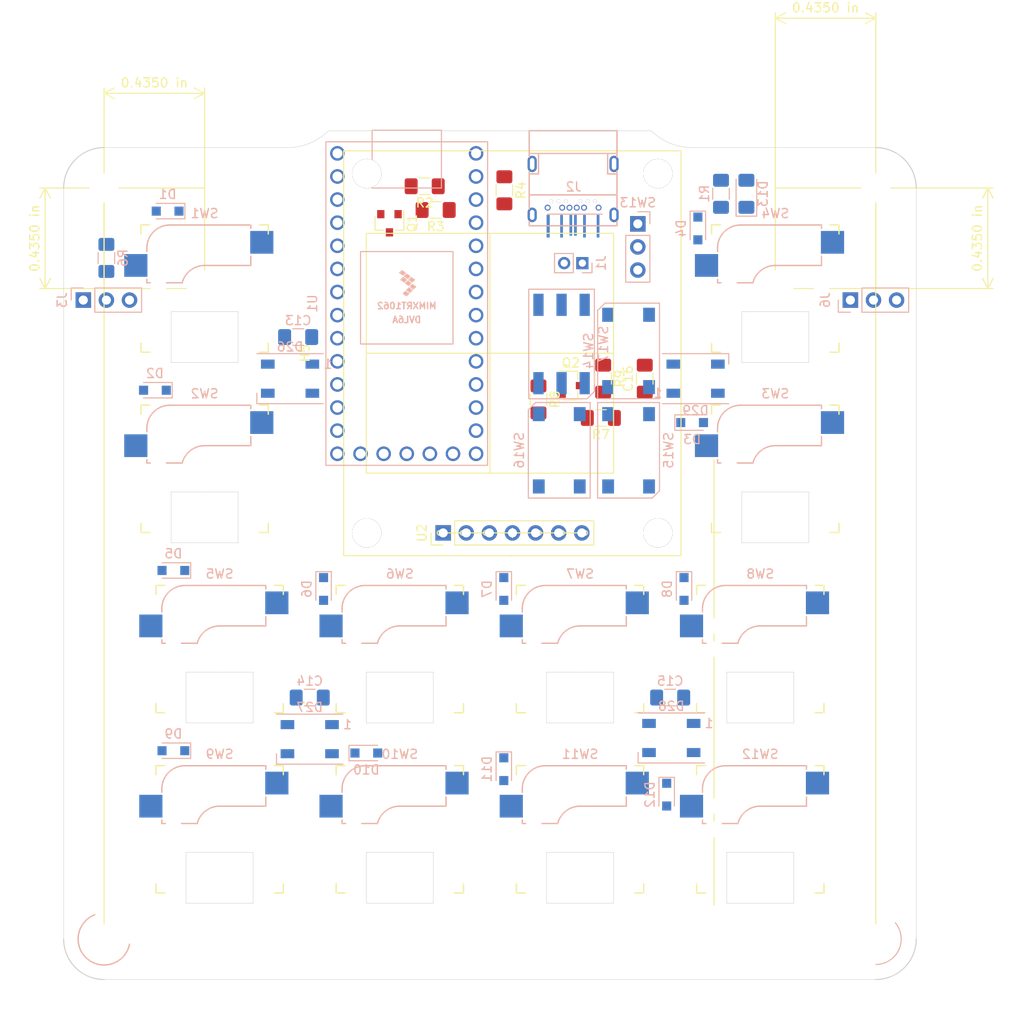
<source format=kicad_pcb>
(kicad_pcb (version 20171130) (host pcbnew "(5.1.5)-3")

  (general
    (thickness 1.6)
    (drawings 188)
    (tracks 0)
    (zones 0)
    (modules 59)
    (nets 67)
  )

  (page A4)
  (layers
    (0 F.Cu signal)
    (31 B.Cu signal)
    (32 B.Adhes user)
    (33 F.Adhes user)
    (34 B.Paste user)
    (35 F.Paste user)
    (36 B.SilkS user)
    (37 F.SilkS user)
    (38 B.Mask user)
    (39 F.Mask user)
    (40 Dwgs.User user)
    (41 Cmts.User user)
    (42 Eco1.User user)
    (43 Eco2.User user)
    (44 Edge.Cuts user)
    (45 Margin user)
    (46 B.CrtYd user)
    (47 F.CrtYd user)
    (48 B.Fab user)
    (49 F.Fab user)
  )

  (setup
    (last_trace_width 0.25)
    (user_trace_width 0.135)
    (user_trace_width 0.2)
    (user_trace_width 0.5)
    (user_trace_width 0.75)
    (trace_clearance 0.2)
    (zone_clearance 0.508)
    (zone_45_only no)
    (trace_min 0.135)
    (via_size 0.8)
    (via_drill 0.4)
    (via_min_size 0.4)
    (via_min_drill 0.3)
    (user_via 0.6 0.3)
    (uvia_size 0.3)
    (uvia_drill 0.1)
    (uvias_allowed no)
    (uvia_min_size 0.2)
    (uvia_min_drill 0.1)
    (edge_width 0.05)
    (segment_width 0.2)
    (pcb_text_width 0.3)
    (pcb_text_size 1.5 1.5)
    (mod_edge_width 0.12)
    (mod_text_size 1 1)
    (mod_text_width 0.15)
    (pad_size 1.524 1.524)
    (pad_drill 0.762)
    (pad_to_mask_clearance 0.051)
    (solder_mask_min_width 0.25)
    (aux_axis_origin 0 0)
    (grid_origin 121.158 162.052)
    (visible_elements 7FFFFFFF)
    (pcbplotparams
      (layerselection 0x010fc_ffffffff)
      (usegerberextensions false)
      (usegerberattributes false)
      (usegerberadvancedattributes false)
      (creategerberjobfile false)
      (excludeedgelayer true)
      (linewidth 0.100000)
      (plotframeref false)
      (viasonmask false)
      (mode 1)
      (useauxorigin false)
      (hpglpennumber 1)
      (hpglpenspeed 20)
      (hpglpendiameter 15.000000)
      (psnegative false)
      (psa4output false)
      (plotreference true)
      (plotvalue true)
      (plotinvisibletext false)
      (padsonsilk false)
      (subtractmaskfromsilk false)
      (outputformat 1)
      (mirror false)
      (drillshape 1)
      (scaleselection 1)
      (outputdirectory ""))
  )

  (net 0 "")
  (net 1 GND)
  (net 2 +5V)
  (net 3 "Net-(D1-Pad2)")
  (net 4 COL1)
  (net 5 "Net-(D2-Pad2)")
  (net 6 COL2)
  (net 7 COL3)
  (net 8 "Net-(D3-Pad2)")
  (net 9 "Net-(D4-Pad2)")
  (net 10 COL4)
  (net 11 "Net-(D5-Pad2)")
  (net 12 "Net-(D6-Pad2)")
  (net 13 "Net-(D7-Pad2)")
  (net 14 "Net-(D8-Pad2)")
  (net 15 "Net-(D9-Pad2)")
  (net 16 "Net-(D10-Pad2)")
  (net 17 "Net-(D11-Pad2)")
  (net 18 "Net-(D12-Pad2)")
  (net 19 "Net-(D13-Pad2)")
  (net 20 "Net-(D26-Pad4)")
  (net 21 "Net-(D26-Pad2)")
  (net 22 "Net-(D27-Pad4)")
  (net 23 "Net-(D28-Pad4)")
  (net 24 USB_DATA+)
  (net 25 USB_DATA-)
  (net 26 "Net-(J2-PadS1)")
  (net 27 "Net-(J2-PadB8)")
  (net 28 USB_VBUS)
  (net 29 "Net-(J2-PadB3)")
  (net 30 "Net-(J2-PadB10)")
  (net 31 "Net-(J2-PadB2)")
  (net 32 "Net-(J2-PadB11)")
  (net 33 "Net-(J2-PadB5)")
  (net 34 RGB_DIN)
  (net 35 +3V3)
  (net 36 ROW1)
  (net 37 ROW2)
  (net 38 ROW3)
  (net 39 "Net-(SW13-Pad3)")
  (net 40 ON_OFF)
  (net 41 PRGM)
  (net 42 BTN)
  (net 43 DIP1)
  (net 44 DIP2)
  (net 45 DIP3)
  (net 46 "Net-(U1-Pad17)")
  (net 47 SCK)
  (net 48 "Net-(U1-Pad16)")
  (net 49 "Net-(U1-Pad15)")
  (net 50 "Net-(U1-Pad14)")
  (net 51 "Net-(U1-Pad26)")
  (net 52 "Net-(U1-Pad31)")
  (net 53 "Net-(U1-Pad32)")
  (net 54 MOSI)
  (net 55 CS)
  (net 56 DISP_DC)
  (net 57 DISP_RST)
  (net 58 "Net-(U1-Pad9)")
  (net 59 "Net-(U1-Pad7)")
  (net 60 "Net-(U1-Pad2)")
  (net 61 RGB_UNDER)
  (net 62 "Net-(J6-Pad1)")
  (net 63 "Net-(J6-Pad3)")
  (net 64 "Net-(J6-Pad2)")
  (net 65 RGB_DATA1)
  (net 66 RGB_DATA2)

  (net_class Default "This is the default net class."
    (clearance 0.2)
    (trace_width 0.25)
    (via_dia 0.8)
    (via_drill 0.4)
    (uvia_dia 0.3)
    (uvia_drill 0.1)
    (add_net +3V3)
    (add_net +5V)
    (add_net BTN)
    (add_net COL1)
    (add_net COL2)
    (add_net COL3)
    (add_net COL4)
    (add_net CS)
    (add_net DIP1)
    (add_net DIP2)
    (add_net DIP3)
    (add_net DISP_DC)
    (add_net DISP_RST)
    (add_net GND)
    (add_net MOSI)
    (add_net "Net-(D1-Pad2)")
    (add_net "Net-(D10-Pad2)")
    (add_net "Net-(D11-Pad2)")
    (add_net "Net-(D12-Pad2)")
    (add_net "Net-(D13-Pad2)")
    (add_net "Net-(D2-Pad2)")
    (add_net "Net-(D26-Pad2)")
    (add_net "Net-(D26-Pad4)")
    (add_net "Net-(D27-Pad4)")
    (add_net "Net-(D28-Pad4)")
    (add_net "Net-(D3-Pad2)")
    (add_net "Net-(D4-Pad2)")
    (add_net "Net-(D5-Pad2)")
    (add_net "Net-(D6-Pad2)")
    (add_net "Net-(D7-Pad2)")
    (add_net "Net-(D8-Pad2)")
    (add_net "Net-(D9-Pad2)")
    (add_net "Net-(J2-PadB10)")
    (add_net "Net-(J2-PadB11)")
    (add_net "Net-(J2-PadB2)")
    (add_net "Net-(J2-PadB3)")
    (add_net "Net-(J2-PadB5)")
    (add_net "Net-(J2-PadB8)")
    (add_net "Net-(J2-PadS1)")
    (add_net "Net-(J6-Pad1)")
    (add_net "Net-(J6-Pad2)")
    (add_net "Net-(J6-Pad3)")
    (add_net "Net-(SW13-Pad3)")
    (add_net "Net-(U1-Pad14)")
    (add_net "Net-(U1-Pad15)")
    (add_net "Net-(U1-Pad16)")
    (add_net "Net-(U1-Pad17)")
    (add_net "Net-(U1-Pad2)")
    (add_net "Net-(U1-Pad26)")
    (add_net "Net-(U1-Pad31)")
    (add_net "Net-(U1-Pad32)")
    (add_net "Net-(U1-Pad7)")
    (add_net "Net-(U1-Pad9)")
    (add_net ON_OFF)
    (add_net PRGM)
    (add_net RGB_DATA1)
    (add_net RGB_DATA2)
    (add_net RGB_DIN)
    (add_net RGB_UNDER)
    (add_net ROW1)
    (add_net ROW2)
    (add_net ROW3)
    (add_net SCK)
    (add_net USB_DATA+)
    (add_net USB_DATA-)
    (add_net USB_VBUS)
  )

  (net_class Safe_Min ""
    (clearance 0.135)
    (trace_width 0.135)
    (via_dia 0.55)
    (via_drill 0.3)
    (uvia_dia 0.3)
    (uvia_drill 0.1)
  )

  (module Connector_PinSocket_2.54mm:PinSocket_1x03_P2.54mm_Vertical (layer B.Cu) (tedit 5A19A429) (tstamp 5EF96B37)
    (at 160.782 119.126 270)
    (descr "Through hole straight socket strip, 1x03, 2.54mm pitch, single row (from Kicad 4.0.7), script generated")
    (tags "Through hole socket strip THT 1x03 2.54mm single row")
    (path /5F0850C2)
    (fp_text reference J6 (at 0 2.77 270) (layer B.SilkS)
      (effects (font (size 1 1) (thickness 0.15)) (justify mirror))
    )
    (fp_text value Conn_01x03_Male (at 0 -7.85 270) (layer B.Fab)
      (effects (font (size 1 1) (thickness 0.15)) (justify mirror))
    )
    (fp_line (start -1.27 1.27) (end 0.635 1.27) (layer B.Fab) (width 0.1))
    (fp_line (start 0.635 1.27) (end 1.27 0.635) (layer B.Fab) (width 0.1))
    (fp_line (start 1.27 0.635) (end 1.27 -6.35) (layer B.Fab) (width 0.1))
    (fp_line (start 1.27 -6.35) (end -1.27 -6.35) (layer B.Fab) (width 0.1))
    (fp_line (start -1.27 -6.35) (end -1.27 1.27) (layer B.Fab) (width 0.1))
    (fp_line (start -1.33 -1.27) (end 1.33 -1.27) (layer B.SilkS) (width 0.12))
    (fp_line (start -1.33 -1.27) (end -1.33 -6.41) (layer B.SilkS) (width 0.12))
    (fp_line (start -1.33 -6.41) (end 1.33 -6.41) (layer B.SilkS) (width 0.12))
    (fp_line (start 1.33 -1.27) (end 1.33 -6.41) (layer B.SilkS) (width 0.12))
    (fp_line (start 1.33 1.33) (end 1.33 0) (layer B.SilkS) (width 0.12))
    (fp_line (start 0 1.33) (end 1.33 1.33) (layer B.SilkS) (width 0.12))
    (fp_line (start -1.8 1.8) (end 1.75 1.8) (layer B.CrtYd) (width 0.05))
    (fp_line (start 1.75 1.8) (end 1.75 -6.85) (layer B.CrtYd) (width 0.05))
    (fp_line (start 1.75 -6.85) (end -1.8 -6.85) (layer B.CrtYd) (width 0.05))
    (fp_line (start -1.8 -6.85) (end -1.8 1.8) (layer B.CrtYd) (width 0.05))
    (fp_text user %R (at 0 -2.54) (layer B.Fab)
      (effects (font (size 1 1) (thickness 0.15)) (justify mirror))
    )
    (pad 1 thru_hole rect (at 0 0 270) (size 1.7 1.7) (drill 1) (layers *.Cu *.Mask)
      (net 62 "Net-(J6-Pad1)"))
    (pad 2 thru_hole oval (at 0 -2.54 270) (size 1.7 1.7) (drill 1) (layers *.Cu *.Mask)
      (net 64 "Net-(J6-Pad2)"))
    (pad 3 thru_hole oval (at 0 -5.08 270) (size 1.7 1.7) (drill 1) (layers *.Cu *.Mask)
      (net 63 "Net-(J6-Pad3)"))
    (model ${KISYS3DMOD}/Connector_PinSocket_2.54mm.3dshapes/PinSocket_1x03_P2.54mm_Vertical.wrl
      (at (xyz 0 0 0))
      (scale (xyz 1 1 1))
      (rotate (xyz 0 0 0))
    )
  )

  (module LED_SMD:LED_WS2812B_PLCC4_5.0x5.0mm_P3.2mm (layer B.Cu) (tedit 5AA4B285) (tstamp 5EF97F37)
    (at 101.346 167.386 180)
    (descr https://cdn-shop.adafruit.com/datasheets/WS2812B.pdf)
    (tags "LED RGB NeoPixel")
    (path /5F03618A)
    (attr smd)
    (fp_text reference D27 (at 0 3.5) (layer B.SilkS)
      (effects (font (size 1 1) (thickness 0.15)) (justify mirror))
    )
    (fp_text value WS2812B (at 0 -4) (layer B.Fab)
      (effects (font (size 1 1) (thickness 0.15)) (justify mirror))
    )
    (fp_circle (center 0 0) (end 0 2) (layer B.Fab) (width 0.1))
    (fp_line (start 3.65 -2.75) (end 3.65 -1.6) (layer B.SilkS) (width 0.12))
    (fp_line (start -3.65 -2.75) (end 3.65 -2.75) (layer B.SilkS) (width 0.12))
    (fp_line (start -3.65 2.75) (end 3.65 2.75) (layer B.SilkS) (width 0.12))
    (fp_line (start 2.5 2.5) (end -2.5 2.5) (layer B.Fab) (width 0.1))
    (fp_line (start 2.5 -2.5) (end 2.5 2.5) (layer B.Fab) (width 0.1))
    (fp_line (start -2.5 -2.5) (end 2.5 -2.5) (layer B.Fab) (width 0.1))
    (fp_line (start -2.5 2.5) (end -2.5 -2.5) (layer B.Fab) (width 0.1))
    (fp_line (start 2.5 -1.5) (end 1.5 -2.5) (layer B.Fab) (width 0.1))
    (fp_line (start -3.45 2.75) (end -3.45 -2.75) (layer B.CrtYd) (width 0.05))
    (fp_line (start -3.45 -2.75) (end 3.45 -2.75) (layer B.CrtYd) (width 0.05))
    (fp_line (start 3.45 -2.75) (end 3.45 2.75) (layer B.CrtYd) (width 0.05))
    (fp_line (start 3.45 2.75) (end -3.45 2.75) (layer B.CrtYd) (width 0.05))
    (fp_text user %R (at 0 0) (layer B.Fab)
      (effects (font (size 0.8 0.8) (thickness 0.15)) (justify mirror))
    )
    (fp_text user 1 (at -4.15 1.6) (layer B.SilkS)
      (effects (font (size 1 1) (thickness 0.15)) (justify mirror))
    )
    (pad 1 smd rect (at -2.45 1.6 180) (size 1.5 1) (layers B.Cu B.Paste B.Mask)
      (net 2 +5V))
    (pad 2 smd rect (at -2.45 -1.6 180) (size 1.5 1) (layers B.Cu B.Paste B.Mask)
      (net 20 "Net-(D26-Pad4)"))
    (pad 4 smd rect (at 2.45 1.6 180) (size 1.5 1) (layers B.Cu B.Paste B.Mask)
      (net 22 "Net-(D27-Pad4)"))
    (pad 3 smd rect (at 2.45 -1.6 180) (size 1.5 1) (layers B.Cu B.Paste B.Mask)
      (net 1 GND))
    (model ${KISYS3DMOD}/LED_SMD.3dshapes/LED_WS2812B_PLCC4_5.0x5.0mm_P3.2mm.wrl
      (at (xyz 0 0 0))
      (scale (xyz 1 1 1))
      (rotate (xyz 0 0 0))
    )
  )

  (module Capacitor_SMD:C_1206_3216Metric_Pad1.42x1.75mm_HandSolder (layer B.Cu) (tedit 5B301BBE) (tstamp 5EF83ACC)
    (at 100.076 123.19 180)
    (descr "Capacitor SMD 1206 (3216 Metric), square (rectangular) end terminal, IPC_7351 nominal with elongated pad for handsoldering. (Body size source: http://www.tortai-tech.com/upload/download/2011102023233369053.pdf), generated with kicad-footprint-generator")
    (tags "capacitor handsolder")
    (path /5F036176)
    (attr smd)
    (fp_text reference C13 (at 0 1.82) (layer B.SilkS)
      (effects (font (size 1 1) (thickness 0.15)) (justify mirror))
    )
    (fp_text value 1000uF (at 0 -1.82) (layer B.Fab)
      (effects (font (size 1 1) (thickness 0.15)) (justify mirror))
    )
    (fp_line (start -1.6 -0.8) (end -1.6 0.8) (layer B.Fab) (width 0.1))
    (fp_line (start -1.6 0.8) (end 1.6 0.8) (layer B.Fab) (width 0.1))
    (fp_line (start 1.6 0.8) (end 1.6 -0.8) (layer B.Fab) (width 0.1))
    (fp_line (start 1.6 -0.8) (end -1.6 -0.8) (layer B.Fab) (width 0.1))
    (fp_line (start -0.602064 0.91) (end 0.602064 0.91) (layer B.SilkS) (width 0.12))
    (fp_line (start -0.602064 -0.91) (end 0.602064 -0.91) (layer B.SilkS) (width 0.12))
    (fp_line (start -2.45 -1.12) (end -2.45 1.12) (layer B.CrtYd) (width 0.05))
    (fp_line (start -2.45 1.12) (end 2.45 1.12) (layer B.CrtYd) (width 0.05))
    (fp_line (start 2.45 1.12) (end 2.45 -1.12) (layer B.CrtYd) (width 0.05))
    (fp_line (start 2.45 -1.12) (end -2.45 -1.12) (layer B.CrtYd) (width 0.05))
    (fp_text user %R (at 0 0) (layer B.Fab)
      (effects (font (size 0.8 0.8) (thickness 0.12)) (justify mirror))
    )
    (pad 1 smd roundrect (at -1.4875 0 180) (size 1.425 1.75) (layers B.Cu B.Paste B.Mask) (roundrect_rratio 0.175439)
      (net 2 +5V))
    (pad 2 smd roundrect (at 1.4875 0 180) (size 1.425 1.75) (layers B.Cu B.Paste B.Mask) (roundrect_rratio 0.175439)
      (net 1 GND))
    (model ${KISYS3DMOD}/Capacitor_SMD.3dshapes/C_1206_3216Metric.wrl
      (at (xyz 0 0 0))
      (scale (xyz 1 1 1))
      (rotate (xyz 0 0 0))
    )
  )

  (module Capacitor_SMD:C_1206_3216Metric_Pad1.42x1.75mm_HandSolder (layer B.Cu) (tedit 5B301BBE) (tstamp 5EF83ADD)
    (at 101.346 162.814 180)
    (descr "Capacitor SMD 1206 (3216 Metric), square (rectangular) end terminal, IPC_7351 nominal with elongated pad for handsoldering. (Body size source: http://www.tortai-tech.com/upload/download/2011102023233369053.pdf), generated with kicad-footprint-generator")
    (tags "capacitor handsolder")
    (path /5F036194)
    (attr smd)
    (fp_text reference C14 (at 0 1.82) (layer B.SilkS)
      (effects (font (size 1 1) (thickness 0.15)) (justify mirror))
    )
    (fp_text value 1000uF (at 0 -1.82) (layer B.Fab)
      (effects (font (size 1 1) (thickness 0.15)) (justify mirror))
    )
    (fp_line (start -1.6 -0.8) (end -1.6 0.8) (layer B.Fab) (width 0.1))
    (fp_line (start -1.6 0.8) (end 1.6 0.8) (layer B.Fab) (width 0.1))
    (fp_line (start 1.6 0.8) (end 1.6 -0.8) (layer B.Fab) (width 0.1))
    (fp_line (start 1.6 -0.8) (end -1.6 -0.8) (layer B.Fab) (width 0.1))
    (fp_line (start -0.602064 0.91) (end 0.602064 0.91) (layer B.SilkS) (width 0.12))
    (fp_line (start -0.602064 -0.91) (end 0.602064 -0.91) (layer B.SilkS) (width 0.12))
    (fp_line (start -2.45 -1.12) (end -2.45 1.12) (layer B.CrtYd) (width 0.05))
    (fp_line (start -2.45 1.12) (end 2.45 1.12) (layer B.CrtYd) (width 0.05))
    (fp_line (start 2.45 1.12) (end 2.45 -1.12) (layer B.CrtYd) (width 0.05))
    (fp_line (start 2.45 -1.12) (end -2.45 -1.12) (layer B.CrtYd) (width 0.05))
    (fp_text user %R (at 0 0) (layer B.Fab)
      (effects (font (size 0.8 0.8) (thickness 0.12)) (justify mirror))
    )
    (pad 1 smd roundrect (at -1.4875 0 180) (size 1.425 1.75) (layers B.Cu B.Paste B.Mask) (roundrect_rratio 0.175439)
      (net 2 +5V))
    (pad 2 smd roundrect (at 1.4875 0 180) (size 1.425 1.75) (layers B.Cu B.Paste B.Mask) (roundrect_rratio 0.175439)
      (net 1 GND))
    (model ${KISYS3DMOD}/Capacitor_SMD.3dshapes/C_1206_3216Metric.wrl
      (at (xyz 0 0 0))
      (scale (xyz 1 1 1))
      (rotate (xyz 0 0 0))
    )
  )

  (module Capacitor_SMD:C_1206_3216Metric_Pad1.42x1.75mm_HandSolder (layer B.Cu) (tedit 5B301BBE) (tstamp 5EF83AEE)
    (at 140.97 162.814 180)
    (descr "Capacitor SMD 1206 (3216 Metric), square (rectangular) end terminal, IPC_7351 nominal with elongated pad for handsoldering. (Body size source: http://www.tortai-tech.com/upload/download/2011102023233369053.pdf), generated with kicad-footprint-generator")
    (tags "capacitor handsolder")
    (path /5F0361B2)
    (attr smd)
    (fp_text reference C15 (at 0 1.82 180) (layer B.SilkS)
      (effects (font (size 1 1) (thickness 0.15)) (justify mirror))
    )
    (fp_text value 1000uF (at 0 -1.82 180) (layer B.Fab)
      (effects (font (size 1 1) (thickness 0.15)) (justify mirror))
    )
    (fp_line (start -1.6 -0.8) (end -1.6 0.8) (layer B.Fab) (width 0.1))
    (fp_line (start -1.6 0.8) (end 1.6 0.8) (layer B.Fab) (width 0.1))
    (fp_line (start 1.6 0.8) (end 1.6 -0.8) (layer B.Fab) (width 0.1))
    (fp_line (start 1.6 -0.8) (end -1.6 -0.8) (layer B.Fab) (width 0.1))
    (fp_line (start -0.602064 0.91) (end 0.602064 0.91) (layer B.SilkS) (width 0.12))
    (fp_line (start -0.602064 -0.91) (end 0.602064 -0.91) (layer B.SilkS) (width 0.12))
    (fp_line (start -2.45 -1.12) (end -2.45 1.12) (layer B.CrtYd) (width 0.05))
    (fp_line (start -2.45 1.12) (end 2.45 1.12) (layer B.CrtYd) (width 0.05))
    (fp_line (start 2.45 1.12) (end 2.45 -1.12) (layer B.CrtYd) (width 0.05))
    (fp_line (start 2.45 -1.12) (end -2.45 -1.12) (layer B.CrtYd) (width 0.05))
    (fp_text user %R (at 0 0 180) (layer B.Fab)
      (effects (font (size 0.8 0.8) (thickness 0.12)) (justify mirror))
    )
    (pad 1 smd roundrect (at -1.4875 0 180) (size 1.425 1.75) (layers B.Cu B.Paste B.Mask) (roundrect_rratio 0.175439)
      (net 2 +5V))
    (pad 2 smd roundrect (at 1.4875 0 180) (size 1.425 1.75) (layers B.Cu B.Paste B.Mask) (roundrect_rratio 0.175439)
      (net 1 GND))
    (model ${KISYS3DMOD}/Capacitor_SMD.3dshapes/C_1206_3216Metric.wrl
      (at (xyz 0 0 0))
      (scale (xyz 1 1 1))
      (rotate (xyz 0 0 0))
    )
  )

  (module Capacitor_SMD:C_1206_3216Metric_Pad1.42x1.75mm_HandSolder (layer F.Cu) (tedit 5B301BBE) (tstamp 5EF83AFF)
    (at 138.176 127.762 90)
    (descr "Capacitor SMD 1206 (3216 Metric), square (rectangular) end terminal, IPC_7351 nominal with elongated pad for handsoldering. (Body size source: http://www.tortai-tech.com/upload/download/2011102023233369053.pdf), generated with kicad-footprint-generator")
    (tags "capacitor handsolder")
    (path /5F0361D0)
    (attr smd)
    (fp_text reference C16 (at 0 -1.82 90) (layer F.SilkS)
      (effects (font (size 1 1) (thickness 0.15)))
    )
    (fp_text value 1000uF (at 0 1.82 90) (layer F.Fab)
      (effects (font (size 1 1) (thickness 0.15)))
    )
    (fp_line (start -1.6 0.8) (end -1.6 -0.8) (layer F.Fab) (width 0.1))
    (fp_line (start -1.6 -0.8) (end 1.6 -0.8) (layer F.Fab) (width 0.1))
    (fp_line (start 1.6 -0.8) (end 1.6 0.8) (layer F.Fab) (width 0.1))
    (fp_line (start 1.6 0.8) (end -1.6 0.8) (layer F.Fab) (width 0.1))
    (fp_line (start -0.602064 -0.91) (end 0.602064 -0.91) (layer F.SilkS) (width 0.12))
    (fp_line (start -0.602064 0.91) (end 0.602064 0.91) (layer F.SilkS) (width 0.12))
    (fp_line (start -2.45 1.12) (end -2.45 -1.12) (layer F.CrtYd) (width 0.05))
    (fp_line (start -2.45 -1.12) (end 2.45 -1.12) (layer F.CrtYd) (width 0.05))
    (fp_line (start 2.45 -1.12) (end 2.45 1.12) (layer F.CrtYd) (width 0.05))
    (fp_line (start 2.45 1.12) (end -2.45 1.12) (layer F.CrtYd) (width 0.05))
    (fp_text user %R (at 0 0 90) (layer F.Fab)
      (effects (font (size 0.8 0.8) (thickness 0.12)))
    )
    (pad 1 smd roundrect (at -1.4875 0 90) (size 1.425 1.75) (layers F.Cu F.Paste F.Mask) (roundrect_rratio 0.175439)
      (net 2 +5V))
    (pad 2 smd roundrect (at 1.4875 0 90) (size 1.425 1.75) (layers F.Cu F.Paste F.Mask) (roundrect_rratio 0.175439)
      (net 1 GND))
    (model ${KISYS3DMOD}/Capacitor_SMD.3dshapes/C_1206_3216Metric.wrl
      (at (xyz 0 0 0))
      (scale (xyz 1 1 1))
      (rotate (xyz 0 0 0))
    )
  )

  (module Diode_SMD:D_SOD-323_HandSoldering (layer B.Cu) (tedit 58641869) (tstamp 5EF83B17)
    (at 85.725 109.347 180)
    (descr SOD-323)
    (tags SOD-323)
    (path /5EF7707E)
    (attr smd)
    (fp_text reference D1 (at 0 1.85) (layer B.SilkS)
      (effects (font (size 1 1) (thickness 0.15)) (justify mirror))
    )
    (fp_text value D (at 0.1 -1.9) (layer B.Fab)
      (effects (font (size 1 1) (thickness 0.15)) (justify mirror))
    )
    (fp_line (start -1.9 0.85) (end 1.25 0.85) (layer B.SilkS) (width 0.12))
    (fp_line (start -1.9 -0.85) (end 1.25 -0.85) (layer B.SilkS) (width 0.12))
    (fp_line (start -2 0.95) (end -2 -0.95) (layer B.CrtYd) (width 0.05))
    (fp_line (start -2 -0.95) (end 2 -0.95) (layer B.CrtYd) (width 0.05))
    (fp_line (start 2 0.95) (end 2 -0.95) (layer B.CrtYd) (width 0.05))
    (fp_line (start -2 0.95) (end 2 0.95) (layer B.CrtYd) (width 0.05))
    (fp_line (start -0.9 0.7) (end 0.9 0.7) (layer B.Fab) (width 0.1))
    (fp_line (start 0.9 0.7) (end 0.9 -0.7) (layer B.Fab) (width 0.1))
    (fp_line (start 0.9 -0.7) (end -0.9 -0.7) (layer B.Fab) (width 0.1))
    (fp_line (start -0.9 -0.7) (end -0.9 0.7) (layer B.Fab) (width 0.1))
    (fp_line (start -0.3 0.35) (end -0.3 -0.35) (layer B.Fab) (width 0.1))
    (fp_line (start -0.3 0) (end -0.5 0) (layer B.Fab) (width 0.1))
    (fp_line (start -0.3 0) (end 0.2 0.35) (layer B.Fab) (width 0.1))
    (fp_line (start 0.2 0.35) (end 0.2 -0.35) (layer B.Fab) (width 0.1))
    (fp_line (start 0.2 -0.35) (end -0.3 0) (layer B.Fab) (width 0.1))
    (fp_line (start 0.2 0) (end 0.45 0) (layer B.Fab) (width 0.1))
    (fp_line (start -1.9 0.85) (end -1.9 -0.85) (layer B.SilkS) (width 0.12))
    (fp_text user %R (at 0 1.85) (layer B.Fab)
      (effects (font (size 1 1) (thickness 0.15)) (justify mirror))
    )
    (pad 2 smd rect (at 1.25 0 180) (size 1 1) (layers B.Cu B.Paste B.Mask)
      (net 3 "Net-(D1-Pad2)"))
    (pad 1 smd rect (at -1.25 0 180) (size 1 1) (layers B.Cu B.Paste B.Mask)
      (net 4 COL1))
    (model ${KISYS3DMOD}/Diode_SMD.3dshapes/D_SOD-323.wrl
      (at (xyz 0 0 0))
      (scale (xyz 1 1 1))
      (rotate (xyz 0 0 0))
    )
  )

  (module Diode_SMD:D_SOD-323_HandSoldering (layer B.Cu) (tedit 58641869) (tstamp 5EF83B2F)
    (at 84.328 129.032 180)
    (descr SOD-323)
    (tags SOD-323)
    (path /5F365A17)
    (attr smd)
    (fp_text reference D2 (at 0 1.85) (layer B.SilkS)
      (effects (font (size 1 1) (thickness 0.15)) (justify mirror))
    )
    (fp_text value D (at 0.1 -1.9) (layer B.Fab)
      (effects (font (size 1 1) (thickness 0.15)) (justify mirror))
    )
    (fp_line (start -1.9 0.85) (end 1.25 0.85) (layer B.SilkS) (width 0.12))
    (fp_line (start -1.9 -0.85) (end 1.25 -0.85) (layer B.SilkS) (width 0.12))
    (fp_line (start -2 0.95) (end -2 -0.95) (layer B.CrtYd) (width 0.05))
    (fp_line (start -2 -0.95) (end 2 -0.95) (layer B.CrtYd) (width 0.05))
    (fp_line (start 2 0.95) (end 2 -0.95) (layer B.CrtYd) (width 0.05))
    (fp_line (start -2 0.95) (end 2 0.95) (layer B.CrtYd) (width 0.05))
    (fp_line (start -0.9 0.7) (end 0.9 0.7) (layer B.Fab) (width 0.1))
    (fp_line (start 0.9 0.7) (end 0.9 -0.7) (layer B.Fab) (width 0.1))
    (fp_line (start 0.9 -0.7) (end -0.9 -0.7) (layer B.Fab) (width 0.1))
    (fp_line (start -0.9 -0.7) (end -0.9 0.7) (layer B.Fab) (width 0.1))
    (fp_line (start -0.3 0.35) (end -0.3 -0.35) (layer B.Fab) (width 0.1))
    (fp_line (start -0.3 0) (end -0.5 0) (layer B.Fab) (width 0.1))
    (fp_line (start -0.3 0) (end 0.2 0.35) (layer B.Fab) (width 0.1))
    (fp_line (start 0.2 0.35) (end 0.2 -0.35) (layer B.Fab) (width 0.1))
    (fp_line (start 0.2 -0.35) (end -0.3 0) (layer B.Fab) (width 0.1))
    (fp_line (start 0.2 0) (end 0.45 0) (layer B.Fab) (width 0.1))
    (fp_line (start -1.9 0.85) (end -1.9 -0.85) (layer B.SilkS) (width 0.12))
    (fp_text user %R (at 0 1.85) (layer B.Fab)
      (effects (font (size 1 1) (thickness 0.15)) (justify mirror))
    )
    (pad 2 smd rect (at 1.25 0 180) (size 1 1) (layers B.Cu B.Paste B.Mask)
      (net 5 "Net-(D2-Pad2)"))
    (pad 1 smd rect (at -1.25 0 180) (size 1 1) (layers B.Cu B.Paste B.Mask)
      (net 6 COL2))
    (model ${KISYS3DMOD}/Diode_SMD.3dshapes/D_SOD-323.wrl
      (at (xyz 0 0 0))
      (scale (xyz 1 1 1))
      (rotate (xyz 0 0 0))
    )
  )

  (module Diode_SMD:D_SOD-323_HandSoldering (layer B.Cu) (tedit 58641869) (tstamp 5EF83B47)
    (at 143.383 132.588)
    (descr SOD-323)
    (tags SOD-323)
    (path /5F36F130)
    (attr smd)
    (fp_text reference D3 (at 0 1.85) (layer B.SilkS)
      (effects (font (size 1 1) (thickness 0.15)) (justify mirror))
    )
    (fp_text value D (at 0.1 -1.9) (layer B.Fab)
      (effects (font (size 1 1) (thickness 0.15)) (justify mirror))
    )
    (fp_text user %R (at 0 1.85) (layer B.Fab)
      (effects (font (size 1 1) (thickness 0.15)) (justify mirror))
    )
    (fp_line (start -1.9 0.85) (end -1.9 -0.85) (layer B.SilkS) (width 0.12))
    (fp_line (start 0.2 0) (end 0.45 0) (layer B.Fab) (width 0.1))
    (fp_line (start 0.2 -0.35) (end -0.3 0) (layer B.Fab) (width 0.1))
    (fp_line (start 0.2 0.35) (end 0.2 -0.35) (layer B.Fab) (width 0.1))
    (fp_line (start -0.3 0) (end 0.2 0.35) (layer B.Fab) (width 0.1))
    (fp_line (start -0.3 0) (end -0.5 0) (layer B.Fab) (width 0.1))
    (fp_line (start -0.3 0.35) (end -0.3 -0.35) (layer B.Fab) (width 0.1))
    (fp_line (start -0.9 -0.7) (end -0.9 0.7) (layer B.Fab) (width 0.1))
    (fp_line (start 0.9 -0.7) (end -0.9 -0.7) (layer B.Fab) (width 0.1))
    (fp_line (start 0.9 0.7) (end 0.9 -0.7) (layer B.Fab) (width 0.1))
    (fp_line (start -0.9 0.7) (end 0.9 0.7) (layer B.Fab) (width 0.1))
    (fp_line (start -2 0.95) (end 2 0.95) (layer B.CrtYd) (width 0.05))
    (fp_line (start 2 0.95) (end 2 -0.95) (layer B.CrtYd) (width 0.05))
    (fp_line (start -2 -0.95) (end 2 -0.95) (layer B.CrtYd) (width 0.05))
    (fp_line (start -2 0.95) (end -2 -0.95) (layer B.CrtYd) (width 0.05))
    (fp_line (start -1.9 -0.85) (end 1.25 -0.85) (layer B.SilkS) (width 0.12))
    (fp_line (start -1.9 0.85) (end 1.25 0.85) (layer B.SilkS) (width 0.12))
    (pad 1 smd rect (at -1.25 0) (size 1 1) (layers B.Cu B.Paste B.Mask)
      (net 7 COL3))
    (pad 2 smd rect (at 1.25 0) (size 1 1) (layers B.Cu B.Paste B.Mask)
      (net 8 "Net-(D3-Pad2)"))
    (model ${KISYS3DMOD}/Diode_SMD.3dshapes/D_SOD-323.wrl
      (at (xyz 0 0 0))
      (scale (xyz 1 1 1))
      (rotate (xyz 0 0 0))
    )
  )

  (module Diode_SMD:D_SOD-323_HandSoldering (layer B.Cu) (tedit 58641869) (tstamp 5EF83B5F)
    (at 144.018 111.252 270)
    (descr SOD-323)
    (tags SOD-323)
    (path /5F36F144)
    (attr smd)
    (fp_text reference D4 (at 0 1.85 90) (layer B.SilkS)
      (effects (font (size 1 1) (thickness 0.15)) (justify mirror))
    )
    (fp_text value D (at 0.1 -1.9 90) (layer B.Fab)
      (effects (font (size 1 1) (thickness 0.15)) (justify mirror))
    )
    (fp_line (start -1.9 0.85) (end 1.25 0.85) (layer B.SilkS) (width 0.12))
    (fp_line (start -1.9 -0.85) (end 1.25 -0.85) (layer B.SilkS) (width 0.12))
    (fp_line (start -2 0.95) (end -2 -0.95) (layer B.CrtYd) (width 0.05))
    (fp_line (start -2 -0.95) (end 2 -0.95) (layer B.CrtYd) (width 0.05))
    (fp_line (start 2 0.95) (end 2 -0.95) (layer B.CrtYd) (width 0.05))
    (fp_line (start -2 0.95) (end 2 0.95) (layer B.CrtYd) (width 0.05))
    (fp_line (start -0.9 0.7) (end 0.9 0.7) (layer B.Fab) (width 0.1))
    (fp_line (start 0.9 0.7) (end 0.9 -0.7) (layer B.Fab) (width 0.1))
    (fp_line (start 0.9 -0.7) (end -0.9 -0.7) (layer B.Fab) (width 0.1))
    (fp_line (start -0.9 -0.7) (end -0.9 0.7) (layer B.Fab) (width 0.1))
    (fp_line (start -0.3 0.35) (end -0.3 -0.35) (layer B.Fab) (width 0.1))
    (fp_line (start -0.3 0) (end -0.5 0) (layer B.Fab) (width 0.1))
    (fp_line (start -0.3 0) (end 0.2 0.35) (layer B.Fab) (width 0.1))
    (fp_line (start 0.2 0.35) (end 0.2 -0.35) (layer B.Fab) (width 0.1))
    (fp_line (start 0.2 -0.35) (end -0.3 0) (layer B.Fab) (width 0.1))
    (fp_line (start 0.2 0) (end 0.45 0) (layer B.Fab) (width 0.1))
    (fp_line (start -1.9 0.85) (end -1.9 -0.85) (layer B.SilkS) (width 0.12))
    (fp_text user %R (at 0 1.85 90) (layer B.Fab)
      (effects (font (size 1 1) (thickness 0.15)) (justify mirror))
    )
    (pad 2 smd rect (at 1.25 0 270) (size 1 1) (layers B.Cu B.Paste B.Mask)
      (net 9 "Net-(D4-Pad2)"))
    (pad 1 smd rect (at -1.25 0 270) (size 1 1) (layers B.Cu B.Paste B.Mask)
      (net 10 COL4))
    (model ${KISYS3DMOD}/Diode_SMD.3dshapes/D_SOD-323.wrl
      (at (xyz 0 0 0))
      (scale (xyz 1 1 1))
      (rotate (xyz 0 0 0))
    )
  )

  (module Diode_SMD:D_SOD-323_HandSoldering (layer B.Cu) (tedit 58641869) (tstamp 5EF83B77)
    (at 86.36 148.844 180)
    (descr SOD-323)
    (tags SOD-323)
    (path /5F379A41)
    (attr smd)
    (fp_text reference D5 (at 0 1.85) (layer B.SilkS)
      (effects (font (size 1 1) (thickness 0.15)) (justify mirror))
    )
    (fp_text value D (at 0.1 -1.9) (layer B.Fab)
      (effects (font (size 1 1) (thickness 0.15)) (justify mirror))
    )
    (fp_text user %R (at 0 1.85) (layer B.Fab)
      (effects (font (size 1 1) (thickness 0.15)) (justify mirror))
    )
    (fp_line (start -1.9 0.85) (end -1.9 -0.85) (layer B.SilkS) (width 0.12))
    (fp_line (start 0.2 0) (end 0.45 0) (layer B.Fab) (width 0.1))
    (fp_line (start 0.2 -0.35) (end -0.3 0) (layer B.Fab) (width 0.1))
    (fp_line (start 0.2 0.35) (end 0.2 -0.35) (layer B.Fab) (width 0.1))
    (fp_line (start -0.3 0) (end 0.2 0.35) (layer B.Fab) (width 0.1))
    (fp_line (start -0.3 0) (end -0.5 0) (layer B.Fab) (width 0.1))
    (fp_line (start -0.3 0.35) (end -0.3 -0.35) (layer B.Fab) (width 0.1))
    (fp_line (start -0.9 -0.7) (end -0.9 0.7) (layer B.Fab) (width 0.1))
    (fp_line (start 0.9 -0.7) (end -0.9 -0.7) (layer B.Fab) (width 0.1))
    (fp_line (start 0.9 0.7) (end 0.9 -0.7) (layer B.Fab) (width 0.1))
    (fp_line (start -0.9 0.7) (end 0.9 0.7) (layer B.Fab) (width 0.1))
    (fp_line (start -2 0.95) (end 2 0.95) (layer B.CrtYd) (width 0.05))
    (fp_line (start 2 0.95) (end 2 -0.95) (layer B.CrtYd) (width 0.05))
    (fp_line (start -2 -0.95) (end 2 -0.95) (layer B.CrtYd) (width 0.05))
    (fp_line (start -2 0.95) (end -2 -0.95) (layer B.CrtYd) (width 0.05))
    (fp_line (start -1.9 -0.85) (end 1.25 -0.85) (layer B.SilkS) (width 0.12))
    (fp_line (start -1.9 0.85) (end 1.25 0.85) (layer B.SilkS) (width 0.12))
    (pad 1 smd rect (at -1.25 0 180) (size 1 1) (layers B.Cu B.Paste B.Mask)
      (net 4 COL1))
    (pad 2 smd rect (at 1.25 0 180) (size 1 1) (layers B.Cu B.Paste B.Mask)
      (net 11 "Net-(D5-Pad2)"))
    (model ${KISYS3DMOD}/Diode_SMD.3dshapes/D_SOD-323.wrl
      (at (xyz 0 0 0))
      (scale (xyz 1 1 1))
      (rotate (xyz 0 0 0))
    )
  )

  (module Diode_SMD:D_SOD-323_HandSoldering (layer B.Cu) (tedit 58641869) (tstamp 5EF88D5C)
    (at 102.87 150.876 270)
    (descr SOD-323)
    (tags SOD-323)
    (path /5F379A55)
    (attr smd)
    (fp_text reference D6 (at 0 1.85 90) (layer B.SilkS)
      (effects (font (size 1 1) (thickness 0.15)) (justify mirror))
    )
    (fp_text value D (at 0.1 -1.9 90) (layer B.Fab)
      (effects (font (size 1 1) (thickness 0.15)) (justify mirror))
    )
    (fp_line (start -1.9 0.85) (end 1.25 0.85) (layer B.SilkS) (width 0.12))
    (fp_line (start -1.9 -0.85) (end 1.25 -0.85) (layer B.SilkS) (width 0.12))
    (fp_line (start -2 0.95) (end -2 -0.95) (layer B.CrtYd) (width 0.05))
    (fp_line (start -2 -0.95) (end 2 -0.95) (layer B.CrtYd) (width 0.05))
    (fp_line (start 2 0.95) (end 2 -0.95) (layer B.CrtYd) (width 0.05))
    (fp_line (start -2 0.95) (end 2 0.95) (layer B.CrtYd) (width 0.05))
    (fp_line (start -0.9 0.7) (end 0.9 0.7) (layer B.Fab) (width 0.1))
    (fp_line (start 0.9 0.7) (end 0.9 -0.7) (layer B.Fab) (width 0.1))
    (fp_line (start 0.9 -0.7) (end -0.9 -0.7) (layer B.Fab) (width 0.1))
    (fp_line (start -0.9 -0.7) (end -0.9 0.7) (layer B.Fab) (width 0.1))
    (fp_line (start -0.3 0.35) (end -0.3 -0.35) (layer B.Fab) (width 0.1))
    (fp_line (start -0.3 0) (end -0.5 0) (layer B.Fab) (width 0.1))
    (fp_line (start -0.3 0) (end 0.2 0.35) (layer B.Fab) (width 0.1))
    (fp_line (start 0.2 0.35) (end 0.2 -0.35) (layer B.Fab) (width 0.1))
    (fp_line (start 0.2 -0.35) (end -0.3 0) (layer B.Fab) (width 0.1))
    (fp_line (start 0.2 0) (end 0.45 0) (layer B.Fab) (width 0.1))
    (fp_line (start -1.9 0.85) (end -1.9 -0.85) (layer B.SilkS) (width 0.12))
    (fp_text user %R (at 0 1.85 90) (layer B.Fab)
      (effects (font (size 1 1) (thickness 0.15)) (justify mirror))
    )
    (pad 2 smd rect (at 1.25 0 270) (size 1 1) (layers B.Cu B.Paste B.Mask)
      (net 12 "Net-(D6-Pad2)"))
    (pad 1 smd rect (at -1.25 0 270) (size 1 1) (layers B.Cu B.Paste B.Mask)
      (net 6 COL2))
    (model ${KISYS3DMOD}/Diode_SMD.3dshapes/D_SOD-323.wrl
      (at (xyz 0 0 0))
      (scale (xyz 1 1 1))
      (rotate (xyz 0 0 0))
    )
  )

  (module Diode_SMD:D_SOD-323_HandSoldering (layer B.Cu) (tedit 58641869) (tstamp 5EF83BA7)
    (at 122.682 150.876 270)
    (descr SOD-323)
    (tags SOD-323)
    (path /5F379A69)
    (attr smd)
    (fp_text reference D7 (at 0 1.85 90) (layer B.SilkS)
      (effects (font (size 1 1) (thickness 0.15)) (justify mirror))
    )
    (fp_text value D (at 0.1 -1.9 90) (layer B.Fab)
      (effects (font (size 1 1) (thickness 0.15)) (justify mirror))
    )
    (fp_text user %R (at 0 1.85 90) (layer B.Fab)
      (effects (font (size 1 1) (thickness 0.15)) (justify mirror))
    )
    (fp_line (start -1.9 0.85) (end -1.9 -0.85) (layer B.SilkS) (width 0.12))
    (fp_line (start 0.2 0) (end 0.45 0) (layer B.Fab) (width 0.1))
    (fp_line (start 0.2 -0.35) (end -0.3 0) (layer B.Fab) (width 0.1))
    (fp_line (start 0.2 0.35) (end 0.2 -0.35) (layer B.Fab) (width 0.1))
    (fp_line (start -0.3 0) (end 0.2 0.35) (layer B.Fab) (width 0.1))
    (fp_line (start -0.3 0) (end -0.5 0) (layer B.Fab) (width 0.1))
    (fp_line (start -0.3 0.35) (end -0.3 -0.35) (layer B.Fab) (width 0.1))
    (fp_line (start -0.9 -0.7) (end -0.9 0.7) (layer B.Fab) (width 0.1))
    (fp_line (start 0.9 -0.7) (end -0.9 -0.7) (layer B.Fab) (width 0.1))
    (fp_line (start 0.9 0.7) (end 0.9 -0.7) (layer B.Fab) (width 0.1))
    (fp_line (start -0.9 0.7) (end 0.9 0.7) (layer B.Fab) (width 0.1))
    (fp_line (start -2 0.95) (end 2 0.95) (layer B.CrtYd) (width 0.05))
    (fp_line (start 2 0.95) (end 2 -0.95) (layer B.CrtYd) (width 0.05))
    (fp_line (start -2 -0.95) (end 2 -0.95) (layer B.CrtYd) (width 0.05))
    (fp_line (start -2 0.95) (end -2 -0.95) (layer B.CrtYd) (width 0.05))
    (fp_line (start -1.9 -0.85) (end 1.25 -0.85) (layer B.SilkS) (width 0.12))
    (fp_line (start -1.9 0.85) (end 1.25 0.85) (layer B.SilkS) (width 0.12))
    (pad 1 smd rect (at -1.25 0 270) (size 1 1) (layers B.Cu B.Paste B.Mask)
      (net 7 COL3))
    (pad 2 smd rect (at 1.25 0 270) (size 1 1) (layers B.Cu B.Paste B.Mask)
      (net 13 "Net-(D7-Pad2)"))
    (model ${KISYS3DMOD}/Diode_SMD.3dshapes/D_SOD-323.wrl
      (at (xyz 0 0 0))
      (scale (xyz 1 1 1))
      (rotate (xyz 0 0 0))
    )
  )

  (module Diode_SMD:D_SOD-323_HandSoldering (layer B.Cu) (tedit 58641869) (tstamp 5EF83BBF)
    (at 142.494 150.876 270)
    (descr SOD-323)
    (tags SOD-323)
    (path /5F379A7D)
    (attr smd)
    (fp_text reference D8 (at 0 1.85 90) (layer B.SilkS)
      (effects (font (size 1 1) (thickness 0.15)) (justify mirror))
    )
    (fp_text value D (at 0.1 -1.9 90) (layer B.Fab)
      (effects (font (size 1 1) (thickness 0.15)) (justify mirror))
    )
    (fp_text user %R (at 0 1.85 90) (layer B.Fab)
      (effects (font (size 1 1) (thickness 0.15)) (justify mirror))
    )
    (fp_line (start -1.9 0.85) (end -1.9 -0.85) (layer B.SilkS) (width 0.12))
    (fp_line (start 0.2 0) (end 0.45 0) (layer B.Fab) (width 0.1))
    (fp_line (start 0.2 -0.35) (end -0.3 0) (layer B.Fab) (width 0.1))
    (fp_line (start 0.2 0.35) (end 0.2 -0.35) (layer B.Fab) (width 0.1))
    (fp_line (start -0.3 0) (end 0.2 0.35) (layer B.Fab) (width 0.1))
    (fp_line (start -0.3 0) (end -0.5 0) (layer B.Fab) (width 0.1))
    (fp_line (start -0.3 0.35) (end -0.3 -0.35) (layer B.Fab) (width 0.1))
    (fp_line (start -0.9 -0.7) (end -0.9 0.7) (layer B.Fab) (width 0.1))
    (fp_line (start 0.9 -0.7) (end -0.9 -0.7) (layer B.Fab) (width 0.1))
    (fp_line (start 0.9 0.7) (end 0.9 -0.7) (layer B.Fab) (width 0.1))
    (fp_line (start -0.9 0.7) (end 0.9 0.7) (layer B.Fab) (width 0.1))
    (fp_line (start -2 0.95) (end 2 0.95) (layer B.CrtYd) (width 0.05))
    (fp_line (start 2 0.95) (end 2 -0.95) (layer B.CrtYd) (width 0.05))
    (fp_line (start -2 -0.95) (end 2 -0.95) (layer B.CrtYd) (width 0.05))
    (fp_line (start -2 0.95) (end -2 -0.95) (layer B.CrtYd) (width 0.05))
    (fp_line (start -1.9 -0.85) (end 1.25 -0.85) (layer B.SilkS) (width 0.12))
    (fp_line (start -1.9 0.85) (end 1.25 0.85) (layer B.SilkS) (width 0.12))
    (pad 1 smd rect (at -1.25 0 270) (size 1 1) (layers B.Cu B.Paste B.Mask)
      (net 10 COL4))
    (pad 2 smd rect (at 1.25 0 270) (size 1 1) (layers B.Cu B.Paste B.Mask)
      (net 14 "Net-(D8-Pad2)"))
    (model ${KISYS3DMOD}/Diode_SMD.3dshapes/D_SOD-323.wrl
      (at (xyz 0 0 0))
      (scale (xyz 1 1 1))
      (rotate (xyz 0 0 0))
    )
  )

  (module Diode_SMD:D_SOD-323_HandSoldering (layer B.Cu) (tedit 58641869) (tstamp 5EF97B7C)
    (at 86.36 168.656 180)
    (descr SOD-323)
    (tags SOD-323)
    (path /5F385434)
    (attr smd)
    (fp_text reference D9 (at 0 1.85) (layer B.SilkS)
      (effects (font (size 1 1) (thickness 0.15)) (justify mirror))
    )
    (fp_text value D (at 0.1 -1.9) (layer B.Fab)
      (effects (font (size 1 1) (thickness 0.15)) (justify mirror))
    )
    (fp_text user %R (at 0 1.85) (layer B.Fab)
      (effects (font (size 1 1) (thickness 0.15)) (justify mirror))
    )
    (fp_line (start -1.9 0.85) (end -1.9 -0.85) (layer B.SilkS) (width 0.12))
    (fp_line (start 0.2 0) (end 0.45 0) (layer B.Fab) (width 0.1))
    (fp_line (start 0.2 -0.35) (end -0.3 0) (layer B.Fab) (width 0.1))
    (fp_line (start 0.2 0.35) (end 0.2 -0.35) (layer B.Fab) (width 0.1))
    (fp_line (start -0.3 0) (end 0.2 0.35) (layer B.Fab) (width 0.1))
    (fp_line (start -0.3 0) (end -0.5 0) (layer B.Fab) (width 0.1))
    (fp_line (start -0.3 0.35) (end -0.3 -0.35) (layer B.Fab) (width 0.1))
    (fp_line (start -0.9 -0.7) (end -0.9 0.7) (layer B.Fab) (width 0.1))
    (fp_line (start 0.9 -0.7) (end -0.9 -0.7) (layer B.Fab) (width 0.1))
    (fp_line (start 0.9 0.7) (end 0.9 -0.7) (layer B.Fab) (width 0.1))
    (fp_line (start -0.9 0.7) (end 0.9 0.7) (layer B.Fab) (width 0.1))
    (fp_line (start -2 0.95) (end 2 0.95) (layer B.CrtYd) (width 0.05))
    (fp_line (start 2 0.95) (end 2 -0.95) (layer B.CrtYd) (width 0.05))
    (fp_line (start -2 -0.95) (end 2 -0.95) (layer B.CrtYd) (width 0.05))
    (fp_line (start -2 0.95) (end -2 -0.95) (layer B.CrtYd) (width 0.05))
    (fp_line (start -1.9 -0.85) (end 1.25 -0.85) (layer B.SilkS) (width 0.12))
    (fp_line (start -1.9 0.85) (end 1.25 0.85) (layer B.SilkS) (width 0.12))
    (pad 1 smd rect (at -1.25 0 180) (size 1 1) (layers B.Cu B.Paste B.Mask)
      (net 4 COL1))
    (pad 2 smd rect (at 1.25 0 180) (size 1 1) (layers B.Cu B.Paste B.Mask)
      (net 15 "Net-(D9-Pad2)"))
    (model ${KISYS3DMOD}/Diode_SMD.3dshapes/D_SOD-323.wrl
      (at (xyz 0 0 0))
      (scale (xyz 1 1 1))
      (rotate (xyz 0 0 0))
    )
  )

  (module Diode_SMD:D_SOD-323_HandSoldering (layer B.Cu) (tedit 58641869) (tstamp 5EF97C06)
    (at 107.569 168.91)
    (descr SOD-323)
    (tags SOD-323)
    (path /5F385448)
    (attr smd)
    (fp_text reference D10 (at 0 1.85) (layer B.SilkS)
      (effects (font (size 1 1) (thickness 0.15)) (justify mirror))
    )
    (fp_text value D (at 0.1 -1.9) (layer B.Fab)
      (effects (font (size 1 1) (thickness 0.15)) (justify mirror))
    )
    (fp_line (start -1.9 0.85) (end 1.25 0.85) (layer B.SilkS) (width 0.12))
    (fp_line (start -1.9 -0.85) (end 1.25 -0.85) (layer B.SilkS) (width 0.12))
    (fp_line (start -2 0.95) (end -2 -0.95) (layer B.CrtYd) (width 0.05))
    (fp_line (start -2 -0.95) (end 2 -0.95) (layer B.CrtYd) (width 0.05))
    (fp_line (start 2 0.95) (end 2 -0.95) (layer B.CrtYd) (width 0.05))
    (fp_line (start -2 0.95) (end 2 0.95) (layer B.CrtYd) (width 0.05))
    (fp_line (start -0.9 0.7) (end 0.9 0.7) (layer B.Fab) (width 0.1))
    (fp_line (start 0.9 0.7) (end 0.9 -0.7) (layer B.Fab) (width 0.1))
    (fp_line (start 0.9 -0.7) (end -0.9 -0.7) (layer B.Fab) (width 0.1))
    (fp_line (start -0.9 -0.7) (end -0.9 0.7) (layer B.Fab) (width 0.1))
    (fp_line (start -0.3 0.35) (end -0.3 -0.35) (layer B.Fab) (width 0.1))
    (fp_line (start -0.3 0) (end -0.5 0) (layer B.Fab) (width 0.1))
    (fp_line (start -0.3 0) (end 0.2 0.35) (layer B.Fab) (width 0.1))
    (fp_line (start 0.2 0.35) (end 0.2 -0.35) (layer B.Fab) (width 0.1))
    (fp_line (start 0.2 -0.35) (end -0.3 0) (layer B.Fab) (width 0.1))
    (fp_line (start 0.2 0) (end 0.45 0) (layer B.Fab) (width 0.1))
    (fp_line (start -1.9 0.85) (end -1.9 -0.85) (layer B.SilkS) (width 0.12))
    (fp_text user %R (at 0 1.85) (layer B.Fab)
      (effects (font (size 1 1) (thickness 0.15)) (justify mirror))
    )
    (pad 2 smd rect (at 1.25 0) (size 1 1) (layers B.Cu B.Paste B.Mask)
      (net 16 "Net-(D10-Pad2)"))
    (pad 1 smd rect (at -1.25 0) (size 1 1) (layers B.Cu B.Paste B.Mask)
      (net 6 COL2))
    (model ${KISYS3DMOD}/Diode_SMD.3dshapes/D_SOD-323.wrl
      (at (xyz 0 0 0))
      (scale (xyz 1 1 1))
      (rotate (xyz 0 0 0))
    )
  )

  (module Diode_SMD:D_SOD-323_HandSoldering (layer B.Cu) (tedit 58641869) (tstamp 5EF97BC1)
    (at 122.682 170.688 270)
    (descr SOD-323)
    (tags SOD-323)
    (path /5F38545C)
    (attr smd)
    (fp_text reference D11 (at 0 1.85 90) (layer B.SilkS)
      (effects (font (size 1 1) (thickness 0.15)) (justify mirror))
    )
    (fp_text value D (at 0.1 -1.9 90) (layer B.Fab)
      (effects (font (size 1 1) (thickness 0.15)) (justify mirror))
    )
    (fp_text user %R (at 0 1.85 90) (layer B.Fab)
      (effects (font (size 1 1) (thickness 0.15)) (justify mirror))
    )
    (fp_line (start -1.9 0.85) (end -1.9 -0.85) (layer B.SilkS) (width 0.12))
    (fp_line (start 0.2 0) (end 0.45 0) (layer B.Fab) (width 0.1))
    (fp_line (start 0.2 -0.35) (end -0.3 0) (layer B.Fab) (width 0.1))
    (fp_line (start 0.2 0.35) (end 0.2 -0.35) (layer B.Fab) (width 0.1))
    (fp_line (start -0.3 0) (end 0.2 0.35) (layer B.Fab) (width 0.1))
    (fp_line (start -0.3 0) (end -0.5 0) (layer B.Fab) (width 0.1))
    (fp_line (start -0.3 0.35) (end -0.3 -0.35) (layer B.Fab) (width 0.1))
    (fp_line (start -0.9 -0.7) (end -0.9 0.7) (layer B.Fab) (width 0.1))
    (fp_line (start 0.9 -0.7) (end -0.9 -0.7) (layer B.Fab) (width 0.1))
    (fp_line (start 0.9 0.7) (end 0.9 -0.7) (layer B.Fab) (width 0.1))
    (fp_line (start -0.9 0.7) (end 0.9 0.7) (layer B.Fab) (width 0.1))
    (fp_line (start -2 0.95) (end 2 0.95) (layer B.CrtYd) (width 0.05))
    (fp_line (start 2 0.95) (end 2 -0.95) (layer B.CrtYd) (width 0.05))
    (fp_line (start -2 -0.95) (end 2 -0.95) (layer B.CrtYd) (width 0.05))
    (fp_line (start -2 0.95) (end -2 -0.95) (layer B.CrtYd) (width 0.05))
    (fp_line (start -1.9 -0.85) (end 1.25 -0.85) (layer B.SilkS) (width 0.12))
    (fp_line (start -1.9 0.85) (end 1.25 0.85) (layer B.SilkS) (width 0.12))
    (pad 1 smd rect (at -1.25 0 270) (size 1 1) (layers B.Cu B.Paste B.Mask)
      (net 7 COL3))
    (pad 2 smd rect (at 1.25 0 270) (size 1 1) (layers B.Cu B.Paste B.Mask)
      (net 17 "Net-(D11-Pad2)"))
    (model ${KISYS3DMOD}/Diode_SMD.3dshapes/D_SOD-323.wrl
      (at (xyz 0 0 0))
      (scale (xyz 1 1 1))
      (rotate (xyz 0 0 0))
    )
  )

  (module Diode_SMD:D_SOD-323_HandSoldering (layer B.Cu) (tedit 58641869) (tstamp 5EF97B37)
    (at 140.589 173.482 270)
    (descr SOD-323)
    (tags SOD-323)
    (path /5F385470)
    (attr smd)
    (fp_text reference D12 (at 0 1.85 90) (layer B.SilkS)
      (effects (font (size 1 1) (thickness 0.15)) (justify mirror))
    )
    (fp_text value D (at 0.1 -1.9 90) (layer B.Fab)
      (effects (font (size 1 1) (thickness 0.15)) (justify mirror))
    )
    (fp_line (start -1.9 0.85) (end 1.25 0.85) (layer B.SilkS) (width 0.12))
    (fp_line (start -1.9 -0.85) (end 1.25 -0.85) (layer B.SilkS) (width 0.12))
    (fp_line (start -2 0.95) (end -2 -0.95) (layer B.CrtYd) (width 0.05))
    (fp_line (start -2 -0.95) (end 2 -0.95) (layer B.CrtYd) (width 0.05))
    (fp_line (start 2 0.95) (end 2 -0.95) (layer B.CrtYd) (width 0.05))
    (fp_line (start -2 0.95) (end 2 0.95) (layer B.CrtYd) (width 0.05))
    (fp_line (start -0.9 0.7) (end 0.9 0.7) (layer B.Fab) (width 0.1))
    (fp_line (start 0.9 0.7) (end 0.9 -0.7) (layer B.Fab) (width 0.1))
    (fp_line (start 0.9 -0.7) (end -0.9 -0.7) (layer B.Fab) (width 0.1))
    (fp_line (start -0.9 -0.7) (end -0.9 0.7) (layer B.Fab) (width 0.1))
    (fp_line (start -0.3 0.35) (end -0.3 -0.35) (layer B.Fab) (width 0.1))
    (fp_line (start -0.3 0) (end -0.5 0) (layer B.Fab) (width 0.1))
    (fp_line (start -0.3 0) (end 0.2 0.35) (layer B.Fab) (width 0.1))
    (fp_line (start 0.2 0.35) (end 0.2 -0.35) (layer B.Fab) (width 0.1))
    (fp_line (start 0.2 -0.35) (end -0.3 0) (layer B.Fab) (width 0.1))
    (fp_line (start 0.2 0) (end 0.45 0) (layer B.Fab) (width 0.1))
    (fp_line (start -1.9 0.85) (end -1.9 -0.85) (layer B.SilkS) (width 0.12))
    (fp_text user %R (at 0 1.85 90) (layer B.Fab)
      (effects (font (size 1 1) (thickness 0.15)) (justify mirror))
    )
    (pad 2 smd rect (at 1.25 0 270) (size 1 1) (layers B.Cu B.Paste B.Mask)
      (net 18 "Net-(D12-Pad2)"))
    (pad 1 smd rect (at -1.25 0 270) (size 1 1) (layers B.Cu B.Paste B.Mask)
      (net 10 COL4))
    (model ${KISYS3DMOD}/Diode_SMD.3dshapes/D_SOD-323.wrl
      (at (xyz 0 0 0))
      (scale (xyz 1 1 1))
      (rotate (xyz 0 0 0))
    )
  )

  (module LED_SMD:LED_1206_3216Metric_Pad1.42x1.75mm_HandSolder (layer B.Cu) (tedit 5B4B45C9) (tstamp 5EF83C32)
    (at 149.352 107.442 90)
    (descr "LED SMD 1206 (3216 Metric), square (rectangular) end terminal, IPC_7351 nominal, (Body size source: http://www.tortai-tech.com/upload/download/2011102023233369053.pdf), generated with kicad-footprint-generator")
    (tags "LED handsolder")
    (path /5EF7581F)
    (attr smd)
    (fp_text reference D13 (at 0 1.82 90) (layer B.SilkS)
      (effects (font (size 1 1) (thickness 0.15)) (justify mirror))
    )
    (fp_text value LED (at 0 -1.82 90) (layer B.Fab)
      (effects (font (size 1 1) (thickness 0.15)) (justify mirror))
    )
    (fp_line (start 1.6 0.8) (end -1.2 0.8) (layer B.Fab) (width 0.1))
    (fp_line (start -1.2 0.8) (end -1.6 0.4) (layer B.Fab) (width 0.1))
    (fp_line (start -1.6 0.4) (end -1.6 -0.8) (layer B.Fab) (width 0.1))
    (fp_line (start -1.6 -0.8) (end 1.6 -0.8) (layer B.Fab) (width 0.1))
    (fp_line (start 1.6 -0.8) (end 1.6 0.8) (layer B.Fab) (width 0.1))
    (fp_line (start 1.6 1.135) (end -2.46 1.135) (layer B.SilkS) (width 0.12))
    (fp_line (start -2.46 1.135) (end -2.46 -1.135) (layer B.SilkS) (width 0.12))
    (fp_line (start -2.46 -1.135) (end 1.6 -1.135) (layer B.SilkS) (width 0.12))
    (fp_line (start -2.45 -1.12) (end -2.45 1.12) (layer B.CrtYd) (width 0.05))
    (fp_line (start -2.45 1.12) (end 2.45 1.12) (layer B.CrtYd) (width 0.05))
    (fp_line (start 2.45 1.12) (end 2.45 -1.12) (layer B.CrtYd) (width 0.05))
    (fp_line (start 2.45 -1.12) (end -2.45 -1.12) (layer B.CrtYd) (width 0.05))
    (fp_text user %R (at 0 0 90) (layer B.Fab)
      (effects (font (size 0.8 0.8) (thickness 0.12)) (justify mirror))
    )
    (pad 1 smd roundrect (at -1.4875 0 90) (size 1.425 1.75) (layers B.Cu B.Paste B.Mask) (roundrect_rratio 0.175439)
      (net 1 GND))
    (pad 2 smd roundrect (at 1.4875 0 90) (size 1.425 1.75) (layers B.Cu B.Paste B.Mask) (roundrect_rratio 0.175439)
      (net 19 "Net-(D13-Pad2)"))
    (model ${KISYS3DMOD}/LED_SMD.3dshapes/LED_1206_3216Metric.wrl
      (at (xyz 0 0 0))
      (scale (xyz 1 1 1))
      (rotate (xyz 0 0 0))
    )
  )

  (module LED_SMD:LED_WS2812B_PLCC4_5.0x5.0mm_P3.2mm (layer B.Cu) (tedit 5AA4B285) (tstamp 5EF83D5D)
    (at 99.187 127.762 180)
    (descr https://cdn-shop.adafruit.com/datasheets/WS2812B.pdf)
    (tags "LED RGB NeoPixel")
    (path /5F03616C)
    (attr smd)
    (fp_text reference D26 (at 0 3.5) (layer B.SilkS)
      (effects (font (size 1 1) (thickness 0.15)) (justify mirror))
    )
    (fp_text value WS2812B (at 0 -4) (layer B.Fab)
      (effects (font (size 1 1) (thickness 0.15)) (justify mirror))
    )
    (fp_text user 1 (at -4.15 1.6) (layer B.SilkS)
      (effects (font (size 1 1) (thickness 0.15)) (justify mirror))
    )
    (fp_text user %R (at 0 0) (layer B.Fab)
      (effects (font (size 0.8 0.8) (thickness 0.15)) (justify mirror))
    )
    (fp_line (start 3.45 2.75) (end -3.45 2.75) (layer B.CrtYd) (width 0.05))
    (fp_line (start 3.45 -2.75) (end 3.45 2.75) (layer B.CrtYd) (width 0.05))
    (fp_line (start -3.45 -2.75) (end 3.45 -2.75) (layer B.CrtYd) (width 0.05))
    (fp_line (start -3.45 2.75) (end -3.45 -2.75) (layer B.CrtYd) (width 0.05))
    (fp_line (start 2.5 -1.5) (end 1.5 -2.5) (layer B.Fab) (width 0.1))
    (fp_line (start -2.5 2.5) (end -2.5 -2.5) (layer B.Fab) (width 0.1))
    (fp_line (start -2.5 -2.5) (end 2.5 -2.5) (layer B.Fab) (width 0.1))
    (fp_line (start 2.5 -2.5) (end 2.5 2.5) (layer B.Fab) (width 0.1))
    (fp_line (start 2.5 2.5) (end -2.5 2.5) (layer B.Fab) (width 0.1))
    (fp_line (start -3.65 2.75) (end 3.65 2.75) (layer B.SilkS) (width 0.12))
    (fp_line (start -3.65 -2.75) (end 3.65 -2.75) (layer B.SilkS) (width 0.12))
    (fp_line (start 3.65 -2.75) (end 3.65 -1.6) (layer B.SilkS) (width 0.12))
    (fp_circle (center 0 0) (end 0 2) (layer B.Fab) (width 0.1))
    (pad 3 smd rect (at 2.45 -1.6 180) (size 1.5 1) (layers B.Cu B.Paste B.Mask)
      (net 1 GND))
    (pad 4 smd rect (at 2.45 1.6 180) (size 1.5 1) (layers B.Cu B.Paste B.Mask)
      (net 20 "Net-(D26-Pad4)"))
    (pad 2 smd rect (at -2.45 -1.6 180) (size 1.5 1) (layers B.Cu B.Paste B.Mask)
      (net 21 "Net-(D26-Pad2)"))
    (pad 1 smd rect (at -2.45 1.6 180) (size 1.5 1) (layers B.Cu B.Paste B.Mask)
      (net 2 +5V))
    (model ${KISYS3DMOD}/LED_SMD.3dshapes/LED_WS2812B_PLCC4_5.0x5.0mm_P3.2mm.wrl
      (at (xyz 0 0 0))
      (scale (xyz 1 1 1))
      (rotate (xyz 0 0 0))
    )
  )

  (module LED_SMD:LED_WS2812B_PLCC4_5.0x5.0mm_P3.2mm (layer B.Cu) (tedit 5AA4B285) (tstamp 5EF97C8C)
    (at 141.097 167.259 180)
    (descr https://cdn-shop.adafruit.com/datasheets/WS2812B.pdf)
    (tags "LED RGB NeoPixel")
    (path /5F0361A8)
    (attr smd)
    (fp_text reference D28 (at 0 3.5) (layer B.SilkS)
      (effects (font (size 1 1) (thickness 0.15)) (justify mirror))
    )
    (fp_text value WS2812B (at 0 -4) (layer B.Fab)
      (effects (font (size 1 1) (thickness 0.15)) (justify mirror))
    )
    (fp_text user 1 (at -4.15 1.6) (layer B.SilkS)
      (effects (font (size 1 1) (thickness 0.15)) (justify mirror))
    )
    (fp_text user %R (at 0 0) (layer B.Fab)
      (effects (font (size 0.8 0.8) (thickness 0.15)) (justify mirror))
    )
    (fp_line (start 3.45 2.75) (end -3.45 2.75) (layer B.CrtYd) (width 0.05))
    (fp_line (start 3.45 -2.75) (end 3.45 2.75) (layer B.CrtYd) (width 0.05))
    (fp_line (start -3.45 -2.75) (end 3.45 -2.75) (layer B.CrtYd) (width 0.05))
    (fp_line (start -3.45 2.75) (end -3.45 -2.75) (layer B.CrtYd) (width 0.05))
    (fp_line (start 2.5 -1.5) (end 1.5 -2.5) (layer B.Fab) (width 0.1))
    (fp_line (start -2.5 2.5) (end -2.5 -2.5) (layer B.Fab) (width 0.1))
    (fp_line (start -2.5 -2.5) (end 2.5 -2.5) (layer B.Fab) (width 0.1))
    (fp_line (start 2.5 -2.5) (end 2.5 2.5) (layer B.Fab) (width 0.1))
    (fp_line (start 2.5 2.5) (end -2.5 2.5) (layer B.Fab) (width 0.1))
    (fp_line (start -3.65 2.75) (end 3.65 2.75) (layer B.SilkS) (width 0.12))
    (fp_line (start -3.65 -2.75) (end 3.65 -2.75) (layer B.SilkS) (width 0.12))
    (fp_line (start 3.65 -2.75) (end 3.65 -1.6) (layer B.SilkS) (width 0.12))
    (fp_circle (center 0 0) (end 0 2) (layer B.Fab) (width 0.1))
    (pad 3 smd rect (at 2.45 -1.6 180) (size 1.5 1) (layers B.Cu B.Paste B.Mask)
      (net 1 GND))
    (pad 4 smd rect (at 2.45 1.6 180) (size 1.5 1) (layers B.Cu B.Paste B.Mask)
      (net 23 "Net-(D28-Pad4)"))
    (pad 2 smd rect (at -2.45 -1.6 180) (size 1.5 1) (layers B.Cu B.Paste B.Mask)
      (net 22 "Net-(D27-Pad4)"))
    (pad 1 smd rect (at -2.45 1.6 180) (size 1.5 1) (layers B.Cu B.Paste B.Mask)
      (net 2 +5V))
    (model ${KISYS3DMOD}/LED_SMD.3dshapes/LED_WS2812B_PLCC4_5.0x5.0mm_P3.2mm.wrl
      (at (xyz 0 0 0))
      (scale (xyz 1 1 1))
      (rotate (xyz 0 0 0))
    )
  )

  (module LED_SMD:LED_WS2812B_PLCC4_5.0x5.0mm_P3.2mm (layer B.Cu) (tedit 5AA4B285) (tstamp 5EF83DA2)
    (at 143.764 127.762)
    (descr https://cdn-shop.adafruit.com/datasheets/WS2812B.pdf)
    (tags "LED RGB NeoPixel")
    (path /5F0361C6)
    (attr smd)
    (fp_text reference D29 (at 0 3.5) (layer B.SilkS)
      (effects (font (size 1 1) (thickness 0.15)) (justify mirror))
    )
    (fp_text value WS2812B (at 0 -4) (layer B.Fab)
      (effects (font (size 1 1) (thickness 0.15)) (justify mirror))
    )
    (fp_circle (center 0 0) (end 0 2) (layer B.Fab) (width 0.1))
    (fp_line (start 3.65 -2.75) (end 3.65 -1.6) (layer B.SilkS) (width 0.12))
    (fp_line (start -3.65 -2.75) (end 3.65 -2.75) (layer B.SilkS) (width 0.12))
    (fp_line (start -3.65 2.75) (end 3.65 2.75) (layer B.SilkS) (width 0.12))
    (fp_line (start 2.5 2.5) (end -2.5 2.5) (layer B.Fab) (width 0.1))
    (fp_line (start 2.5 -2.5) (end 2.5 2.5) (layer B.Fab) (width 0.1))
    (fp_line (start -2.5 -2.5) (end 2.5 -2.5) (layer B.Fab) (width 0.1))
    (fp_line (start -2.5 2.5) (end -2.5 -2.5) (layer B.Fab) (width 0.1))
    (fp_line (start 2.5 -1.5) (end 1.5 -2.5) (layer B.Fab) (width 0.1))
    (fp_line (start -3.45 2.75) (end -3.45 -2.75) (layer B.CrtYd) (width 0.05))
    (fp_line (start -3.45 -2.75) (end 3.45 -2.75) (layer B.CrtYd) (width 0.05))
    (fp_line (start 3.45 -2.75) (end 3.45 2.75) (layer B.CrtYd) (width 0.05))
    (fp_line (start 3.45 2.75) (end -3.45 2.75) (layer B.CrtYd) (width 0.05))
    (fp_text user %R (at 0 0) (layer B.Fab)
      (effects (font (size 0.8 0.8) (thickness 0.15)) (justify mirror))
    )
    (fp_text user 1 (at -4.15 1.6) (layer B.SilkS)
      (effects (font (size 1 1) (thickness 0.15)) (justify mirror))
    )
    (pad 1 smd rect (at -2.45 1.6) (size 1.5 1) (layers B.Cu B.Paste B.Mask)
      (net 2 +5V))
    (pad 2 smd rect (at -2.45 -1.6) (size 1.5 1) (layers B.Cu B.Paste B.Mask)
      (net 23 "Net-(D28-Pad4)"))
    (pad 4 smd rect (at 2.45 1.6) (size 1.5 1) (layers B.Cu B.Paste B.Mask)
      (net 61 RGB_UNDER))
    (pad 3 smd rect (at 2.45 -1.6) (size 1.5 1) (layers B.Cu B.Paste B.Mask)
      (net 1 GND))
    (model ${KISYS3DMOD}/LED_SMD.3dshapes/LED_WS2812B_PLCC4_5.0x5.0mm_P3.2mm.wrl
      (at (xyz 0 0 0))
      (scale (xyz 1 1 1))
      (rotate (xyz 0 0 0))
    )
  )

  (module Connector_PinHeader_2.00mm:PinHeader_1x02_P2.00mm_Vertical (layer B.Cu) (tedit 59FED667) (tstamp 5EF83DB8)
    (at 131.318 115.062 90)
    (descr "Through hole straight pin header, 1x02, 2.00mm pitch, single row")
    (tags "Through hole pin header THT 1x02 2.00mm single row")
    (path /5F17D824)
    (fp_text reference J1 (at 0 2.06 270) (layer B.SilkS)
      (effects (font (size 1 1) (thickness 0.15)) (justify mirror))
    )
    (fp_text value Conn_01x02_Female (at 2.54 -1.016) (layer B.Fab)
      (effects (font (size 1 1) (thickness 0.15)) (justify mirror))
    )
    (fp_line (start -0.5 1) (end 1 1) (layer B.Fab) (width 0.1))
    (fp_line (start 1 1) (end 1 -3) (layer B.Fab) (width 0.1))
    (fp_line (start 1 -3) (end -1 -3) (layer B.Fab) (width 0.1))
    (fp_line (start -1 -3) (end -1 0.5) (layer B.Fab) (width 0.1))
    (fp_line (start -1 0.5) (end -0.5 1) (layer B.Fab) (width 0.1))
    (fp_line (start -1.06 -3.06) (end 1.06 -3.06) (layer B.SilkS) (width 0.12))
    (fp_line (start -1.06 -1) (end -1.06 -3.06) (layer B.SilkS) (width 0.12))
    (fp_line (start 1.06 -1) (end 1.06 -3.06) (layer B.SilkS) (width 0.12))
    (fp_line (start -1.06 -1) (end 1.06 -1) (layer B.SilkS) (width 0.12))
    (fp_line (start -1.06 0) (end -1.06 1.06) (layer B.SilkS) (width 0.12))
    (fp_line (start -1.06 1.06) (end 0 1.06) (layer B.SilkS) (width 0.12))
    (fp_line (start -1.5 1.5) (end -1.5 -3.5) (layer B.CrtYd) (width 0.05))
    (fp_line (start -1.5 -3.5) (end 1.5 -3.5) (layer B.CrtYd) (width 0.05))
    (fp_line (start 1.5 -3.5) (end 1.5 1.5) (layer B.CrtYd) (width 0.05))
    (fp_line (start 1.5 1.5) (end -1.5 1.5) (layer B.CrtYd) (width 0.05))
    (fp_text user %R (at 0 -1) (layer B.Fab)
      (effects (font (size 1 1) (thickness 0.15)) (justify mirror))
    )
    (pad 1 thru_hole rect (at 0 0 90) (size 1.35 1.35) (drill 0.8) (layers *.Cu *.Mask)
      (net 24 USB_DATA+))
    (pad 2 thru_hole oval (at 0 -2 90) (size 1.35 1.35) (drill 0.8) (layers *.Cu *.Mask)
      (net 25 USB_DATA-))
    (model ${KISYS3DMOD}/Connector_PinHeader_2.00mm.3dshapes/PinHeader_1x02_P2.00mm_Vertical.wrl
      (at (xyz 0 0 0))
      (scale (xyz 1 1 1))
      (rotate (xyz 0 0 0))
    )
  )

  (module custom:USB_C_REDUCED_UJ31-CH-G2 (layer B.Cu) (tedit 5EF7A66F) (tstamp 5EF8C385)
    (at 130.302 107.188)
    (path /5EF7AA75)
    (fp_text reference J2 (at 0.0508 -0.508) (layer B.SilkS)
      (effects (font (size 1 1) (thickness 0.15)) (justify mirror))
    )
    (fp_text value USB_C_Receptacle (at -0.0508 6.35) (layer B.Fab)
      (effects (font (size 1 1) (thickness 0.15)) (justify mirror))
    )
    (fp_text user "No Cu" (at 0 -1.9304) (layer Dwgs.User)
      (effects (font (size 1 1) (thickness 0.15)))
    )
    (fp_line (start 4.825 3.7696) (end 4.825 3.2946) (layer B.SilkS) (width 0.15))
    (fp_line (start -4.825 -3.7804) (end -4.825 -4.1804) (layer B.SilkS) (width 0.15))
    (fp_line (start 4.825 -6.6804) (end -4.8 -6.6804) (layer B.SilkS) (width 0.15))
    (fp_line (start 5.39 3.9396) (end 5.39 -7.6604) (layer B.CrtYd) (width 0.05))
    (fp_line (start 3.8 -1.9304) (end 4.825 -1.9304) (layer B.SilkS) (width 0.15))
    (fp_line (start -4.825 3.7696) (end -4.825 3.2946) (layer B.SilkS) (width 0.15))
    (fp_line (start -3.8 -4.1804) (end -3.8 -1.9304) (layer B.SilkS) (width 0.15))
    (fp_line (start 4.825 -3.7804) (end 4.825 -4.1554) (layer B.SilkS) (width 0.15))
    (fp_line (start 0 3.7696) (end 4.825 3.7696) (layer B.SilkS) (width 0.15))
    (fp_line (start 4.825 0.3696) (end -4.825 0.3696) (layer B.SilkS) (width 0.15))
    (fp_line (start 4.825 1.8696) (end 4.825 -2.2554) (layer B.SilkS) (width 0.15))
    (fp_line (start 3.8 -4.1804) (end 3.8 -1.9304) (layer B.SilkS) (width 0.15))
    (fp_line (start -4.825 -4.1804) (end 4.825 -4.1804) (layer B.SilkS) (width 0.15))
    (fp_line (start 5.39 -7.6604) (end -5.39 -7.6604) (layer B.CrtYd) (width 0.05))
    (fp_line (start -5.39 3.9396) (end 5.39 3.9396) (layer B.CrtYd) (width 0.05))
    (fp_line (start -3.8 -1.9304) (end -4.825 -1.9304) (layer B.SilkS) (width 0.15))
    (fp_line (start -4.6 3.2896) (end 4.6 3.2896) (layer B.Fab) (width 0.1))
    (fp_line (start 0 3.7696) (end -4.825 3.7696) (layer B.SilkS) (width 0.15))
    (fp_line (start -4.825 1.9446) (end -4.825 -2.2054) (layer B.SilkS) (width 0.15))
    (fp_line (start 4.825 -4.1804) (end 4.825 -6.6804) (layer B.SilkS) (width 0.15))
    (fp_line (start -4.825 -4.1804) (end -4.825 -6.6804) (layer B.SilkS) (width 0.15))
    (fp_line (start -5.39 -7.6604) (end -5.39 3.9396) (layer B.CrtYd) (width 0.05))
    (fp_line (start -2.794 2.4892) (end 3.2004 2.4892) (layer B.SilkS) (width 0.12))
    (pad S1 thru_hole oval (at -4.5 -3.0304) (size 1 1.8) (drill oval 0.5 1.3) (layers *.Cu *.Mask)
      (net 26 "Net-(J2-PadS1)"))
    (pad B8 thru_hole circle (at -0.8 1.0796) (size 0.4 0.4) (drill 0.4) (layers *.Cu *.Mask)
      (net 27 "Net-(J2-PadB8)"))
    (pad S1 thru_hole oval (at 4.5 -3.0304) (size 1 1.8) (drill oval 0.5 1.3) (layers *.Cu *.Mask)
      (net 26 "Net-(J2-PadS1)"))
    (pad "" np_thru_hole circle (at -3.725 1.0696) (size 0.65 0.65) (drill 0.65) (layers *.Cu *.Mask))
    (pad A1 smd rect (at -2.7432 3.81) (size 0.34 2.5) (layers B.Cu B.Paste B.Mask)
      (net 1 GND))
    (pad A4 smd rect (at -1.27 3.81) (size 0.3 2.5) (layers B.Cu B.Paste B.Mask)
      (net 28 USB_VBUS))
    (pad A7 smd rect (at 0.25 3.7084) (size 0.3 2.3) (layers B.Cu B.Paste B.Mask)
      (net 25 USB_DATA-))
    (pad A12 smd rect (at 2.7432 3.81) (size 0.3 2.5) (layers B.Cu B.Paste B.Mask)
      (net 1 GND))
    (pad B4 thru_hole circle (at 1.2 1.7796) (size 0.65 0.65) (drill 0.4) (layers *.Cu *.Mask)
      (net 28 USB_VBUS))
    (pad B6 thru_hole circle (at 0.4 1.7796) (size 0.65 0.65) (drill 0.4) (layers *.Cu *.Mask)
      (net 24 USB_DATA+))
    (pad B3 thru_hole circle (at 1.6 1.0796) (size 0.4 0.4) (drill 0.4) (layers *.Cu *.Mask)
      (net 29 "Net-(J2-PadB3)"))
    (pad B10 thru_hole circle (at -1.6 1.0796) (size 0.4 0.4) (drill 0.4) (layers *.Cu *.Mask)
      (net 30 "Net-(J2-PadB10)"))
    (pad "" np_thru_hole oval (at 3.725 1.0696) (size 0.95 0.65) (drill oval 0.95 0.65) (layers *.Cu *.Mask))
    (pad B2 thru_hole circle (at 2.4 1.0796) (size 0.4 0.4) (drill 0.4) (layers *.Cu *.Mask)
      (net 31 "Net-(J2-PadB2)"))
    (pad B9 thru_hole circle (at -1.2 1.7796) (size 0.65 0.65) (drill 0.4) (layers *.Cu *.Mask)
      (net 28 USB_VBUS))
    (pad S1 thru_hole oval (at 4.5 2.5696) (size 1 1.6) (drill oval 0.5 1.1) (layers *.Cu *.Mask)
      (net 26 "Net-(J2-PadS1)"))
    (pad B1 thru_hole circle (at 2.8 1.7796) (size 0.65 0.65) (drill 0.4) (layers *.Cu *.Mask)
      (net 1 GND))
    (pad B11 thru_hole circle (at -2.4 1.0796) (size 0.4 0.4) (drill 0.4) (layers *.Cu *.Mask)
      (net 32 "Net-(J2-PadB11)"))
    (pad B5 thru_hole circle (at 0.8 1.0796) (size 0.4 0.4) (drill 0.4) (layers *.Cu *.Mask)
      (net 33 "Net-(J2-PadB5)"))
    (pad B7 thru_hole circle (at -0.4 1.7796) (size 0.65 0.65) (drill 0.4) (layers *.Cu *.Mask)
      (net 25 USB_DATA-))
    (pad S1 thru_hole oval (at -4.5 2.5696) (size 1 1.6) (drill oval 0.5 1.1) (layers *.Cu *.Mask)
      (net 26 "Net-(J2-PadS1)"))
    (pad A6 smd rect (at -0.25 3.7084) (size 0.3 2.3) (layers B.Cu B.Paste B.Mask)
      (net 24 USB_DATA+))
    (pad B12 thru_hole circle (at -2.8 1.7796) (size 0.65 0.65) (drill 0.4) (layers *.Cu *.Mask)
      (net 1 GND))
    (pad A9 smd rect (at 1.25 3.81) (size 0.3 2.5) (layers B.Cu B.Paste B.Mask)
      (net 28 USB_VBUS))
  )

  (module Package_TO_SOT_SMD:SOT-23 (layer F.Cu) (tedit 5A02FF57) (tstamp 5EF8941F)
    (at 110.109 110.6805 270)
    (descr "SOT-23, Standard")
    (tags SOT-23)
    (path /5F13E79D)
    (attr smd)
    (fp_text reference Q1 (at 0 -2.5 270) (layer F.SilkS)
      (effects (font (size 1 1) (thickness 0.15)))
    )
    (fp_text value Q_NMOS_GSD (at 0 2.5 270) (layer F.Fab)
      (effects (font (size 1 1) (thickness 0.15)))
    )
    (fp_text user %R (at 0 0 180) (layer F.Fab)
      (effects (font (size 0.5 0.5) (thickness 0.075)))
    )
    (fp_line (start -0.7 -0.95) (end -0.7 1.5) (layer F.Fab) (width 0.1))
    (fp_line (start -0.15 -1.52) (end 0.7 -1.52) (layer F.Fab) (width 0.1))
    (fp_line (start -0.7 -0.95) (end -0.15 -1.52) (layer F.Fab) (width 0.1))
    (fp_line (start 0.7 -1.52) (end 0.7 1.52) (layer F.Fab) (width 0.1))
    (fp_line (start -0.7 1.52) (end 0.7 1.52) (layer F.Fab) (width 0.1))
    (fp_line (start 0.76 1.58) (end 0.76 0.65) (layer F.SilkS) (width 0.12))
    (fp_line (start 0.76 -1.58) (end 0.76 -0.65) (layer F.SilkS) (width 0.12))
    (fp_line (start -1.7 -1.75) (end 1.7 -1.75) (layer F.CrtYd) (width 0.05))
    (fp_line (start 1.7 -1.75) (end 1.7 1.75) (layer F.CrtYd) (width 0.05))
    (fp_line (start 1.7 1.75) (end -1.7 1.75) (layer F.CrtYd) (width 0.05))
    (fp_line (start -1.7 1.75) (end -1.7 -1.75) (layer F.CrtYd) (width 0.05))
    (fp_line (start 0.76 -1.58) (end -1.4 -1.58) (layer F.SilkS) (width 0.12))
    (fp_line (start 0.76 1.58) (end -0.7 1.58) (layer F.SilkS) (width 0.12))
    (pad 1 smd rect (at -1 -0.95 270) (size 0.9 0.8) (layers F.Cu F.Paste F.Mask)
      (net 35 +3V3))
    (pad 2 smd rect (at -1 0.95 270) (size 0.9 0.8) (layers F.Cu F.Paste F.Mask)
      (net 65 RGB_DATA1))
    (pad 3 smd rect (at 1 0 270) (size 0.9 0.8) (layers F.Cu F.Paste F.Mask)
      (net 34 RGB_DIN))
    (model ${KISYS3DMOD}/Package_TO_SOT_SMD.3dshapes/SOT-23.wrl
      (at (xyz 0 0 0))
      (scale (xyz 1 1 1))
      (rotate (xyz 0 0 0))
    )
  )

  (module Resistor_SMD:R_1206_3216Metric_Pad1.42x1.75mm_HandSolder (layer B.Cu) (tedit 5B301BBD) (tstamp 5EF83E29)
    (at 146.558 107.442 270)
    (descr "Resistor SMD 1206 (3216 Metric), square (rectangular) end terminal, IPC_7351 nominal with elongated pad for handsoldering. (Body size source: http://www.tortai-tech.com/upload/download/2011102023233369053.pdf), generated with kicad-footprint-generator")
    (tags "resistor handsolder")
    (path /5F0E4D5F)
    (attr smd)
    (fp_text reference R1 (at 0 1.82 270) (layer B.SilkS)
      (effects (font (size 1 1) (thickness 0.15)) (justify mirror))
    )
    (fp_text value R (at 0 -1.82 270) (layer B.Fab)
      (effects (font (size 1 1) (thickness 0.15)) (justify mirror))
    )
    (fp_line (start -1.6 -0.8) (end -1.6 0.8) (layer B.Fab) (width 0.1))
    (fp_line (start -1.6 0.8) (end 1.6 0.8) (layer B.Fab) (width 0.1))
    (fp_line (start 1.6 0.8) (end 1.6 -0.8) (layer B.Fab) (width 0.1))
    (fp_line (start 1.6 -0.8) (end -1.6 -0.8) (layer B.Fab) (width 0.1))
    (fp_line (start -0.602064 0.91) (end 0.602064 0.91) (layer B.SilkS) (width 0.12))
    (fp_line (start -0.602064 -0.91) (end 0.602064 -0.91) (layer B.SilkS) (width 0.12))
    (fp_line (start -2.45 -1.12) (end -2.45 1.12) (layer B.CrtYd) (width 0.05))
    (fp_line (start -2.45 1.12) (end 2.45 1.12) (layer B.CrtYd) (width 0.05))
    (fp_line (start 2.45 1.12) (end 2.45 -1.12) (layer B.CrtYd) (width 0.05))
    (fp_line (start 2.45 -1.12) (end -2.45 -1.12) (layer B.CrtYd) (width 0.05))
    (fp_text user %R (at 0 0 270) (layer B.Fab)
      (effects (font (size 0.8 0.8) (thickness 0.12)) (justify mirror))
    )
    (pad 1 smd roundrect (at -1.4875 0 270) (size 1.425 1.75) (layers B.Cu B.Paste B.Mask) (roundrect_rratio 0.175439)
      (net 2 +5V))
    (pad 2 smd roundrect (at 1.4875 0 270) (size 1.425 1.75) (layers B.Cu B.Paste B.Mask) (roundrect_rratio 0.175439)
      (net 19 "Net-(D13-Pad2)"))
    (model ${KISYS3DMOD}/Resistor_SMD.3dshapes/R_1206_3216Metric.wrl
      (at (xyz 0 0 0))
      (scale (xyz 1 1 1))
      (rotate (xyz 0 0 0))
    )
  )

  (module Resistor_SMD:R_1206_3216Metric_Pad1.42x1.75mm_HandSolder (layer F.Cu) (tedit 5B301BBD) (tstamp 5EF89487)
    (at 113.9825 106.6165 180)
    (descr "Resistor SMD 1206 (3216 Metric), square (rectangular) end terminal, IPC_7351 nominal with elongated pad for handsoldering. (Body size source: http://www.tortai-tech.com/upload/download/2011102023233369053.pdf), generated with kicad-footprint-generator")
    (tags "resistor handsolder")
    (path /5EF7F81B)
    (attr smd)
    (fp_text reference R2 (at 0 -1.82 180) (layer F.SilkS)
      (effects (font (size 1 1) (thickness 0.15)))
    )
    (fp_text value 10K (at 0 1.82 180) (layer F.Fab)
      (effects (font (size 1 1) (thickness 0.15)))
    )
    (fp_line (start -1.6 0.8) (end -1.6 -0.8) (layer F.Fab) (width 0.1))
    (fp_line (start -1.6 -0.8) (end 1.6 -0.8) (layer F.Fab) (width 0.1))
    (fp_line (start 1.6 -0.8) (end 1.6 0.8) (layer F.Fab) (width 0.1))
    (fp_line (start 1.6 0.8) (end -1.6 0.8) (layer F.Fab) (width 0.1))
    (fp_line (start -0.602064 -0.91) (end 0.602064 -0.91) (layer F.SilkS) (width 0.12))
    (fp_line (start -0.602064 0.91) (end 0.602064 0.91) (layer F.SilkS) (width 0.12))
    (fp_line (start -2.45 1.12) (end -2.45 -1.12) (layer F.CrtYd) (width 0.05))
    (fp_line (start -2.45 -1.12) (end 2.45 -1.12) (layer F.CrtYd) (width 0.05))
    (fp_line (start 2.45 -1.12) (end 2.45 1.12) (layer F.CrtYd) (width 0.05))
    (fp_line (start 2.45 1.12) (end -2.45 1.12) (layer F.CrtYd) (width 0.05))
    (fp_text user %R (at 0 0 180) (layer F.Fab)
      (effects (font (size 0.8 0.8) (thickness 0.12)))
    )
    (pad 1 smd roundrect (at -1.4875 0 180) (size 1.425 1.75) (layers F.Cu F.Paste F.Mask) (roundrect_rratio 0.175439)
      (net 35 +3V3))
    (pad 2 smd roundrect (at 1.4875 0 180) (size 1.425 1.75) (layers F.Cu F.Paste F.Mask) (roundrect_rratio 0.175439)
      (net 65 RGB_DATA1))
    (model ${KISYS3DMOD}/Resistor_SMD.3dshapes/R_1206_3216Metric.wrl
      (at (xyz 0 0 0))
      (scale (xyz 1 1 1))
      (rotate (xyz 0 0 0))
    )
  )

  (module Resistor_SMD:R_1206_3216Metric_Pad1.42x1.75mm_HandSolder (layer F.Cu) (tedit 5B301BBD) (tstamp 5EF83E4B)
    (at 115.189 109.22 180)
    (descr "Resistor SMD 1206 (3216 Metric), square (rectangular) end terminal, IPC_7351 nominal with elongated pad for handsoldering. (Body size source: http://www.tortai-tech.com/upload/download/2011102023233369053.pdf), generated with kicad-footprint-generator")
    (tags "resistor handsolder")
    (path /5F14621C)
    (attr smd)
    (fp_text reference R3 (at 0 -1.82 180) (layer F.SilkS)
      (effects (font (size 1 1) (thickness 0.15)))
    )
    (fp_text value 10K (at 0 1.82 180) (layer F.Fab)
      (effects (font (size 1 1) (thickness 0.15)))
    )
    (fp_text user %R (at 0 0 180) (layer F.Fab)
      (effects (font (size 0.8 0.8) (thickness 0.12)))
    )
    (fp_line (start 2.45 1.12) (end -2.45 1.12) (layer F.CrtYd) (width 0.05))
    (fp_line (start 2.45 -1.12) (end 2.45 1.12) (layer F.CrtYd) (width 0.05))
    (fp_line (start -2.45 -1.12) (end 2.45 -1.12) (layer F.CrtYd) (width 0.05))
    (fp_line (start -2.45 1.12) (end -2.45 -1.12) (layer F.CrtYd) (width 0.05))
    (fp_line (start -0.602064 0.91) (end 0.602064 0.91) (layer F.SilkS) (width 0.12))
    (fp_line (start -0.602064 -0.91) (end 0.602064 -0.91) (layer F.SilkS) (width 0.12))
    (fp_line (start 1.6 0.8) (end -1.6 0.8) (layer F.Fab) (width 0.1))
    (fp_line (start 1.6 -0.8) (end 1.6 0.8) (layer F.Fab) (width 0.1))
    (fp_line (start -1.6 -0.8) (end 1.6 -0.8) (layer F.Fab) (width 0.1))
    (fp_line (start -1.6 0.8) (end -1.6 -0.8) (layer F.Fab) (width 0.1))
    (pad 2 smd roundrect (at 1.4875 0 180) (size 1.425 1.75) (layers F.Cu F.Paste F.Mask) (roundrect_rratio 0.175439)
      (net 34 RGB_DIN))
    (pad 1 smd roundrect (at -1.4875 0 180) (size 1.425 1.75) (layers F.Cu F.Paste F.Mask) (roundrect_rratio 0.175439)
      (net 2 +5V))
    (model ${KISYS3DMOD}/Resistor_SMD.3dshapes/R_1206_3216Metric.wrl
      (at (xyz 0 0 0))
      (scale (xyz 1 1 1))
      (rotate (xyz 0 0 0))
    )
  )

  (module Resistor_SMD:R_1206_3216Metric_Pad1.42x1.75mm_HandSolder (layer F.Cu) (tedit 5B301BBD) (tstamp 5EF83E5C)
    (at 122.7455 107.061 270)
    (descr "Resistor SMD 1206 (3216 Metric), square (rectangular) end terminal, IPC_7351 nominal with elongated pad for handsoldering. (Body size source: http://www.tortai-tech.com/upload/download/2011102023233369053.pdf), generated with kicad-footprint-generator")
    (tags "resistor handsolder")
    (path /5F08CE6B)
    (attr smd)
    (fp_text reference R4 (at 0 -1.82 270) (layer F.SilkS)
      (effects (font (size 1 1) (thickness 0.15)))
    )
    (fp_text value R_SHIELD (at 0 1.82 270) (layer F.Fab)
      (effects (font (size 1 1) (thickness 0.15)))
    )
    (fp_text user %R (at 0 0 270) (layer F.Fab)
      (effects (font (size 0.8 0.8) (thickness 0.12)))
    )
    (fp_line (start 2.45 1.12) (end -2.45 1.12) (layer F.CrtYd) (width 0.05))
    (fp_line (start 2.45 -1.12) (end 2.45 1.12) (layer F.CrtYd) (width 0.05))
    (fp_line (start -2.45 -1.12) (end 2.45 -1.12) (layer F.CrtYd) (width 0.05))
    (fp_line (start -2.45 1.12) (end -2.45 -1.12) (layer F.CrtYd) (width 0.05))
    (fp_line (start -0.602064 0.91) (end 0.602064 0.91) (layer F.SilkS) (width 0.12))
    (fp_line (start -0.602064 -0.91) (end 0.602064 -0.91) (layer F.SilkS) (width 0.12))
    (fp_line (start 1.6 0.8) (end -1.6 0.8) (layer F.Fab) (width 0.1))
    (fp_line (start 1.6 -0.8) (end 1.6 0.8) (layer F.Fab) (width 0.1))
    (fp_line (start -1.6 -0.8) (end 1.6 -0.8) (layer F.Fab) (width 0.1))
    (fp_line (start -1.6 0.8) (end -1.6 -0.8) (layer F.Fab) (width 0.1))
    (pad 2 smd roundrect (at 1.4875 0 270) (size 1.425 1.75) (layers F.Cu F.Paste F.Mask) (roundrect_rratio 0.175439)
      (net 26 "Net-(J2-PadS1)"))
    (pad 1 smd roundrect (at -1.4875 0 270) (size 1.425 1.75) (layers F.Cu F.Paste F.Mask) (roundrect_rratio 0.175439)
      (net 1 GND))
    (model ${KISYS3DMOD}/Resistor_SMD.3dshapes/R_1206_3216Metric.wrl
      (at (xyz 0 0 0))
      (scale (xyz 1 1 1))
      (rotate (xyz 0 0 0))
    )
  )

  (module Connector_PinHeader_2.54mm:PinHeader_1x03_P2.54mm_Vertical (layer B.Cu) (tedit 59FED5CC) (tstamp 5EF840F4)
    (at 137.414 110.744 180)
    (descr "Through hole straight pin header, 1x03, 2.54mm pitch, single row")
    (tags "Through hole pin header THT 1x03 2.54mm single row")
    (path /5EF765BD)
    (fp_text reference SW13 (at 0 2.33) (layer B.SilkS)
      (effects (font (size 1 1) (thickness 0.15)) (justify mirror))
    )
    (fp_text value SW_SPDT (at 0 -7.41) (layer B.Fab)
      (effects (font (size 1 1) (thickness 0.15)) (justify mirror))
    )
    (fp_line (start -0.635 1.27) (end 1.27 1.27) (layer B.Fab) (width 0.1))
    (fp_line (start 1.27 1.27) (end 1.27 -6.35) (layer B.Fab) (width 0.1))
    (fp_line (start 1.27 -6.35) (end -1.27 -6.35) (layer B.Fab) (width 0.1))
    (fp_line (start -1.27 -6.35) (end -1.27 0.635) (layer B.Fab) (width 0.1))
    (fp_line (start -1.27 0.635) (end -0.635 1.27) (layer B.Fab) (width 0.1))
    (fp_line (start -1.33 -6.41) (end 1.33 -6.41) (layer B.SilkS) (width 0.12))
    (fp_line (start -1.33 -1.27) (end -1.33 -6.41) (layer B.SilkS) (width 0.12))
    (fp_line (start 1.33 -1.27) (end 1.33 -6.41) (layer B.SilkS) (width 0.12))
    (fp_line (start -1.33 -1.27) (end 1.33 -1.27) (layer B.SilkS) (width 0.12))
    (fp_line (start -1.33 0) (end -1.33 1.33) (layer B.SilkS) (width 0.12))
    (fp_line (start -1.33 1.33) (end 0 1.33) (layer B.SilkS) (width 0.12))
    (fp_line (start -1.8 1.8) (end -1.8 -6.85) (layer B.CrtYd) (width 0.05))
    (fp_line (start -1.8 -6.85) (end 1.8 -6.85) (layer B.CrtYd) (width 0.05))
    (fp_line (start 1.8 -6.85) (end 1.8 1.8) (layer B.CrtYd) (width 0.05))
    (fp_line (start 1.8 1.8) (end -1.8 1.8) (layer B.CrtYd) (width 0.05))
    (fp_text user %R (at 0 -2.54 270) (layer B.Fab)
      (effects (font (size 1 1) (thickness 0.15)) (justify mirror))
    )
    (pad 1 thru_hole rect (at 0 0 180) (size 1.7 1.7) (drill 1) (layers *.Cu *.Mask)
      (net 2 +5V))
    (pad 2 thru_hole oval (at 0 -2.54 180) (size 1.7 1.7) (drill 1) (layers *.Cu *.Mask)
      (net 28 USB_VBUS))
    (pad 3 thru_hole oval (at 0 -5.08 180) (size 1.7 1.7) (drill 1) (layers *.Cu *.Mask)
      (net 39 "Net-(SW13-Pad3)"))
    (model ${KISYS3DMOD}/Connector_PinHeader_2.54mm.3dshapes/PinHeader_1x03_P2.54mm_Vertical.wrl
      (at (xyz 0 0 0))
      (scale (xyz 1 1 1))
      (rotate (xyz 0 0 0))
    )
  )

  (module custom:BTN_B3S-1000P (layer B.Cu) (tedit 5EF790BE) (tstamp 5EF84105)
    (at 136.398 124.714)
    (path /5EF7407E)
    (attr smd)
    (fp_text reference SW14 (at -4.4 0 270) (layer B.SilkS)
      (effects (font (size 1 1) (thickness 0.15)) (justify mirror))
    )
    (fp_text value SW_Push (at 0 0) (layer B.Fab)
      (effects (font (size 1 1) (thickness 0.15)) (justify mirror))
    )
    (fp_line (start -2.6 -5.25) (end -3.4 -4.45) (layer B.SilkS) (width 0.12))
    (fp_line (start -3.4 -4.45) (end -3.4 5.25) (layer B.SilkS) (width 0.12))
    (fp_line (start -3.4 5.25) (end 3.4 5.25) (layer B.SilkS) (width 0.12))
    (fp_line (start 3.4 5.25) (end 3.4 -5.25) (layer B.SilkS) (width 0.12))
    (fp_line (start 3.4 -5.25) (end -2.6 -5.25) (layer B.SilkS) (width 0.12))
    (fp_line (start -3.15 5) (end 3.15 5) (layer B.CrtYd) (width 0.05))
    (fp_line (start 3.15 5) (end 3.15 -5) (layer B.CrtYd) (width 0.05))
    (fp_line (start 3.15 -5) (end -3.15 -5) (layer B.CrtYd) (width 0.05))
    (fp_line (start -3.15 -5) (end -3.15 5) (layer B.CrtYd) (width 0.05))
    (pad 4 smd rect (at -2.25 3.975) (size 1.3 1.55) (layers B.Cu B.Paste B.Mask))
    (pad 1 smd rect (at -2.25 -3.975) (size 1.3 1.55) (layers B.Cu B.Paste B.Mask)
      (net 40 ON_OFF))
    (pad 3 smd rect (at 2.25 3.975) (size 1.3 1.55) (layers B.Cu B.Paste B.Mask))
    (pad 2 smd rect (at 2.25 -3.975) (size 1.3 1.55) (layers B.Cu B.Paste B.Mask)
      (net 1 GND))
  )

  (module custom:BTN_B3S-1000P (layer B.Cu) (tedit 5EF790BE) (tstamp 5EF84116)
    (at 136.398 135.636 180)
    (path /5EF794E0)
    (attr smd)
    (fp_text reference SW15 (at -4.4 0 270) (layer B.SilkS)
      (effects (font (size 1 1) (thickness 0.15)) (justify mirror))
    )
    (fp_text value SW_Push (at 0 0) (layer B.Fab)
      (effects (font (size 1 1) (thickness 0.15)) (justify mirror))
    )
    (fp_line (start -3.15 -5) (end -3.15 5) (layer B.CrtYd) (width 0.05))
    (fp_line (start 3.15 -5) (end -3.15 -5) (layer B.CrtYd) (width 0.05))
    (fp_line (start 3.15 5) (end 3.15 -5) (layer B.CrtYd) (width 0.05))
    (fp_line (start -3.15 5) (end 3.15 5) (layer B.CrtYd) (width 0.05))
    (fp_line (start 3.4 -5.25) (end -2.6 -5.25) (layer B.SilkS) (width 0.12))
    (fp_line (start 3.4 5.25) (end 3.4 -5.25) (layer B.SilkS) (width 0.12))
    (fp_line (start -3.4 5.25) (end 3.4 5.25) (layer B.SilkS) (width 0.12))
    (fp_line (start -3.4 -4.45) (end -3.4 5.25) (layer B.SilkS) (width 0.12))
    (fp_line (start -2.6 -5.25) (end -3.4 -4.45) (layer B.SilkS) (width 0.12))
    (pad 2 smd rect (at 2.25 -3.975 180) (size 1.3 1.55) (layers B.Cu B.Paste B.Mask)
      (net 1 GND))
    (pad 3 smd rect (at 2.25 3.975 180) (size 1.3 1.55) (layers B.Cu B.Paste B.Mask))
    (pad 1 smd rect (at -2.25 -3.975 180) (size 1.3 1.55) (layers B.Cu B.Paste B.Mask)
      (net 41 PRGM))
    (pad 4 smd rect (at -2.25 3.975 180) (size 1.3 1.55) (layers B.Cu B.Paste B.Mask))
  )

  (module custom:BTN_B3S-1000P (layer B.Cu) (tedit 5EF790BE) (tstamp 5EF986D0)
    (at 128.778 135.636)
    (path /5EF7A1D8)
    (attr smd)
    (fp_text reference SW16 (at -4.4 0 90) (layer B.SilkS)
      (effects (font (size 1 1) (thickness 0.15)) (justify mirror))
    )
    (fp_text value SW_Push (at 0 0 180) (layer B.Fab)
      (effects (font (size 1 1) (thickness 0.15)) (justify mirror))
    )
    (fp_line (start -2.6 -5.25) (end -3.4 -4.45) (layer B.SilkS) (width 0.12))
    (fp_line (start -3.4 -4.45) (end -3.4 5.25) (layer B.SilkS) (width 0.12))
    (fp_line (start -3.4 5.25) (end 3.4 5.25) (layer B.SilkS) (width 0.12))
    (fp_line (start 3.4 5.25) (end 3.4 -5.25) (layer B.SilkS) (width 0.12))
    (fp_line (start 3.4 -5.25) (end -2.6 -5.25) (layer B.SilkS) (width 0.12))
    (fp_line (start -3.15 5) (end 3.15 5) (layer B.CrtYd) (width 0.05))
    (fp_line (start 3.15 5) (end 3.15 -5) (layer B.CrtYd) (width 0.05))
    (fp_line (start 3.15 -5) (end -3.15 -5) (layer B.CrtYd) (width 0.05))
    (fp_line (start -3.15 -5) (end -3.15 5) (layer B.CrtYd) (width 0.05))
    (pad 4 smd rect (at -2.25 3.975) (size 1.3 1.55) (layers B.Cu B.Paste B.Mask))
    (pad 1 smd rect (at -2.25 -3.975) (size 1.3 1.55) (layers B.Cu B.Paste B.Mask)
      (net 42 BTN))
    (pad 3 smd rect (at 2.25 3.975) (size 1.3 1.55) (layers B.Cu B.Paste B.Mask))
    (pad 2 smd rect (at 2.25 -3.975) (size 1.3 1.55) (layers B.Cu B.Paste B.Mask)
      (net 1 GND))
  )

  (module custom:DIP3_219-3MSTR (layer B.Cu) (tedit 5EF78F16) (tstamp 5EF8413A)
    (at 129.032 123.952 180)
    (path /5EF7EA1C)
    (attr smd)
    (fp_text reference SW17 (at -4.605 0 270) (layer B.SilkS)
      (effects (font (size 1 1) (thickness 0.15)) (justify mirror))
    )
    (fp_text value SW_DIP_x03 (at 0 0) (layer B.Fab) hide
      (effects (font (size 1 1) (thickness 0.15)) (justify mirror))
    )
    (fp_line (start -2.805 -6.025) (end -3.605 -5.225) (layer B.SilkS) (width 0.12))
    (fp_line (start -3.605 -5.225) (end -3.605 6.025) (layer B.SilkS) (width 0.12))
    (fp_line (start -3.605 6.025) (end 3.605 6.025) (layer B.SilkS) (width 0.12))
    (fp_line (start 3.605 6.025) (end 3.605 -6.025) (layer B.SilkS) (width 0.12))
    (fp_line (start 3.605 -6.025) (end -2.805 -6.025) (layer B.SilkS) (width 0.12))
    (fp_line (start -3.36 5.78) (end 3.36 5.78) (layer B.CrtYd) (width 0.05))
    (fp_line (start 3.36 5.78) (end 3.36 -5.78) (layer B.CrtYd) (width 0.05))
    (fp_line (start 3.36 -5.78) (end -3.36 -5.78) (layer B.CrtYd) (width 0.05))
    (fp_line (start -3.36 -5.78) (end -3.36 5.78) (layer B.CrtYd) (width 0.05))
    (pad 6 smd rect (at -2.54 4.305 180) (size 1.13 2.44) (layers B.Cu B.Paste B.Mask)
      (net 1 GND))
    (pad 1 smd rect (at -2.54 -4.305 180) (size 1.13 2.44) (layers B.Cu B.Paste B.Mask)
      (net 43 DIP1))
    (pad 5 smd rect (at 0 4.305 180) (size 1.13 2.44) (layers B.Cu B.Paste B.Mask)
      (net 1 GND))
    (pad 2 smd rect (at 0 -4.305 180) (size 1.13 2.44) (layers B.Cu B.Paste B.Mask)
      (net 44 DIP2))
    (pad 4 smd rect (at 2.54 4.305 180) (size 1.13 2.44) (layers B.Cu B.Paste B.Mask)
      (net 1 GND))
    (pad 3 smd rect (at 2.54 -4.305 180) (size 1.13 2.44) (layers B.Cu B.Paste B.Mask)
      (net 45 DIP3))
  )

  (module Connector_PinHeader_2.54mm:PinHeader_1x07_P2.54mm_Vertical (layer F.Cu) (tedit 59FED5CC) (tstamp 5EF8B8EE)
    (at 116.0145 144.7165 90)
    (descr "Through hole straight pin header, 1x07, 2.54mm pitch, single row")
    (tags "Through hole pin header THT 1x07 2.54mm single row")
    (path /5EF83C30)
    (fp_text reference U2 (at 0 -2.33 90) (layer F.SilkS)
      (effects (font (size 1 1) (thickness 0.15)))
    )
    (fp_text value Waveshare_OLED_RGB (at 0 17.57 90) (layer F.Fab)
      (effects (font (size 1 1) (thickness 0.15)))
    )
    (fp_text user %R (at 0 7.62) (layer F.Fab)
      (effects (font (size 1 1) (thickness 0.15)))
    )
    (fp_line (start 1.8 -1.8) (end -1.8 -1.8) (layer F.CrtYd) (width 0.05))
    (fp_line (start 1.8 17.05) (end 1.8 -1.8) (layer F.CrtYd) (width 0.05))
    (fp_line (start -1.8 17.05) (end 1.8 17.05) (layer F.CrtYd) (width 0.05))
    (fp_line (start -1.8 -1.8) (end -1.8 17.05) (layer F.CrtYd) (width 0.05))
    (fp_line (start -1.33 -1.33) (end 0 -1.33) (layer F.SilkS) (width 0.12))
    (fp_line (start -1.33 0) (end -1.33 -1.33) (layer F.SilkS) (width 0.12))
    (fp_line (start -1.33 1.27) (end 1.33 1.27) (layer F.SilkS) (width 0.12))
    (fp_line (start 1.33 1.27) (end 1.33 16.57) (layer F.SilkS) (width 0.12))
    (fp_line (start -1.33 1.27) (end -1.33 16.57) (layer F.SilkS) (width 0.12))
    (fp_line (start -1.33 16.57) (end 1.33 16.57) (layer F.SilkS) (width 0.12))
    (fp_line (start -1.27 -0.635) (end -0.635 -1.27) (layer F.Fab) (width 0.1))
    (fp_line (start -1.27 16.51) (end -1.27 -0.635) (layer F.Fab) (width 0.1))
    (fp_line (start 1.27 16.51) (end -1.27 16.51) (layer F.Fab) (width 0.1))
    (fp_line (start 1.27 -1.27) (end 1.27 16.51) (layer F.Fab) (width 0.1))
    (fp_line (start -0.635 -1.27) (end 1.27 -1.27) (layer F.Fab) (width 0.1))
    (pad 7 thru_hole oval (at 0 15.24 90) (size 1.7 1.7) (drill 1) (layers *.Cu *.Mask)
      (net 57 DISP_RST))
    (pad 6 thru_hole oval (at 0 12.7 90) (size 1.7 1.7) (drill 1) (layers *.Cu *.Mask)
      (net 56 DISP_DC))
    (pad 5 thru_hole oval (at 0 10.16 90) (size 1.7 1.7) (drill 1) (layers *.Cu *.Mask)
      (net 55 CS))
    (pad 4 thru_hole oval (at 0 7.62 90) (size 1.7 1.7) (drill 1) (layers *.Cu *.Mask)
      (net 47 SCK))
    (pad 3 thru_hole oval (at 0 5.08 90) (size 1.7 1.7) (drill 1) (layers *.Cu *.Mask)
      (net 54 MOSI))
    (pad 2 thru_hole oval (at 0 2.54 90) (size 1.7 1.7) (drill 1) (layers *.Cu *.Mask)
      (net 1 GND))
    (pad 1 thru_hole rect (at 0 0 90) (size 1.7 1.7) (drill 1) (layers *.Cu *.Mask)
      (net 2 +5V))
    (model ${KISYS3DMOD}/Connector_PinHeader_2.54mm.3dshapes/PinHeader_1x07_P2.54mm_Vertical.wrl
      (at (xyz 0 0 0))
      (scale (xyz 1 1 1))
      (rotate (xyz 0 0 0))
    )
  )

  (module teensy:Teensy40_REDUCED_PINS (layer F.Cu) (tedit 5EF7D90C) (tstamp 5EF8BDFB)
    (at 112.014 119.507 270)
    (path /5EF69E1E)
    (fp_text reference U1 (at 0 10.3632 270) (layer B.SilkS)
      (effects (font (size 1 1) (thickness 0.15)) (justify mirror))
    )
    (fp_text value Teensy4.0 (at 0.0508 12.446 270) (layer F.Fab)
      (effects (font (size 1 1) (thickness 0.15)))
    )
    (fp_poly (pts (xy -2.3622 0.2794) (xy -2.6162 0.0254) (xy -2.8702 0.4064) (xy -2.6162 0.6604)) (layer B.SilkS) (width 0.1))
    (fp_poly (pts (xy -1.9812 -0.2286) (xy -2.2352 -0.4826) (xy -2.4892 -0.1016) (xy -2.2352 0.1524)) (layer B.SilkS) (width 0.1))
    (fp_poly (pts (xy -2.7432 -0.1016) (xy -2.9972 -0.3556) (xy -3.2512 0.0254) (xy -2.9972 0.2794)) (layer B.SilkS) (width 0.1))
    (fp_poly (pts (xy -2.3622 -0.6096) (xy -2.6162 -0.8636) (xy -2.8702 -0.4826) (xy -2.6162 -0.2286)) (layer B.SilkS) (width 0.1))
    (fp_poly (pts (xy -1.6002 -0.7366) (xy -1.8542 -0.9906) (xy -2.1082 -0.6096) (xy -1.8542 -0.3556)) (layer B.SilkS) (width 0.1))
    (fp_poly (pts (xy -3.1242 0.4064) (xy -3.3782 0.1524) (xy -3.6322 0.5334) (xy -3.3782 0.7874)) (layer B.SilkS) (width 0.1))
    (fp_poly (pts (xy -1.2192 -0.3556) (xy -1.4732 -0.6096) (xy -1.7272 -0.2286) (xy -1.4732 0.0254)) (layer B.SilkS) (width 0.1))
    (fp_poly (pts (xy -0.8382 0.0254) (xy -1.0922 -0.2286) (xy -1.3462 0.1524) (xy -1.0922 0.4064)) (layer B.SilkS) (width 0.1))
    (fp_text user MIMXRT1062 (at 0.254 0) (layer B.SilkS)
      (effects (font (size 0.7 0.7) (thickness 0.15)) (justify mirror))
    )
    (fp_text user DVL6A (at 1.778 0) (layer B.SilkS)
      (effects (font (size 0.7 0.7) (thickness 0.15)) (justify mirror))
    )
    (fp_line (start -17.78 -8.89) (end 17.78 -8.89) (layer B.SilkS) (width 0.12))
    (fp_line (start 17.78 -8.89) (end 17.78 8.89) (layer B.SilkS) (width 0.12))
    (fp_line (start 17.78 8.89) (end -17.78 8.89) (layer B.SilkS) (width 0.12))
    (fp_line (start -17.78 8.89) (end -17.78 -8.89) (layer B.SilkS) (width 0.12))
    (fp_line (start -17.78 -3.81) (end -19.05 -3.81) (layer B.SilkS) (width 0.12))
    (fp_line (start -19.05 -3.81) (end -19.05 3.81) (layer B.SilkS) (width 0.12))
    (fp_line (start -19.05 3.81) (end -17.78 3.81) (layer B.SilkS) (width 0.12))
    (fp_line (start -17.78 3.81) (end -12.7 3.81) (layer B.SilkS) (width 0.12))
    (fp_line (start -12.7 3.81) (end -12.7 -3.81) (layer B.SilkS) (width 0.12))
    (fp_line (start -12.7 -3.81) (end -17.78 -3.81) (layer B.SilkS) (width 0.12))
    (fp_line (start -5.715 5.08) (end -5.715 -5.08) (layer B.SilkS) (width 0.12))
    (fp_line (start -5.715 -5.08) (end 4.445 -5.08) (layer B.SilkS) (width 0.12))
    (fp_line (start 4.445 -5.08) (end 4.445 5.08) (layer B.SilkS) (width 0.12))
    (fp_line (start 4.445 5.08) (end -5.715 5.08) (layer B.SilkS) (width 0.12))
    (pad 14 thru_hole circle (at 16.51 7.62 270) (size 1.6 1.6) (drill 1.1) (layers *.Cu *.Mask)
      (net 50 "Net-(U1-Pad14)"))
    (pad 20 thru_hole circle (at 16.51 -7.62 270) (size 1.6 1.6) (drill 1.1) (layers *.Cu *.Mask)
      (net 47 SCK))
    (pad 19 thru_hole circle (at 16.51 -5.08 270) (size 1.6 1.6) (drill 1.1) (layers *.Cu *.Mask)
      (net 40 ON_OFF))
    (pad 1 thru_hole circle (at -16.51 7.62 270) (size 1.6 1.6) (drill 1.1) (layers *.Cu *.Mask)
      (net 1 GND))
    (pad 29 thru_hole circle (at -6.35 -7.62 270) (size 1.6 1.6) (drill 1.1) (layers *.Cu *.Mask)
      (net 6 COL2))
    (pad 28 thru_hole circle (at -3.81 -7.62 270) (size 1.6 1.6) (drill 1.1) (layers *.Cu *.Mask)
      (net 7 COL3))
    (pad 4 thru_hole circle (at -8.89 7.62 270) (size 1.6 1.6) (drill 1.1) (layers *.Cu *.Mask)
      (net 36 ROW1))
    (pad 18 thru_hole circle (at 16.51 -2.54 270) (size 1.6 1.6) (drill 1.1) (layers *.Cu *.Mask)
      (net 41 PRGM))
    (pad 32 thru_hole circle (at -13.97 -7.62 270) (size 1.6 1.6) (drill 1.1) (layers *.Cu *.Mask)
      (net 53 "Net-(U1-Pad32)"))
    (pad 6 thru_hole circle (at -3.81 7.62 270) (size 1.6 1.6) (drill 1.1) (layers *.Cu *.Mask)
      (net 38 ROW3))
    (pad 30 thru_hole circle (at -8.89 -7.62 270) (size 1.6 1.6) (drill 1.1) (layers *.Cu *.Mask)
      (net 4 COL1))
    (pad 16 thru_hole circle (at 16.51 2.54 270) (size 1.6 1.6) (drill 1.1) (layers *.Cu *.Mask)
      (net 48 "Net-(U1-Pad16)"))
    (pad 5 thru_hole circle (at -6.35 7.62 270) (size 1.6 1.6) (drill 1.1) (layers *.Cu *.Mask)
      (net 37 ROW2))
    (pad 13 thru_hole circle (at 13.97 7.62 270) (size 1.6 1.6) (drill 1.1) (layers *.Cu *.Mask)
      (net 54 MOSI))
    (pad 12 thru_hole circle (at 11.43 7.62 270) (size 1.6 1.6) (drill 1.1) (layers *.Cu *.Mask)
      (net 55 CS))
    (pad 7 thru_hole circle (at -1.27 7.62 270) (size 1.6 1.6) (drill 1.1) (layers *.Cu *.Mask)
      (net 59 "Net-(U1-Pad7)"))
    (pad 8 thru_hole circle (at 1.27 7.62 270) (size 1.6 1.6) (drill 1.1) (layers *.Cu *.Mask)
      (net 40 ON_OFF))
    (pad 9 thru_hole circle (at 3.81 7.62 270) (size 1.6 1.6) (drill 1.1) (layers *.Cu *.Mask)
      (net 58 "Net-(U1-Pad9)"))
    (pad 10 thru_hole circle (at 6.35 7.62 270) (size 1.6 1.6) (drill 1.1) (layers *.Cu *.Mask)
      (net 57 DISP_RST))
    (pad 11 thru_hole circle (at 8.89 7.62 270) (size 1.6 1.6) (drill 1.1) (layers *.Cu *.Mask)
      (net 56 DISP_DC))
    (pad 31 thru_hole circle (at -11.43 -7.62 270) (size 1.6 1.6) (drill 1.1) (layers *.Cu *.Mask)
      (net 52 "Net-(U1-Pad31)"))
    (pad 27 thru_hole circle (at -1.27 -7.62 270) (size 1.6 1.6) (drill 1.1) (layers *.Cu *.Mask)
      (net 10 COL4))
    (pad 23 thru_hole circle (at 8.89 -7.62 270) (size 1.6 1.6) (drill 1.1) (layers *.Cu *.Mask)
      (net 44 DIP2))
    (pad 21 thru_hole circle (at 13.97 -7.62 270) (size 1.6 1.6) (drill 1.1) (layers *.Cu *.Mask)
      (net 66 RGB_DATA2))
    (pad 17 thru_hole circle (at 16.51 0 270) (size 1.6 1.6) (drill 1.1) (layers *.Cu *.Mask)
      (net 46 "Net-(U1-Pad17)"))
    (pad 2 thru_hole circle (at -13.97 7.62 270) (size 1.6 1.6) (drill 1.1) (layers *.Cu *.Mask)
      (net 60 "Net-(U1-Pad2)"))
    (pad 15 thru_hole circle (at 16.51 5.08 270) (size 1.6 1.6) (drill 1.1) (layers *.Cu *.Mask)
      (net 49 "Net-(U1-Pad15)"))
    (pad 3 thru_hole circle (at -11.43 7.62 270) (size 1.6 1.6) (drill 1.1) (layers *.Cu *.Mask)
      (net 65 RGB_DATA1))
    (pad 33 thru_hole circle (at -16.51 -7.62 270) (size 1.6 1.6) (drill 1.1) (layers *.Cu *.Mask)
      (net 2 +5V))
    (pad 25 thru_hole circle (at 3.81 -7.62 270) (size 1.6 1.6) (drill 1.1) (layers *.Cu *.Mask)
      (net 42 BTN))
    (pad 22 thru_hole circle (at 11.43 -7.62 270) (size 1.6 1.6) (drill 1.1) (layers *.Cu *.Mask)
      (net 43 DIP1))
    (pad 26 thru_hole circle (at 1.27 -7.62 270) (size 1.6 1.6) (drill 1.1) (layers *.Cu *.Mask)
      (net 51 "Net-(U1-Pad26)"))
    (pad 24 thru_hole circle (at 6.35 -7.62 270) (size 1.6 1.6) (drill 1.1) (layers *.Cu *.Mask)
      (net 45 DIP3))
  )

  (module keyswitches:Kailh_socket_MX (layer F.Cu) (tedit 5DD4FB17) (tstamp 5EF95937)
    (at 89.789 117.856)
    (descr "MX-style keyswitch with Kailh socket mount")
    (tags MX,cherry,gateron,kailh,pg1511,socket)
    (path /5EF7852D)
    (attr smd)
    (fp_text reference SW1 (at 0 -8.255) (layer B.SilkS)
      (effects (font (size 1 1) (thickness 0.15)) (justify mirror))
    )
    (fp_text value SW_Push (at 0 8.255) (layer F.Fab)
      (effects (font (size 1 1) (thickness 0.15)))
    )
    (fp_line (start -7 -6) (end -7 -7) (layer F.SilkS) (width 0.15))
    (fp_line (start -7 7) (end -6 7) (layer F.SilkS) (width 0.15))
    (fp_line (start -6 -7) (end -7 -7) (layer F.SilkS) (width 0.15))
    (fp_line (start -7 7) (end -7 6) (layer F.SilkS) (width 0.15))
    (fp_line (start 7 6) (end 7 7) (layer F.SilkS) (width 0.15))
    (fp_line (start 7 -7) (end 6 -7) (layer F.SilkS) (width 0.15))
    (fp_line (start 6 7) (end 7 7) (layer F.SilkS) (width 0.15))
    (fp_line (start 7 -7) (end 7 -6) (layer F.SilkS) (width 0.15))
    (fp_line (start -6.9 6.9) (end 6.9 6.9) (layer Eco2.User) (width 0.15))
    (fp_line (start 6.9 -6.9) (end -6.9 -6.9) (layer Eco2.User) (width 0.15))
    (fp_line (start 6.9 -6.9) (end 6.9 6.9) (layer Eco2.User) (width 0.15))
    (fp_line (start -6.9 6.9) (end -6.9 -6.9) (layer Eco2.User) (width 0.15))
    (fp_line (start -7.5 -7.5) (end 7.5 -7.5) (layer F.Fab) (width 0.15))
    (fp_line (start 7.5 -7.5) (end 7.5 7.5) (layer F.Fab) (width 0.15))
    (fp_line (start 7.5 7.5) (end -7.5 7.5) (layer F.Fab) (width 0.15))
    (fp_line (start -7.5 7.5) (end -7.5 -7.5) (layer F.Fab) (width 0.15))
    (fp_arc (start -3.81 -4.445) (end -3.81 -6.985) (angle -90) (layer B.SilkS) (width 0.15))
    (fp_line (start -6.35 -1.016) (end -6.35 -0.635) (layer B.SilkS) (width 0.15))
    (fp_arc (start 0 0) (end 0 -2.54) (angle -75.96375653) (layer B.SilkS) (width 0.15))
    (fp_line (start 5.08 -3.556) (end 5.08 -2.54) (layer B.SilkS) (width 0.15))
    (fp_line (start 5.08 -2.54) (end 0 -2.54) (layer B.SilkS) (width 0.15))
    (fp_line (start -2.464162 -0.635) (end -4.191 -0.635) (layer B.SilkS) (width 0.15))
    (fp_line (start -5.969 -0.635) (end -6.35 -0.635) (layer B.SilkS) (width 0.15))
    (fp_line (start -6.35 -4.445) (end -6.35 -4.064) (layer B.SilkS) (width 0.15))
    (fp_line (start -3.81 -6.985) (end 5.08 -6.985) (layer B.SilkS) (width 0.15))
    (fp_line (start 5.08 -6.985) (end 5.08 -6.604) (layer B.SilkS) (width 0.15))
    (fp_arc (start -3.81 -4.445) (end -3.81 -6.985) (angle -90) (layer B.Fab) (width 0.12))
    (fp_arc (start 0 0) (end 0 -2.54) (angle -75.96375653) (layer B.Fab) (width 0.12))
    (fp_line (start -6.35 -0.635) (end -2.54 -0.635) (layer B.Fab) (width 0.12))
    (fp_line (start -6.35 -0.635) (end -6.35 -4.445) (layer B.Fab) (width 0.12))
    (fp_line (start -3.81 -6.985) (end 5.08 -6.985) (layer B.Fab) (width 0.12))
    (fp_line (start 5.08 -6.985) (end 5.08 -2.54) (layer B.Fab) (width 0.12))
    (fp_line (start 5.08 -2.54) (end 0 -2.54) (layer B.Fab) (width 0.12))
    (fp_line (start 5.08 -6.35) (end 7.62 -6.35) (layer B.Fab) (width 0.12))
    (fp_line (start 7.62 -6.35) (end 7.62 -3.81) (layer B.Fab) (width 0.12))
    (fp_line (start 7.62 -3.81) (end 5.08 -3.81) (layer B.Fab) (width 0.12))
    (fp_line (start -6.35 -1.27) (end -8.89 -1.27) (layer B.Fab) (width 0.12))
    (fp_line (start -8.89 -1.27) (end -8.89 -3.81) (layer B.Fab) (width 0.12))
    (fp_line (start -8.89 -3.81) (end -6.35 -3.81) (layer B.Fab) (width 0.12))
    (fp_text user %R (at -0.635 -4.445) (layer B.Fab)
      (effects (font (size 1 1) (thickness 0.15)) (justify mirror))
    )
    (fp_text user %V (at -0.635 0.635) (layer B.Fab)
      (effects (font (size 1 1) (thickness 0.15)) (justify mirror))
    )
    (pad 1 smd rect (at 6.29 -5.08) (size 2.55 2.5) (layers B.Cu B.Paste B.Mask)
      (net 36 ROW1))
    (pad "" np_thru_hole circle (at 2.54 -5.08) (size 3 3) (drill 3) (layers *.Cu *.Mask))
    (pad "" np_thru_hole circle (at -3.81 -2.54) (size 3 3) (drill 3) (layers *.Cu *.Mask))
    (pad "" np_thru_hole circle (at 0 0) (size 3.9878 3.9878) (drill 3.9878) (layers *.Cu *.Mask))
    (pad "" np_thru_hole circle (at 5.08 0) (size 1.7018 1.7018) (drill 1.7018) (layers *.Cu *.Mask))
    (pad "" np_thru_hole circle (at -5.08 0) (size 1.7018 1.7018) (drill 1.7018) (layers *.Cu *.Mask))
    (pad 2 smd rect (at -7.56 -2.54) (size 2.55 2.5) (layers B.Cu B.Paste B.Mask)
      (net 3 "Net-(D1-Pad2)"))
  )

  (module keyswitches:Kailh_socket_MX (layer F.Cu) (tedit 5DD4FB17) (tstamp 5EF9596A)
    (at 89.789 137.668)
    (descr "MX-style keyswitch with Kailh socket mount")
    (tags MX,cherry,gateron,kailh,pg1511,socket)
    (path /5F365A21)
    (attr smd)
    (fp_text reference SW2 (at 0 -8.255) (layer B.SilkS)
      (effects (font (size 1 1) (thickness 0.15)) (justify mirror))
    )
    (fp_text value SW_Push (at 0 8.255) (layer F.Fab)
      (effects (font (size 1 1) (thickness 0.15)))
    )
    (fp_text user %V (at -0.635 0.635) (layer B.Fab)
      (effects (font (size 1 1) (thickness 0.15)) (justify mirror))
    )
    (fp_text user %R (at -0.635 -4.445) (layer B.Fab)
      (effects (font (size 1 1) (thickness 0.15)) (justify mirror))
    )
    (fp_line (start -8.89 -3.81) (end -6.35 -3.81) (layer B.Fab) (width 0.12))
    (fp_line (start -8.89 -1.27) (end -8.89 -3.81) (layer B.Fab) (width 0.12))
    (fp_line (start -6.35 -1.27) (end -8.89 -1.27) (layer B.Fab) (width 0.12))
    (fp_line (start 7.62 -3.81) (end 5.08 -3.81) (layer B.Fab) (width 0.12))
    (fp_line (start 7.62 -6.35) (end 7.62 -3.81) (layer B.Fab) (width 0.12))
    (fp_line (start 5.08 -6.35) (end 7.62 -6.35) (layer B.Fab) (width 0.12))
    (fp_line (start 5.08 -2.54) (end 0 -2.54) (layer B.Fab) (width 0.12))
    (fp_line (start 5.08 -6.985) (end 5.08 -2.54) (layer B.Fab) (width 0.12))
    (fp_line (start -3.81 -6.985) (end 5.08 -6.985) (layer B.Fab) (width 0.12))
    (fp_line (start -6.35 -0.635) (end -6.35 -4.445) (layer B.Fab) (width 0.12))
    (fp_line (start -6.35 -0.635) (end -2.54 -0.635) (layer B.Fab) (width 0.12))
    (fp_arc (start 0 0) (end 0 -2.54) (angle -75.96375653) (layer B.Fab) (width 0.12))
    (fp_arc (start -3.81 -4.445) (end -3.81 -6.985) (angle -90) (layer B.Fab) (width 0.12))
    (fp_line (start 5.08 -6.985) (end 5.08 -6.604) (layer B.SilkS) (width 0.15))
    (fp_line (start -3.81 -6.985) (end 5.08 -6.985) (layer B.SilkS) (width 0.15))
    (fp_line (start -6.35 -4.445) (end -6.35 -4.064) (layer B.SilkS) (width 0.15))
    (fp_line (start -5.969 -0.635) (end -6.35 -0.635) (layer B.SilkS) (width 0.15))
    (fp_line (start -2.464162 -0.635) (end -4.191 -0.635) (layer B.SilkS) (width 0.15))
    (fp_line (start 5.08 -2.54) (end 0 -2.54) (layer B.SilkS) (width 0.15))
    (fp_line (start 5.08 -3.556) (end 5.08 -2.54) (layer B.SilkS) (width 0.15))
    (fp_arc (start 0 0) (end 0 -2.54) (angle -75.96375653) (layer B.SilkS) (width 0.15))
    (fp_line (start -6.35 -1.016) (end -6.35 -0.635) (layer B.SilkS) (width 0.15))
    (fp_arc (start -3.81 -4.445) (end -3.81 -6.985) (angle -90) (layer B.SilkS) (width 0.15))
    (fp_line (start -7.5 7.5) (end -7.5 -7.5) (layer F.Fab) (width 0.15))
    (fp_line (start 7.5 7.5) (end -7.5 7.5) (layer F.Fab) (width 0.15))
    (fp_line (start 7.5 -7.5) (end 7.5 7.5) (layer F.Fab) (width 0.15))
    (fp_line (start -7.5 -7.5) (end 7.5 -7.5) (layer F.Fab) (width 0.15))
    (fp_line (start -6.9 6.9) (end -6.9 -6.9) (layer Eco2.User) (width 0.15))
    (fp_line (start 6.9 -6.9) (end 6.9 6.9) (layer Eco2.User) (width 0.15))
    (fp_line (start 6.9 -6.9) (end -6.9 -6.9) (layer Eco2.User) (width 0.15))
    (fp_line (start -6.9 6.9) (end 6.9 6.9) (layer Eco2.User) (width 0.15))
    (fp_line (start 7 -7) (end 7 -6) (layer F.SilkS) (width 0.15))
    (fp_line (start 6 7) (end 7 7) (layer F.SilkS) (width 0.15))
    (fp_line (start 7 -7) (end 6 -7) (layer F.SilkS) (width 0.15))
    (fp_line (start 7 6) (end 7 7) (layer F.SilkS) (width 0.15))
    (fp_line (start -7 7) (end -7 6) (layer F.SilkS) (width 0.15))
    (fp_line (start -6 -7) (end -7 -7) (layer F.SilkS) (width 0.15))
    (fp_line (start -7 7) (end -6 7) (layer F.SilkS) (width 0.15))
    (fp_line (start -7 -6) (end -7 -7) (layer F.SilkS) (width 0.15))
    (pad 2 smd rect (at -7.56 -2.54) (size 2.55 2.5) (layers B.Cu B.Paste B.Mask)
      (net 5 "Net-(D2-Pad2)"))
    (pad "" np_thru_hole circle (at -5.08 0) (size 1.7018 1.7018) (drill 1.7018) (layers *.Cu *.Mask))
    (pad "" np_thru_hole circle (at 5.08 0) (size 1.7018 1.7018) (drill 1.7018) (layers *.Cu *.Mask))
    (pad "" np_thru_hole circle (at 0 0) (size 3.9878 3.9878) (drill 3.9878) (layers *.Cu *.Mask))
    (pad "" np_thru_hole circle (at -3.81 -2.54) (size 3 3) (drill 3) (layers *.Cu *.Mask))
    (pad "" np_thru_hole circle (at 2.54 -5.08) (size 3 3) (drill 3) (layers *.Cu *.Mask))
    (pad 1 smd rect (at 6.29 -5.08) (size 2.55 2.5) (layers B.Cu B.Paste B.Mask)
      (net 36 ROW1))
  )

  (module keyswitches:Kailh_socket_MX (layer F.Cu) (tedit 5DD4FB17) (tstamp 5EF9599D)
    (at 152.527 137.668)
    (descr "MX-style keyswitch with Kailh socket mount")
    (tags MX,cherry,gateron,kailh,pg1511,socket)
    (path /5F36F13A)
    (attr smd)
    (fp_text reference SW3 (at 0 -8.255) (layer B.SilkS)
      (effects (font (size 1 1) (thickness 0.15)) (justify mirror))
    )
    (fp_text value SW_Push (at 0 8.255) (layer F.Fab)
      (effects (font (size 1 1) (thickness 0.15)))
    )
    (fp_line (start -7 -6) (end -7 -7) (layer F.SilkS) (width 0.15))
    (fp_line (start -7 7) (end -6 7) (layer F.SilkS) (width 0.15))
    (fp_line (start -6 -7) (end -7 -7) (layer F.SilkS) (width 0.15))
    (fp_line (start -7 7) (end -7 6) (layer F.SilkS) (width 0.15))
    (fp_line (start 7 6) (end 7 7) (layer F.SilkS) (width 0.15))
    (fp_line (start 7 -7) (end 6 -7) (layer F.SilkS) (width 0.15))
    (fp_line (start 6 7) (end 7 7) (layer F.SilkS) (width 0.15))
    (fp_line (start 7 -7) (end 7 -6) (layer F.SilkS) (width 0.15))
    (fp_line (start -6.9 6.9) (end 6.9 6.9) (layer Eco2.User) (width 0.15))
    (fp_line (start 6.9 -6.9) (end -6.9 -6.9) (layer Eco2.User) (width 0.15))
    (fp_line (start 6.9 -6.9) (end 6.9 6.9) (layer Eco2.User) (width 0.15))
    (fp_line (start -6.9 6.9) (end -6.9 -6.9) (layer Eco2.User) (width 0.15))
    (fp_line (start -7.5 -7.5) (end 7.5 -7.5) (layer F.Fab) (width 0.15))
    (fp_line (start 7.5 -7.5) (end 7.5 7.5) (layer F.Fab) (width 0.15))
    (fp_line (start 7.5 7.5) (end -7.5 7.5) (layer F.Fab) (width 0.15))
    (fp_line (start -7.5 7.5) (end -7.5 -7.5) (layer F.Fab) (width 0.15))
    (fp_arc (start -3.81 -4.445) (end -3.81 -6.985) (angle -90) (layer B.SilkS) (width 0.15))
    (fp_line (start -6.35 -1.016) (end -6.35 -0.635) (layer B.SilkS) (width 0.15))
    (fp_arc (start 0 0) (end 0 -2.54) (angle -75.96375653) (layer B.SilkS) (width 0.15))
    (fp_line (start 5.08 -3.556) (end 5.08 -2.54) (layer B.SilkS) (width 0.15))
    (fp_line (start 5.08 -2.54) (end 0 -2.54) (layer B.SilkS) (width 0.15))
    (fp_line (start -2.464162 -0.635) (end -4.191 -0.635) (layer B.SilkS) (width 0.15))
    (fp_line (start -5.969 -0.635) (end -6.35 -0.635) (layer B.SilkS) (width 0.15))
    (fp_line (start -6.35 -4.445) (end -6.35 -4.064) (layer B.SilkS) (width 0.15))
    (fp_line (start -3.81 -6.985) (end 5.08 -6.985) (layer B.SilkS) (width 0.15))
    (fp_line (start 5.08 -6.985) (end 5.08 -6.604) (layer B.SilkS) (width 0.15))
    (fp_arc (start -3.81 -4.445) (end -3.81 -6.985) (angle -90) (layer B.Fab) (width 0.12))
    (fp_arc (start 0 0) (end 0 -2.54) (angle -75.96375653) (layer B.Fab) (width 0.12))
    (fp_line (start -6.35 -0.635) (end -2.54 -0.635) (layer B.Fab) (width 0.12))
    (fp_line (start -6.35 -0.635) (end -6.35 -4.445) (layer B.Fab) (width 0.12))
    (fp_line (start -3.81 -6.985) (end 5.08 -6.985) (layer B.Fab) (width 0.12))
    (fp_line (start 5.08 -6.985) (end 5.08 -2.54) (layer B.Fab) (width 0.12))
    (fp_line (start 5.08 -2.54) (end 0 -2.54) (layer B.Fab) (width 0.12))
    (fp_line (start 5.08 -6.35) (end 7.62 -6.35) (layer B.Fab) (width 0.12))
    (fp_line (start 7.62 -6.35) (end 7.62 -3.81) (layer B.Fab) (width 0.12))
    (fp_line (start 7.62 -3.81) (end 5.08 -3.81) (layer B.Fab) (width 0.12))
    (fp_line (start -6.35 -1.27) (end -8.89 -1.27) (layer B.Fab) (width 0.12))
    (fp_line (start -8.89 -1.27) (end -8.89 -3.81) (layer B.Fab) (width 0.12))
    (fp_line (start -8.89 -3.81) (end -6.35 -3.81) (layer B.Fab) (width 0.12))
    (fp_text user %R (at -0.635 -4.445) (layer B.Fab)
      (effects (font (size 1 1) (thickness 0.15)) (justify mirror))
    )
    (fp_text user %V (at -0.635 0.635) (layer B.Fab)
      (effects (font (size 1 1) (thickness 0.15)) (justify mirror))
    )
    (pad 1 smd rect (at 6.29 -5.08) (size 2.55 2.5) (layers B.Cu B.Paste B.Mask)
      (net 36 ROW1))
    (pad "" np_thru_hole circle (at 2.54 -5.08) (size 3 3) (drill 3) (layers *.Cu *.Mask))
    (pad "" np_thru_hole circle (at -3.81 -2.54) (size 3 3) (drill 3) (layers *.Cu *.Mask))
    (pad "" np_thru_hole circle (at 0 0) (size 3.9878 3.9878) (drill 3.9878) (layers *.Cu *.Mask))
    (pad "" np_thru_hole circle (at 5.08 0) (size 1.7018 1.7018) (drill 1.7018) (layers *.Cu *.Mask))
    (pad "" np_thru_hole circle (at -5.08 0) (size 1.7018 1.7018) (drill 1.7018) (layers *.Cu *.Mask))
    (pad 2 smd rect (at -7.56 -2.54) (size 2.55 2.5) (layers B.Cu B.Paste B.Mask)
      (net 8 "Net-(D3-Pad2)"))
  )

  (module keyswitches:Kailh_socket_MX (layer F.Cu) (tedit 5DD4FB17) (tstamp 5EF959D0)
    (at 152.527 117.856)
    (descr "MX-style keyswitch with Kailh socket mount")
    (tags MX,cherry,gateron,kailh,pg1511,socket)
    (path /5F36F14E)
    (attr smd)
    (fp_text reference SW4 (at 0 -8.255) (layer B.SilkS)
      (effects (font (size 1 1) (thickness 0.15)) (justify mirror))
    )
    (fp_text value SW_Push (at 0 8.255) (layer F.Fab)
      (effects (font (size 1 1) (thickness 0.15)))
    )
    (fp_text user %V (at -0.635 0.635) (layer B.Fab)
      (effects (font (size 1 1) (thickness 0.15)) (justify mirror))
    )
    (fp_text user %R (at -0.635 -4.445) (layer B.Fab)
      (effects (font (size 1 1) (thickness 0.15)) (justify mirror))
    )
    (fp_line (start -8.89 -3.81) (end -6.35 -3.81) (layer B.Fab) (width 0.12))
    (fp_line (start -8.89 -1.27) (end -8.89 -3.81) (layer B.Fab) (width 0.12))
    (fp_line (start -6.35 -1.27) (end -8.89 -1.27) (layer B.Fab) (width 0.12))
    (fp_line (start 7.62 -3.81) (end 5.08 -3.81) (layer B.Fab) (width 0.12))
    (fp_line (start 7.62 -6.35) (end 7.62 -3.81) (layer B.Fab) (width 0.12))
    (fp_line (start 5.08 -6.35) (end 7.62 -6.35) (layer B.Fab) (width 0.12))
    (fp_line (start 5.08 -2.54) (end 0 -2.54) (layer B.Fab) (width 0.12))
    (fp_line (start 5.08 -6.985) (end 5.08 -2.54) (layer B.Fab) (width 0.12))
    (fp_line (start -3.81 -6.985) (end 5.08 -6.985) (layer B.Fab) (width 0.12))
    (fp_line (start -6.35 -0.635) (end -6.35 -4.445) (layer B.Fab) (width 0.12))
    (fp_line (start -6.35 -0.635) (end -2.54 -0.635) (layer B.Fab) (width 0.12))
    (fp_arc (start 0 0) (end 0 -2.54) (angle -75.96375653) (layer B.Fab) (width 0.12))
    (fp_arc (start -3.81 -4.445) (end -3.81 -6.985) (angle -90) (layer B.Fab) (width 0.12))
    (fp_line (start 5.08 -6.985) (end 5.08 -6.604) (layer B.SilkS) (width 0.15))
    (fp_line (start -3.81 -6.985) (end 5.08 -6.985) (layer B.SilkS) (width 0.15))
    (fp_line (start -6.35 -4.445) (end -6.35 -4.064) (layer B.SilkS) (width 0.15))
    (fp_line (start -5.969 -0.635) (end -6.35 -0.635) (layer B.SilkS) (width 0.15))
    (fp_line (start -2.464162 -0.635) (end -4.191 -0.635) (layer B.SilkS) (width 0.15))
    (fp_line (start 5.08 -2.54) (end 0 -2.54) (layer B.SilkS) (width 0.15))
    (fp_line (start 5.08 -3.556) (end 5.08 -2.54) (layer B.SilkS) (width 0.15))
    (fp_arc (start 0 0) (end 0 -2.54) (angle -75.96375653) (layer B.SilkS) (width 0.15))
    (fp_line (start -6.35 -1.016) (end -6.35 -0.635) (layer B.SilkS) (width 0.15))
    (fp_arc (start -3.81 -4.445) (end -3.81 -6.985) (angle -90) (layer B.SilkS) (width 0.15))
    (fp_line (start -7.5 7.5) (end -7.5 -7.5) (layer F.Fab) (width 0.15))
    (fp_line (start 7.5 7.5) (end -7.5 7.5) (layer F.Fab) (width 0.15))
    (fp_line (start 7.5 -7.5) (end 7.5 7.5) (layer F.Fab) (width 0.15))
    (fp_line (start -7.5 -7.5) (end 7.5 -7.5) (layer F.Fab) (width 0.15))
    (fp_line (start -6.9 6.9) (end -6.9 -6.9) (layer Eco2.User) (width 0.15))
    (fp_line (start 6.9 -6.9) (end 6.9 6.9) (layer Eco2.User) (width 0.15))
    (fp_line (start 6.9 -6.9) (end -6.9 -6.9) (layer Eco2.User) (width 0.15))
    (fp_line (start -6.9 6.9) (end 6.9 6.9) (layer Eco2.User) (width 0.15))
    (fp_line (start 7 -7) (end 7 -6) (layer F.SilkS) (width 0.15))
    (fp_line (start 6 7) (end 7 7) (layer F.SilkS) (width 0.15))
    (fp_line (start 7 -7) (end 6 -7) (layer F.SilkS) (width 0.15))
    (fp_line (start 7 6) (end 7 7) (layer F.SilkS) (width 0.15))
    (fp_line (start -7 7) (end -7 6) (layer F.SilkS) (width 0.15))
    (fp_line (start -6 -7) (end -7 -7) (layer F.SilkS) (width 0.15))
    (fp_line (start -7 7) (end -6 7) (layer F.SilkS) (width 0.15))
    (fp_line (start -7 -6) (end -7 -7) (layer F.SilkS) (width 0.15))
    (pad 2 smd rect (at -7.56 -2.54) (size 2.55 2.5) (layers B.Cu B.Paste B.Mask)
      (net 9 "Net-(D4-Pad2)"))
    (pad "" np_thru_hole circle (at -5.08 0) (size 1.7018 1.7018) (drill 1.7018) (layers *.Cu *.Mask))
    (pad "" np_thru_hole circle (at 5.08 0) (size 1.7018 1.7018) (drill 1.7018) (layers *.Cu *.Mask))
    (pad "" np_thru_hole circle (at 0 0) (size 3.9878 3.9878) (drill 3.9878) (layers *.Cu *.Mask))
    (pad "" np_thru_hole circle (at -3.81 -2.54) (size 3 3) (drill 3) (layers *.Cu *.Mask))
    (pad "" np_thru_hole circle (at 2.54 -5.08) (size 3 3) (drill 3) (layers *.Cu *.Mask))
    (pad 1 smd rect (at 6.29 -5.08) (size 2.55 2.5) (layers B.Cu B.Paste B.Mask)
      (net 36 ROW1))
  )

  (module keyswitches:Kailh_socket_MX (layer F.Cu) (tedit 5DD4FB17) (tstamp 5EF95A03)
    (at 91.44 157.48)
    (descr "MX-style keyswitch with Kailh socket mount")
    (tags MX,cherry,gateron,kailh,pg1511,socket)
    (path /5F379A4B)
    (attr smd)
    (fp_text reference SW5 (at 0 -8.255) (layer B.SilkS)
      (effects (font (size 1 1) (thickness 0.15)) (justify mirror))
    )
    (fp_text value SW_Push (at 0 8.255) (layer F.Fab)
      (effects (font (size 1 1) (thickness 0.15)))
    )
    (fp_line (start -7 -6) (end -7 -7) (layer F.SilkS) (width 0.15))
    (fp_line (start -7 7) (end -6 7) (layer F.SilkS) (width 0.15))
    (fp_line (start -6 -7) (end -7 -7) (layer F.SilkS) (width 0.15))
    (fp_line (start -7 7) (end -7 6) (layer F.SilkS) (width 0.15))
    (fp_line (start 7 6) (end 7 7) (layer F.SilkS) (width 0.15))
    (fp_line (start 7 -7) (end 6 -7) (layer F.SilkS) (width 0.15))
    (fp_line (start 6 7) (end 7 7) (layer F.SilkS) (width 0.15))
    (fp_line (start 7 -7) (end 7 -6) (layer F.SilkS) (width 0.15))
    (fp_line (start -6.9 6.9) (end 6.9 6.9) (layer Eco2.User) (width 0.15))
    (fp_line (start 6.9 -6.9) (end -6.9 -6.9) (layer Eco2.User) (width 0.15))
    (fp_line (start 6.9 -6.9) (end 6.9 6.9) (layer Eco2.User) (width 0.15))
    (fp_line (start -6.9 6.9) (end -6.9 -6.9) (layer Eco2.User) (width 0.15))
    (fp_line (start -7.5 -7.5) (end 7.5 -7.5) (layer F.Fab) (width 0.15))
    (fp_line (start 7.5 -7.5) (end 7.5 7.5) (layer F.Fab) (width 0.15))
    (fp_line (start 7.5 7.5) (end -7.5 7.5) (layer F.Fab) (width 0.15))
    (fp_line (start -7.5 7.5) (end -7.5 -7.5) (layer F.Fab) (width 0.15))
    (fp_arc (start -3.81 -4.445) (end -3.81 -6.985) (angle -90) (layer B.SilkS) (width 0.15))
    (fp_line (start -6.35 -1.016) (end -6.35 -0.635) (layer B.SilkS) (width 0.15))
    (fp_arc (start 0 0) (end 0 -2.54) (angle -75.96375653) (layer B.SilkS) (width 0.15))
    (fp_line (start 5.08 -3.556) (end 5.08 -2.54) (layer B.SilkS) (width 0.15))
    (fp_line (start 5.08 -2.54) (end 0 -2.54) (layer B.SilkS) (width 0.15))
    (fp_line (start -2.464162 -0.635) (end -4.191 -0.635) (layer B.SilkS) (width 0.15))
    (fp_line (start -5.969 -0.635) (end -6.35 -0.635) (layer B.SilkS) (width 0.15))
    (fp_line (start -6.35 -4.445) (end -6.35 -4.064) (layer B.SilkS) (width 0.15))
    (fp_line (start -3.81 -6.985) (end 5.08 -6.985) (layer B.SilkS) (width 0.15))
    (fp_line (start 5.08 -6.985) (end 5.08 -6.604) (layer B.SilkS) (width 0.15))
    (fp_arc (start -3.81 -4.445) (end -3.81 -6.985) (angle -90) (layer B.Fab) (width 0.12))
    (fp_arc (start 0 0) (end 0 -2.54) (angle -75.96375653) (layer B.Fab) (width 0.12))
    (fp_line (start -6.35 -0.635) (end -2.54 -0.635) (layer B.Fab) (width 0.12))
    (fp_line (start -6.35 -0.635) (end -6.35 -4.445) (layer B.Fab) (width 0.12))
    (fp_line (start -3.81 -6.985) (end 5.08 -6.985) (layer B.Fab) (width 0.12))
    (fp_line (start 5.08 -6.985) (end 5.08 -2.54) (layer B.Fab) (width 0.12))
    (fp_line (start 5.08 -2.54) (end 0 -2.54) (layer B.Fab) (width 0.12))
    (fp_line (start 5.08 -6.35) (end 7.62 -6.35) (layer B.Fab) (width 0.12))
    (fp_line (start 7.62 -6.35) (end 7.62 -3.81) (layer B.Fab) (width 0.12))
    (fp_line (start 7.62 -3.81) (end 5.08 -3.81) (layer B.Fab) (width 0.12))
    (fp_line (start -6.35 -1.27) (end -8.89 -1.27) (layer B.Fab) (width 0.12))
    (fp_line (start -8.89 -1.27) (end -8.89 -3.81) (layer B.Fab) (width 0.12))
    (fp_line (start -8.89 -3.81) (end -6.35 -3.81) (layer B.Fab) (width 0.12))
    (fp_text user %R (at -0.635 -4.445) (layer B.Fab)
      (effects (font (size 1 1) (thickness 0.15)) (justify mirror))
    )
    (fp_text user %V (at -0.635 0.635) (layer B.Fab)
      (effects (font (size 1 1) (thickness 0.15)) (justify mirror))
    )
    (pad 1 smd rect (at 6.29 -5.08) (size 2.55 2.5) (layers B.Cu B.Paste B.Mask)
      (net 37 ROW2))
    (pad "" np_thru_hole circle (at 2.54 -5.08) (size 3 3) (drill 3) (layers *.Cu *.Mask))
    (pad "" np_thru_hole circle (at -3.81 -2.54) (size 3 3) (drill 3) (layers *.Cu *.Mask))
    (pad "" np_thru_hole circle (at 0 0) (size 3.9878 3.9878) (drill 3.9878) (layers *.Cu *.Mask))
    (pad "" np_thru_hole circle (at 5.08 0) (size 1.7018 1.7018) (drill 1.7018) (layers *.Cu *.Mask))
    (pad "" np_thru_hole circle (at -5.08 0) (size 1.7018 1.7018) (drill 1.7018) (layers *.Cu *.Mask))
    (pad 2 smd rect (at -7.56 -2.54) (size 2.55 2.5) (layers B.Cu B.Paste B.Mask)
      (net 11 "Net-(D5-Pad2)"))
  )

  (module keyswitches:Kailh_socket_MX (layer F.Cu) (tedit 5DD4FB17) (tstamp 5EF95A36)
    (at 111.252 157.48)
    (descr "MX-style keyswitch with Kailh socket mount")
    (tags MX,cherry,gateron,kailh,pg1511,socket)
    (path /5F379A5F)
    (attr smd)
    (fp_text reference SW6 (at 0 -8.255) (layer B.SilkS)
      (effects (font (size 1 1) (thickness 0.15)) (justify mirror))
    )
    (fp_text value SW_Push (at 0 8.255) (layer F.Fab)
      (effects (font (size 1 1) (thickness 0.15)))
    )
    (fp_line (start -7 -6) (end -7 -7) (layer F.SilkS) (width 0.15))
    (fp_line (start -7 7) (end -6 7) (layer F.SilkS) (width 0.15))
    (fp_line (start -6 -7) (end -7 -7) (layer F.SilkS) (width 0.15))
    (fp_line (start -7 7) (end -7 6) (layer F.SilkS) (width 0.15))
    (fp_line (start 7 6) (end 7 7) (layer F.SilkS) (width 0.15))
    (fp_line (start 7 -7) (end 6 -7) (layer F.SilkS) (width 0.15))
    (fp_line (start 6 7) (end 7 7) (layer F.SilkS) (width 0.15))
    (fp_line (start 7 -7) (end 7 -6) (layer F.SilkS) (width 0.15))
    (fp_line (start -6.9 6.9) (end 6.9 6.9) (layer Eco2.User) (width 0.15))
    (fp_line (start 6.9 -6.9) (end -6.9 -6.9) (layer Eco2.User) (width 0.15))
    (fp_line (start 6.9 -6.9) (end 6.9 6.9) (layer Eco2.User) (width 0.15))
    (fp_line (start -6.9 6.9) (end -6.9 -6.9) (layer Eco2.User) (width 0.15))
    (fp_line (start -7.5 -7.5) (end 7.5 -7.5) (layer F.Fab) (width 0.15))
    (fp_line (start 7.5 -7.5) (end 7.5 7.5) (layer F.Fab) (width 0.15))
    (fp_line (start 7.5 7.5) (end -7.5 7.5) (layer F.Fab) (width 0.15))
    (fp_line (start -7.5 7.5) (end -7.5 -7.5) (layer F.Fab) (width 0.15))
    (fp_arc (start -3.81 -4.445) (end -3.81 -6.985) (angle -90) (layer B.SilkS) (width 0.15))
    (fp_line (start -6.35 -1.016) (end -6.35 -0.635) (layer B.SilkS) (width 0.15))
    (fp_arc (start 0 0) (end 0 -2.54) (angle -75.96375653) (layer B.SilkS) (width 0.15))
    (fp_line (start 5.08 -3.556) (end 5.08 -2.54) (layer B.SilkS) (width 0.15))
    (fp_line (start 5.08 -2.54) (end 0 -2.54) (layer B.SilkS) (width 0.15))
    (fp_line (start -2.464162 -0.635) (end -4.191 -0.635) (layer B.SilkS) (width 0.15))
    (fp_line (start -5.969 -0.635) (end -6.35 -0.635) (layer B.SilkS) (width 0.15))
    (fp_line (start -6.35 -4.445) (end -6.35 -4.064) (layer B.SilkS) (width 0.15))
    (fp_line (start -3.81 -6.985) (end 5.08 -6.985) (layer B.SilkS) (width 0.15))
    (fp_line (start 5.08 -6.985) (end 5.08 -6.604) (layer B.SilkS) (width 0.15))
    (fp_arc (start -3.81 -4.445) (end -3.81 -6.985) (angle -90) (layer B.Fab) (width 0.12))
    (fp_arc (start 0 0) (end 0 -2.54) (angle -75.96375653) (layer B.Fab) (width 0.12))
    (fp_line (start -6.35 -0.635) (end -2.54 -0.635) (layer B.Fab) (width 0.12))
    (fp_line (start -6.35 -0.635) (end -6.35 -4.445) (layer B.Fab) (width 0.12))
    (fp_line (start -3.81 -6.985) (end 5.08 -6.985) (layer B.Fab) (width 0.12))
    (fp_line (start 5.08 -6.985) (end 5.08 -2.54) (layer B.Fab) (width 0.12))
    (fp_line (start 5.08 -2.54) (end 0 -2.54) (layer B.Fab) (width 0.12))
    (fp_line (start 5.08 -6.35) (end 7.62 -6.35) (layer B.Fab) (width 0.12))
    (fp_line (start 7.62 -6.35) (end 7.62 -3.81) (layer B.Fab) (width 0.12))
    (fp_line (start 7.62 -3.81) (end 5.08 -3.81) (layer B.Fab) (width 0.12))
    (fp_line (start -6.35 -1.27) (end -8.89 -1.27) (layer B.Fab) (width 0.12))
    (fp_line (start -8.89 -1.27) (end -8.89 -3.81) (layer B.Fab) (width 0.12))
    (fp_line (start -8.89 -3.81) (end -6.35 -3.81) (layer B.Fab) (width 0.12))
    (fp_text user %R (at -0.635 -4.445) (layer B.Fab)
      (effects (font (size 1 1) (thickness 0.15)) (justify mirror))
    )
    (fp_text user %V (at -0.635 0.635) (layer B.Fab)
      (effects (font (size 1 1) (thickness 0.15)) (justify mirror))
    )
    (pad 1 smd rect (at 6.29 -5.08) (size 2.55 2.5) (layers B.Cu B.Paste B.Mask)
      (net 37 ROW2))
    (pad "" np_thru_hole circle (at 2.54 -5.08) (size 3 3) (drill 3) (layers *.Cu *.Mask))
    (pad "" np_thru_hole circle (at -3.81 -2.54) (size 3 3) (drill 3) (layers *.Cu *.Mask))
    (pad "" np_thru_hole circle (at 0 0) (size 3.9878 3.9878) (drill 3.9878) (layers *.Cu *.Mask))
    (pad "" np_thru_hole circle (at 5.08 0) (size 1.7018 1.7018) (drill 1.7018) (layers *.Cu *.Mask))
    (pad "" np_thru_hole circle (at -5.08 0) (size 1.7018 1.7018) (drill 1.7018) (layers *.Cu *.Mask))
    (pad 2 smd rect (at -7.56 -2.54) (size 2.55 2.5) (layers B.Cu B.Paste B.Mask)
      (net 12 "Net-(D6-Pad2)"))
  )

  (module keyswitches:Kailh_socket_MX (layer F.Cu) (tedit 5DD4FB17) (tstamp 5EF95A69)
    (at 131.064 157.48)
    (descr "MX-style keyswitch with Kailh socket mount")
    (tags MX,cherry,gateron,kailh,pg1511,socket)
    (path /5F379A73)
    (attr smd)
    (fp_text reference SW7 (at 0 -8.255) (layer B.SilkS)
      (effects (font (size 1 1) (thickness 0.15)) (justify mirror))
    )
    (fp_text value SW_Push (at 0 8.255) (layer F.Fab)
      (effects (font (size 1 1) (thickness 0.15)))
    )
    (fp_text user %V (at -0.635 0.635) (layer B.Fab)
      (effects (font (size 1 1) (thickness 0.15)) (justify mirror))
    )
    (fp_text user %R (at -0.635 -4.445) (layer B.Fab)
      (effects (font (size 1 1) (thickness 0.15)) (justify mirror))
    )
    (fp_line (start -8.89 -3.81) (end -6.35 -3.81) (layer B.Fab) (width 0.12))
    (fp_line (start -8.89 -1.27) (end -8.89 -3.81) (layer B.Fab) (width 0.12))
    (fp_line (start -6.35 -1.27) (end -8.89 -1.27) (layer B.Fab) (width 0.12))
    (fp_line (start 7.62 -3.81) (end 5.08 -3.81) (layer B.Fab) (width 0.12))
    (fp_line (start 7.62 -6.35) (end 7.62 -3.81) (layer B.Fab) (width 0.12))
    (fp_line (start 5.08 -6.35) (end 7.62 -6.35) (layer B.Fab) (width 0.12))
    (fp_line (start 5.08 -2.54) (end 0 -2.54) (layer B.Fab) (width 0.12))
    (fp_line (start 5.08 -6.985) (end 5.08 -2.54) (layer B.Fab) (width 0.12))
    (fp_line (start -3.81 -6.985) (end 5.08 -6.985) (layer B.Fab) (width 0.12))
    (fp_line (start -6.35 -0.635) (end -6.35 -4.445) (layer B.Fab) (width 0.12))
    (fp_line (start -6.35 -0.635) (end -2.54 -0.635) (layer B.Fab) (width 0.12))
    (fp_arc (start 0 0) (end 0 -2.54) (angle -75.96375653) (layer B.Fab) (width 0.12))
    (fp_arc (start -3.81 -4.445) (end -3.81 -6.985) (angle -90) (layer B.Fab) (width 0.12))
    (fp_line (start 5.08 -6.985) (end 5.08 -6.604) (layer B.SilkS) (width 0.15))
    (fp_line (start -3.81 -6.985) (end 5.08 -6.985) (layer B.SilkS) (width 0.15))
    (fp_line (start -6.35 -4.445) (end -6.35 -4.064) (layer B.SilkS) (width 0.15))
    (fp_line (start -5.969 -0.635) (end -6.35 -0.635) (layer B.SilkS) (width 0.15))
    (fp_line (start -2.464162 -0.635) (end -4.191 -0.635) (layer B.SilkS) (width 0.15))
    (fp_line (start 5.08 -2.54) (end 0 -2.54) (layer B.SilkS) (width 0.15))
    (fp_line (start 5.08 -3.556) (end 5.08 -2.54) (layer B.SilkS) (width 0.15))
    (fp_arc (start 0 0) (end 0 -2.54) (angle -75.96375653) (layer B.SilkS) (width 0.15))
    (fp_line (start -6.35 -1.016) (end -6.35 -0.635) (layer B.SilkS) (width 0.15))
    (fp_arc (start -3.81 -4.445) (end -3.81 -6.985) (angle -90) (layer B.SilkS) (width 0.15))
    (fp_line (start -7.5 7.5) (end -7.5 -7.5) (layer F.Fab) (width 0.15))
    (fp_line (start 7.5 7.5) (end -7.5 7.5) (layer F.Fab) (width 0.15))
    (fp_line (start 7.5 -7.5) (end 7.5 7.5) (layer F.Fab) (width 0.15))
    (fp_line (start -7.5 -7.5) (end 7.5 -7.5) (layer F.Fab) (width 0.15))
    (fp_line (start -6.9 6.9) (end -6.9 -6.9) (layer Eco2.User) (width 0.15))
    (fp_line (start 6.9 -6.9) (end 6.9 6.9) (layer Eco2.User) (width 0.15))
    (fp_line (start 6.9 -6.9) (end -6.9 -6.9) (layer Eco2.User) (width 0.15))
    (fp_line (start -6.9 6.9) (end 6.9 6.9) (layer Eco2.User) (width 0.15))
    (fp_line (start 7 -7) (end 7 -6) (layer F.SilkS) (width 0.15))
    (fp_line (start 6 7) (end 7 7) (layer F.SilkS) (width 0.15))
    (fp_line (start 7 -7) (end 6 -7) (layer F.SilkS) (width 0.15))
    (fp_line (start 7 6) (end 7 7) (layer F.SilkS) (width 0.15))
    (fp_line (start -7 7) (end -7 6) (layer F.SilkS) (width 0.15))
    (fp_line (start -6 -7) (end -7 -7) (layer F.SilkS) (width 0.15))
    (fp_line (start -7 7) (end -6 7) (layer F.SilkS) (width 0.15))
    (fp_line (start -7 -6) (end -7 -7) (layer F.SilkS) (width 0.15))
    (pad 2 smd rect (at -7.56 -2.54) (size 2.55 2.5) (layers B.Cu B.Paste B.Mask)
      (net 13 "Net-(D7-Pad2)"))
    (pad "" np_thru_hole circle (at -5.08 0) (size 1.7018 1.7018) (drill 1.7018) (layers *.Cu *.Mask))
    (pad "" np_thru_hole circle (at 5.08 0) (size 1.7018 1.7018) (drill 1.7018) (layers *.Cu *.Mask))
    (pad "" np_thru_hole circle (at 0 0) (size 3.9878 3.9878) (drill 3.9878) (layers *.Cu *.Mask))
    (pad "" np_thru_hole circle (at -3.81 -2.54) (size 3 3) (drill 3) (layers *.Cu *.Mask))
    (pad "" np_thru_hole circle (at 2.54 -5.08) (size 3 3) (drill 3) (layers *.Cu *.Mask))
    (pad 1 smd rect (at 6.29 -5.08) (size 2.55 2.5) (layers B.Cu B.Paste B.Mask)
      (net 37 ROW2))
  )

  (module keyswitches:Kailh_socket_MX (layer F.Cu) (tedit 5DD4FB17) (tstamp 5EF95A9C)
    (at 150.876 157.48)
    (descr "MX-style keyswitch with Kailh socket mount")
    (tags MX,cherry,gateron,kailh,pg1511,socket)
    (path /5F379A87)
    (attr smd)
    (fp_text reference SW8 (at 0 -8.255) (layer B.SilkS)
      (effects (font (size 1 1) (thickness 0.15)) (justify mirror))
    )
    (fp_text value SW_Push (at 0 8.255) (layer F.Fab)
      (effects (font (size 1 1) (thickness 0.15)))
    )
    (fp_line (start -7 -6) (end -7 -7) (layer F.SilkS) (width 0.15))
    (fp_line (start -7 7) (end -6 7) (layer F.SilkS) (width 0.15))
    (fp_line (start -6 -7) (end -7 -7) (layer F.SilkS) (width 0.15))
    (fp_line (start -7 7) (end -7 6) (layer F.SilkS) (width 0.15))
    (fp_line (start 7 6) (end 7 7) (layer F.SilkS) (width 0.15))
    (fp_line (start 7 -7) (end 6 -7) (layer F.SilkS) (width 0.15))
    (fp_line (start 6 7) (end 7 7) (layer F.SilkS) (width 0.15))
    (fp_line (start 7 -7) (end 7 -6) (layer F.SilkS) (width 0.15))
    (fp_line (start -6.9 6.9) (end 6.9 6.9) (layer Eco2.User) (width 0.15))
    (fp_line (start 6.9 -6.9) (end -6.9 -6.9) (layer Eco2.User) (width 0.15))
    (fp_line (start 6.9 -6.9) (end 6.9 6.9) (layer Eco2.User) (width 0.15))
    (fp_line (start -6.9 6.9) (end -6.9 -6.9) (layer Eco2.User) (width 0.15))
    (fp_line (start -7.5 -7.5) (end 7.5 -7.5) (layer F.Fab) (width 0.15))
    (fp_line (start 7.5 -7.5) (end 7.5 7.5) (layer F.Fab) (width 0.15))
    (fp_line (start 7.5 7.5) (end -7.5 7.5) (layer F.Fab) (width 0.15))
    (fp_line (start -7.5 7.5) (end -7.5 -7.5) (layer F.Fab) (width 0.15))
    (fp_arc (start -3.81 -4.445) (end -3.81 -6.985) (angle -90) (layer B.SilkS) (width 0.15))
    (fp_line (start -6.35 -1.016) (end -6.35 -0.635) (layer B.SilkS) (width 0.15))
    (fp_arc (start 0 0) (end 0 -2.54) (angle -75.96375653) (layer B.SilkS) (width 0.15))
    (fp_line (start 5.08 -3.556) (end 5.08 -2.54) (layer B.SilkS) (width 0.15))
    (fp_line (start 5.08 -2.54) (end 0 -2.54) (layer B.SilkS) (width 0.15))
    (fp_line (start -2.464162 -0.635) (end -4.191 -0.635) (layer B.SilkS) (width 0.15))
    (fp_line (start -5.969 -0.635) (end -6.35 -0.635) (layer B.SilkS) (width 0.15))
    (fp_line (start -6.35 -4.445) (end -6.35 -4.064) (layer B.SilkS) (width 0.15))
    (fp_line (start -3.81 -6.985) (end 5.08 -6.985) (layer B.SilkS) (width 0.15))
    (fp_line (start 5.08 -6.985) (end 5.08 -6.604) (layer B.SilkS) (width 0.15))
    (fp_arc (start -3.81 -4.445) (end -3.81 -6.985) (angle -90) (layer B.Fab) (width 0.12))
    (fp_arc (start 0 0) (end 0 -2.54) (angle -75.96375653) (layer B.Fab) (width 0.12))
    (fp_line (start -6.35 -0.635) (end -2.54 -0.635) (layer B.Fab) (width 0.12))
    (fp_line (start -6.35 -0.635) (end -6.35 -4.445) (layer B.Fab) (width 0.12))
    (fp_line (start -3.81 -6.985) (end 5.08 -6.985) (layer B.Fab) (width 0.12))
    (fp_line (start 5.08 -6.985) (end 5.08 -2.54) (layer B.Fab) (width 0.12))
    (fp_line (start 5.08 -2.54) (end 0 -2.54) (layer B.Fab) (width 0.12))
    (fp_line (start 5.08 -6.35) (end 7.62 -6.35) (layer B.Fab) (width 0.12))
    (fp_line (start 7.62 -6.35) (end 7.62 -3.81) (layer B.Fab) (width 0.12))
    (fp_line (start 7.62 -3.81) (end 5.08 -3.81) (layer B.Fab) (width 0.12))
    (fp_line (start -6.35 -1.27) (end -8.89 -1.27) (layer B.Fab) (width 0.12))
    (fp_line (start -8.89 -1.27) (end -8.89 -3.81) (layer B.Fab) (width 0.12))
    (fp_line (start -8.89 -3.81) (end -6.35 -3.81) (layer B.Fab) (width 0.12))
    (fp_text user %R (at -0.635 -4.445) (layer B.Fab)
      (effects (font (size 1 1) (thickness 0.15)) (justify mirror))
    )
    (fp_text user %V (at -0.635 0.635) (layer B.Fab)
      (effects (font (size 1 1) (thickness 0.15)) (justify mirror))
    )
    (pad 1 smd rect (at 6.29 -5.08) (size 2.55 2.5) (layers B.Cu B.Paste B.Mask)
      (net 37 ROW2))
    (pad "" np_thru_hole circle (at 2.54 -5.08) (size 3 3) (drill 3) (layers *.Cu *.Mask))
    (pad "" np_thru_hole circle (at -3.81 -2.54) (size 3 3) (drill 3) (layers *.Cu *.Mask))
    (pad "" np_thru_hole circle (at 0 0) (size 3.9878 3.9878) (drill 3.9878) (layers *.Cu *.Mask))
    (pad "" np_thru_hole circle (at 5.08 0) (size 1.7018 1.7018) (drill 1.7018) (layers *.Cu *.Mask))
    (pad "" np_thru_hole circle (at -5.08 0) (size 1.7018 1.7018) (drill 1.7018) (layers *.Cu *.Mask))
    (pad 2 smd rect (at -7.56 -2.54) (size 2.55 2.5) (layers B.Cu B.Paste B.Mask)
      (net 14 "Net-(D8-Pad2)"))
  )

  (module keyswitches:Kailh_socket_MX (layer F.Cu) (tedit 5DD4FB17) (tstamp 5EF97871)
    (at 91.44 177.292)
    (descr "MX-style keyswitch with Kailh socket mount")
    (tags MX,cherry,gateron,kailh,pg1511,socket)
    (path /5F38543E)
    (attr smd)
    (fp_text reference SW9 (at 0 -8.255) (layer B.SilkS)
      (effects (font (size 1 1) (thickness 0.15)) (justify mirror))
    )
    (fp_text value SW_Push (at 0 8.255) (layer F.Fab)
      (effects (font (size 1 1) (thickness 0.15)))
    )
    (fp_text user %V (at -0.635 0.635) (layer B.Fab)
      (effects (font (size 1 1) (thickness 0.15)) (justify mirror))
    )
    (fp_text user %R (at -0.635 -4.445) (layer B.Fab)
      (effects (font (size 1 1) (thickness 0.15)) (justify mirror))
    )
    (fp_line (start -8.89 -3.81) (end -6.35 -3.81) (layer B.Fab) (width 0.12))
    (fp_line (start -8.89 -1.27) (end -8.89 -3.81) (layer B.Fab) (width 0.12))
    (fp_line (start -6.35 -1.27) (end -8.89 -1.27) (layer B.Fab) (width 0.12))
    (fp_line (start 7.62 -3.81) (end 5.08 -3.81) (layer B.Fab) (width 0.12))
    (fp_line (start 7.62 -6.35) (end 7.62 -3.81) (layer B.Fab) (width 0.12))
    (fp_line (start 5.08 -6.35) (end 7.62 -6.35) (layer B.Fab) (width 0.12))
    (fp_line (start 5.08 -2.54) (end 0 -2.54) (layer B.Fab) (width 0.12))
    (fp_line (start 5.08 -6.985) (end 5.08 -2.54) (layer B.Fab) (width 0.12))
    (fp_line (start -3.81 -6.985) (end 5.08 -6.985) (layer B.Fab) (width 0.12))
    (fp_line (start -6.35 -0.635) (end -6.35 -4.445) (layer B.Fab) (width 0.12))
    (fp_line (start -6.35 -0.635) (end -2.54 -0.635) (layer B.Fab) (width 0.12))
    (fp_arc (start 0 0) (end 0 -2.54) (angle -75.96375653) (layer B.Fab) (width 0.12))
    (fp_arc (start -3.81 -4.445) (end -3.81 -6.985) (angle -90) (layer B.Fab) (width 0.12))
    (fp_line (start 5.08 -6.985) (end 5.08 -6.604) (layer B.SilkS) (width 0.15))
    (fp_line (start -3.81 -6.985) (end 5.08 -6.985) (layer B.SilkS) (width 0.15))
    (fp_line (start -6.35 -4.445) (end -6.35 -4.064) (layer B.SilkS) (width 0.15))
    (fp_line (start -5.969 -0.635) (end -6.35 -0.635) (layer B.SilkS) (width 0.15))
    (fp_line (start -2.464162 -0.635) (end -4.191 -0.635) (layer B.SilkS) (width 0.15))
    (fp_line (start 5.08 -2.54) (end 0 -2.54) (layer B.SilkS) (width 0.15))
    (fp_line (start 5.08 -3.556) (end 5.08 -2.54) (layer B.SilkS) (width 0.15))
    (fp_arc (start 0 0) (end 0 -2.54) (angle -75.96375653) (layer B.SilkS) (width 0.15))
    (fp_line (start -6.35 -1.016) (end -6.35 -0.635) (layer B.SilkS) (width 0.15))
    (fp_arc (start -3.81 -4.445) (end -3.81 -6.985) (angle -90) (layer B.SilkS) (width 0.15))
    (fp_line (start -7.5 7.5) (end -7.5 -7.5) (layer F.Fab) (width 0.15))
    (fp_line (start 7.5 7.5) (end -7.5 7.5) (layer F.Fab) (width 0.15))
    (fp_line (start 7.5 -7.5) (end 7.5 7.5) (layer F.Fab) (width 0.15))
    (fp_line (start -7.5 -7.5) (end 7.5 -7.5) (layer F.Fab) (width 0.15))
    (fp_line (start -6.9 6.9) (end -6.9 -6.9) (layer Eco2.User) (width 0.15))
    (fp_line (start 6.9 -6.9) (end 6.9 6.9) (layer Eco2.User) (width 0.15))
    (fp_line (start 6.9 -6.9) (end -6.9 -6.9) (layer Eco2.User) (width 0.15))
    (fp_line (start -6.9 6.9) (end 6.9 6.9) (layer Eco2.User) (width 0.15))
    (fp_line (start 7 -7) (end 7 -6) (layer F.SilkS) (width 0.15))
    (fp_line (start 6 7) (end 7 7) (layer F.SilkS) (width 0.15))
    (fp_line (start 7 -7) (end 6 -7) (layer F.SilkS) (width 0.15))
    (fp_line (start 7 6) (end 7 7) (layer F.SilkS) (width 0.15))
    (fp_line (start -7 7) (end -7 6) (layer F.SilkS) (width 0.15))
    (fp_line (start -6 -7) (end -7 -7) (layer F.SilkS) (width 0.15))
    (fp_line (start -7 7) (end -6 7) (layer F.SilkS) (width 0.15))
    (fp_line (start -7 -6) (end -7 -7) (layer F.SilkS) (width 0.15))
    (pad 2 smd rect (at -7.56 -2.54) (size 2.55 2.5) (layers B.Cu B.Paste B.Mask)
      (net 15 "Net-(D9-Pad2)"))
    (pad "" np_thru_hole circle (at -5.08 0) (size 1.7018 1.7018) (drill 1.7018) (layers *.Cu *.Mask))
    (pad "" np_thru_hole circle (at 5.08 0) (size 1.7018 1.7018) (drill 1.7018) (layers *.Cu *.Mask))
    (pad "" np_thru_hole circle (at 0 0) (size 3.9878 3.9878) (drill 3.9878) (layers *.Cu *.Mask))
    (pad "" np_thru_hole circle (at -3.81 -2.54) (size 3 3) (drill 3) (layers *.Cu *.Mask))
    (pad "" np_thru_hole circle (at 2.54 -5.08) (size 3 3) (drill 3) (layers *.Cu *.Mask))
    (pad 1 smd rect (at 6.29 -5.08) (size 2.55 2.5) (layers B.Cu B.Paste B.Mask)
      (net 38 ROW3))
  )

  (module keyswitches:Kailh_socket_MX (layer F.Cu) (tedit 5DD4FB17) (tstamp 5EF97A3C)
    (at 111.252 177.292)
    (descr "MX-style keyswitch with Kailh socket mount")
    (tags MX,cherry,gateron,kailh,pg1511,socket)
    (path /5F385452)
    (attr smd)
    (fp_text reference SW10 (at 0 -8.255) (layer B.SilkS)
      (effects (font (size 1 1) (thickness 0.15)) (justify mirror))
    )
    (fp_text value SW_Push (at 0 8.255) (layer F.Fab)
      (effects (font (size 1 1) (thickness 0.15)))
    )
    (fp_text user %V (at -0.635 0.635) (layer B.Fab)
      (effects (font (size 1 1) (thickness 0.15)) (justify mirror))
    )
    (fp_text user %R (at -0.635 -4.445) (layer B.Fab)
      (effects (font (size 1 1) (thickness 0.15)) (justify mirror))
    )
    (fp_line (start -8.89 -3.81) (end -6.35 -3.81) (layer B.Fab) (width 0.12))
    (fp_line (start -8.89 -1.27) (end -8.89 -3.81) (layer B.Fab) (width 0.12))
    (fp_line (start -6.35 -1.27) (end -8.89 -1.27) (layer B.Fab) (width 0.12))
    (fp_line (start 7.62 -3.81) (end 5.08 -3.81) (layer B.Fab) (width 0.12))
    (fp_line (start 7.62 -6.35) (end 7.62 -3.81) (layer B.Fab) (width 0.12))
    (fp_line (start 5.08 -6.35) (end 7.62 -6.35) (layer B.Fab) (width 0.12))
    (fp_line (start 5.08 -2.54) (end 0 -2.54) (layer B.Fab) (width 0.12))
    (fp_line (start 5.08 -6.985) (end 5.08 -2.54) (layer B.Fab) (width 0.12))
    (fp_line (start -3.81 -6.985) (end 5.08 -6.985) (layer B.Fab) (width 0.12))
    (fp_line (start -6.35 -0.635) (end -6.35 -4.445) (layer B.Fab) (width 0.12))
    (fp_line (start -6.35 -0.635) (end -2.54 -0.635) (layer B.Fab) (width 0.12))
    (fp_arc (start 0 0) (end 0 -2.54) (angle -75.96375653) (layer B.Fab) (width 0.12))
    (fp_arc (start -3.81 -4.445) (end -3.81 -6.985) (angle -90) (layer B.Fab) (width 0.12))
    (fp_line (start 5.08 -6.985) (end 5.08 -6.604) (layer B.SilkS) (width 0.15))
    (fp_line (start -3.81 -6.985) (end 5.08 -6.985) (layer B.SilkS) (width 0.15))
    (fp_line (start -6.35 -4.445) (end -6.35 -4.064) (layer B.SilkS) (width 0.15))
    (fp_line (start -5.969 -0.635) (end -6.35 -0.635) (layer B.SilkS) (width 0.15))
    (fp_line (start -2.464162 -0.635) (end -4.191 -0.635) (layer B.SilkS) (width 0.15))
    (fp_line (start 5.08 -2.54) (end 0 -2.54) (layer B.SilkS) (width 0.15))
    (fp_line (start 5.08 -3.556) (end 5.08 -2.54) (layer B.SilkS) (width 0.15))
    (fp_arc (start 0 0) (end 0 -2.54) (angle -75.96375653) (layer B.SilkS) (width 0.15))
    (fp_line (start -6.35 -1.016) (end -6.35 -0.635) (layer B.SilkS) (width 0.15))
    (fp_arc (start -3.81 -4.445) (end -3.81 -6.985) (angle -90) (layer B.SilkS) (width 0.15))
    (fp_line (start -7.5 7.5) (end -7.5 -7.5) (layer F.Fab) (width 0.15))
    (fp_line (start 7.5 7.5) (end -7.5 7.5) (layer F.Fab) (width 0.15))
    (fp_line (start 7.5 -7.5) (end 7.5 7.5) (layer F.Fab) (width 0.15))
    (fp_line (start -7.5 -7.5) (end 7.5 -7.5) (layer F.Fab) (width 0.15))
    (fp_line (start -6.9 6.9) (end -6.9 -6.9) (layer Eco2.User) (width 0.15))
    (fp_line (start 6.9 -6.9) (end 6.9 6.9) (layer Eco2.User) (width 0.15))
    (fp_line (start 6.9 -6.9) (end -6.9 -6.9) (layer Eco2.User) (width 0.15))
    (fp_line (start -6.9 6.9) (end 6.9 6.9) (layer Eco2.User) (width 0.15))
    (fp_line (start 7 -7) (end 7 -6) (layer F.SilkS) (width 0.15))
    (fp_line (start 6 7) (end 7 7) (layer F.SilkS) (width 0.15))
    (fp_line (start 7 -7) (end 6 -7) (layer F.SilkS) (width 0.15))
    (fp_line (start 7 6) (end 7 7) (layer F.SilkS) (width 0.15))
    (fp_line (start -7 7) (end -7 6) (layer F.SilkS) (width 0.15))
    (fp_line (start -6 -7) (end -7 -7) (layer F.SilkS) (width 0.15))
    (fp_line (start -7 7) (end -6 7) (layer F.SilkS) (width 0.15))
    (fp_line (start -7 -6) (end -7 -7) (layer F.SilkS) (width 0.15))
    (pad 2 smd rect (at -7.56 -2.54) (size 2.55 2.5) (layers B.Cu B.Paste B.Mask)
      (net 16 "Net-(D10-Pad2)"))
    (pad "" np_thru_hole circle (at -5.08 0) (size 1.7018 1.7018) (drill 1.7018) (layers *.Cu *.Mask))
    (pad "" np_thru_hole circle (at 5.08 0) (size 1.7018 1.7018) (drill 1.7018) (layers *.Cu *.Mask))
    (pad "" np_thru_hole circle (at 0 0) (size 3.9878 3.9878) (drill 3.9878) (layers *.Cu *.Mask))
    (pad "" np_thru_hole circle (at -3.81 -2.54) (size 3 3) (drill 3) (layers *.Cu *.Mask))
    (pad "" np_thru_hole circle (at 2.54 -5.08) (size 3 3) (drill 3) (layers *.Cu *.Mask))
    (pad 1 smd rect (at 6.29 -5.08) (size 2.55 2.5) (layers B.Cu B.Paste B.Mask)
      (net 38 ROW3))
  )

  (module keyswitches:Kailh_socket_MX (layer F.Cu) (tedit 5DD4FB17) (tstamp 5EF979A3)
    (at 131.064 177.292)
    (descr "MX-style keyswitch with Kailh socket mount")
    (tags MX,cherry,gateron,kailh,pg1511,socket)
    (path /5F385466)
    (attr smd)
    (fp_text reference SW11 (at 0 -8.255) (layer B.SilkS)
      (effects (font (size 1 1) (thickness 0.15)) (justify mirror))
    )
    (fp_text value SW_Push (at 0 8.255) (layer F.Fab)
      (effects (font (size 1 1) (thickness 0.15)))
    )
    (fp_line (start -7 -6) (end -7 -7) (layer F.SilkS) (width 0.15))
    (fp_line (start -7 7) (end -6 7) (layer F.SilkS) (width 0.15))
    (fp_line (start -6 -7) (end -7 -7) (layer F.SilkS) (width 0.15))
    (fp_line (start -7 7) (end -7 6) (layer F.SilkS) (width 0.15))
    (fp_line (start 7 6) (end 7 7) (layer F.SilkS) (width 0.15))
    (fp_line (start 7 -7) (end 6 -7) (layer F.SilkS) (width 0.15))
    (fp_line (start 6 7) (end 7 7) (layer F.SilkS) (width 0.15))
    (fp_line (start 7 -7) (end 7 -6) (layer F.SilkS) (width 0.15))
    (fp_line (start -6.9 6.9) (end 6.9 6.9) (layer Eco2.User) (width 0.15))
    (fp_line (start 6.9 -6.9) (end -6.9 -6.9) (layer Eco2.User) (width 0.15))
    (fp_line (start 6.9 -6.9) (end 6.9 6.9) (layer Eco2.User) (width 0.15))
    (fp_line (start -6.9 6.9) (end -6.9 -6.9) (layer Eco2.User) (width 0.15))
    (fp_line (start -7.5 -7.5) (end 7.5 -7.5) (layer F.Fab) (width 0.15))
    (fp_line (start 7.5 -7.5) (end 7.5 7.5) (layer F.Fab) (width 0.15))
    (fp_line (start 7.5 7.5) (end -7.5 7.5) (layer F.Fab) (width 0.15))
    (fp_line (start -7.5 7.5) (end -7.5 -7.5) (layer F.Fab) (width 0.15))
    (fp_arc (start -3.81 -4.445) (end -3.81 -6.985) (angle -90) (layer B.SilkS) (width 0.15))
    (fp_line (start -6.35 -1.016) (end -6.35 -0.635) (layer B.SilkS) (width 0.15))
    (fp_arc (start 0 0) (end 0 -2.54) (angle -75.96375653) (layer B.SilkS) (width 0.15))
    (fp_line (start 5.08 -3.556) (end 5.08 -2.54) (layer B.SilkS) (width 0.15))
    (fp_line (start 5.08 -2.54) (end 0 -2.54) (layer B.SilkS) (width 0.15))
    (fp_line (start -2.464162 -0.635) (end -4.191 -0.635) (layer B.SilkS) (width 0.15))
    (fp_line (start -5.969 -0.635) (end -6.35 -0.635) (layer B.SilkS) (width 0.15))
    (fp_line (start -6.35 -4.445) (end -6.35 -4.064) (layer B.SilkS) (width 0.15))
    (fp_line (start -3.81 -6.985) (end 5.08 -6.985) (layer B.SilkS) (width 0.15))
    (fp_line (start 5.08 -6.985) (end 5.08 -6.604) (layer B.SilkS) (width 0.15))
    (fp_arc (start -3.81 -4.445) (end -3.81 -6.985) (angle -90) (layer B.Fab) (width 0.12))
    (fp_arc (start 0 0) (end 0 -2.54) (angle -75.96375653) (layer B.Fab) (width 0.12))
    (fp_line (start -6.35 -0.635) (end -2.54 -0.635) (layer B.Fab) (width 0.12))
    (fp_line (start -6.35 -0.635) (end -6.35 -4.445) (layer B.Fab) (width 0.12))
    (fp_line (start -3.81 -6.985) (end 5.08 -6.985) (layer B.Fab) (width 0.12))
    (fp_line (start 5.08 -6.985) (end 5.08 -2.54) (layer B.Fab) (width 0.12))
    (fp_line (start 5.08 -2.54) (end 0 -2.54) (layer B.Fab) (width 0.12))
    (fp_line (start 5.08 -6.35) (end 7.62 -6.35) (layer B.Fab) (width 0.12))
    (fp_line (start 7.62 -6.35) (end 7.62 -3.81) (layer B.Fab) (width 0.12))
    (fp_line (start 7.62 -3.81) (end 5.08 -3.81) (layer B.Fab) (width 0.12))
    (fp_line (start -6.35 -1.27) (end -8.89 -1.27) (layer B.Fab) (width 0.12))
    (fp_line (start -8.89 -1.27) (end -8.89 -3.81) (layer B.Fab) (width 0.12))
    (fp_line (start -8.89 -3.81) (end -6.35 -3.81) (layer B.Fab) (width 0.12))
    (fp_text user %R (at -0.635 -4.445) (layer B.Fab)
      (effects (font (size 1 1) (thickness 0.15)) (justify mirror))
    )
    (fp_text user %V (at -0.635 0.635) (layer B.Fab)
      (effects (font (size 1 1) (thickness 0.15)) (justify mirror))
    )
    (pad 1 smd rect (at 6.29 -5.08) (size 2.55 2.5) (layers B.Cu B.Paste B.Mask)
      (net 38 ROW3))
    (pad "" np_thru_hole circle (at 2.54 -5.08) (size 3 3) (drill 3) (layers *.Cu *.Mask))
    (pad "" np_thru_hole circle (at -3.81 -2.54) (size 3 3) (drill 3) (layers *.Cu *.Mask))
    (pad "" np_thru_hole circle (at 0 0) (size 3.9878 3.9878) (drill 3.9878) (layers *.Cu *.Mask))
    (pad "" np_thru_hole circle (at 5.08 0) (size 1.7018 1.7018) (drill 1.7018) (layers *.Cu *.Mask))
    (pad "" np_thru_hole circle (at -5.08 0) (size 1.7018 1.7018) (drill 1.7018) (layers *.Cu *.Mask))
    (pad 2 smd rect (at -7.56 -2.54) (size 2.55 2.5) (layers B.Cu B.Paste B.Mask)
      (net 17 "Net-(D11-Pad2)"))
  )

  (module keyswitches:Kailh_socket_MX (layer F.Cu) (tedit 5DD4FB17) (tstamp 5EF9790A)
    (at 150.876 177.292)
    (descr "MX-style keyswitch with Kailh socket mount")
    (tags MX,cherry,gateron,kailh,pg1511,socket)
    (path /5F38547A)
    (attr smd)
    (fp_text reference SW12 (at 0 -8.255) (layer B.SilkS)
      (effects (font (size 1 1) (thickness 0.15)) (justify mirror))
    )
    (fp_text value SW_Push (at 0 8.255) (layer F.Fab)
      (effects (font (size 1 1) (thickness 0.15)))
    )
    (fp_text user %V (at -0.635 0.635) (layer B.Fab)
      (effects (font (size 1 1) (thickness 0.15)) (justify mirror))
    )
    (fp_text user %R (at -0.635 -4.445) (layer B.Fab)
      (effects (font (size 1 1) (thickness 0.15)) (justify mirror))
    )
    (fp_line (start -8.89 -3.81) (end -6.35 -3.81) (layer B.Fab) (width 0.12))
    (fp_line (start -8.89 -1.27) (end -8.89 -3.81) (layer B.Fab) (width 0.12))
    (fp_line (start -6.35 -1.27) (end -8.89 -1.27) (layer B.Fab) (width 0.12))
    (fp_line (start 7.62 -3.81) (end 5.08 -3.81) (layer B.Fab) (width 0.12))
    (fp_line (start 7.62 -6.35) (end 7.62 -3.81) (layer B.Fab) (width 0.12))
    (fp_line (start 5.08 -6.35) (end 7.62 -6.35) (layer B.Fab) (width 0.12))
    (fp_line (start 5.08 -2.54) (end 0 -2.54) (layer B.Fab) (width 0.12))
    (fp_line (start 5.08 -6.985) (end 5.08 -2.54) (layer B.Fab) (width 0.12))
    (fp_line (start -3.81 -6.985) (end 5.08 -6.985) (layer B.Fab) (width 0.12))
    (fp_line (start -6.35 -0.635) (end -6.35 -4.445) (layer B.Fab) (width 0.12))
    (fp_line (start -6.35 -0.635) (end -2.54 -0.635) (layer B.Fab) (width 0.12))
    (fp_arc (start 0 0) (end 0 -2.54) (angle -75.96375653) (layer B.Fab) (width 0.12))
    (fp_arc (start -3.81 -4.445) (end -3.81 -6.985) (angle -90) (layer B.Fab) (width 0.12))
    (fp_line (start 5.08 -6.985) (end 5.08 -6.604) (layer B.SilkS) (width 0.15))
    (fp_line (start -3.81 -6.985) (end 5.08 -6.985) (layer B.SilkS) (width 0.15))
    (fp_line (start -6.35 -4.445) (end -6.35 -4.064) (layer B.SilkS) (width 0.15))
    (fp_line (start -5.969 -0.635) (end -6.35 -0.635) (layer B.SilkS) (width 0.15))
    (fp_line (start -2.464162 -0.635) (end -4.191 -0.635) (layer B.SilkS) (width 0.15))
    (fp_line (start 5.08 -2.54) (end 0 -2.54) (layer B.SilkS) (width 0.15))
    (fp_line (start 5.08 -3.556) (end 5.08 -2.54) (layer B.SilkS) (width 0.15))
    (fp_arc (start 0 0) (end 0 -2.54) (angle -75.96375653) (layer B.SilkS) (width 0.15))
    (fp_line (start -6.35 -1.016) (end -6.35 -0.635) (layer B.SilkS) (width 0.15))
    (fp_arc (start -3.81 -4.445) (end -3.81 -6.985) (angle -90) (layer B.SilkS) (width 0.15))
    (fp_line (start -7.5 7.5) (end -7.5 -7.5) (layer F.Fab) (width 0.15))
    (fp_line (start 7.5 7.5) (end -7.5 7.5) (layer F.Fab) (width 0.15))
    (fp_line (start 7.5 -7.5) (end 7.5 7.5) (layer F.Fab) (width 0.15))
    (fp_line (start -7.5 -7.5) (end 7.5 -7.5) (layer F.Fab) (width 0.15))
    (fp_line (start -6.9 6.9) (end -6.9 -6.9) (layer Eco2.User) (width 0.15))
    (fp_line (start 6.9 -6.9) (end 6.9 6.9) (layer Eco2.User) (width 0.15))
    (fp_line (start 6.9 -6.9) (end -6.9 -6.9) (layer Eco2.User) (width 0.15))
    (fp_line (start -6.9 6.9) (end 6.9 6.9) (layer Eco2.User) (width 0.15))
    (fp_line (start 7 -7) (end 7 -6) (layer F.SilkS) (width 0.15))
    (fp_line (start 6 7) (end 7 7) (layer F.SilkS) (width 0.15))
    (fp_line (start 7 -7) (end 6 -7) (layer F.SilkS) (width 0.15))
    (fp_line (start 7 6) (end 7 7) (layer F.SilkS) (width 0.15))
    (fp_line (start -7 7) (end -7 6) (layer F.SilkS) (width 0.15))
    (fp_line (start -6 -7) (end -7 -7) (layer F.SilkS) (width 0.15))
    (fp_line (start -7 7) (end -6 7) (layer F.SilkS) (width 0.15))
    (fp_line (start -7 -6) (end -7 -7) (layer F.SilkS) (width 0.15))
    (pad 2 smd rect (at -7.56 -2.54) (size 2.55 2.5) (layers B.Cu B.Paste B.Mask)
      (net 18 "Net-(D12-Pad2)"))
    (pad "" np_thru_hole circle (at -5.08 0) (size 1.7018 1.7018) (drill 1.7018) (layers *.Cu *.Mask))
    (pad "" np_thru_hole circle (at 5.08 0) (size 1.7018 1.7018) (drill 1.7018) (layers *.Cu *.Mask))
    (pad "" np_thru_hole circle (at 0 0) (size 3.9878 3.9878) (drill 3.9878) (layers *.Cu *.Mask))
    (pad "" np_thru_hole circle (at -3.81 -2.54) (size 3 3) (drill 3) (layers *.Cu *.Mask))
    (pad "" np_thru_hole circle (at 2.54 -5.08) (size 3 3) (drill 3) (layers *.Cu *.Mask))
    (pad 1 smd rect (at 6.29 -5.08) (size 2.55 2.5) (layers B.Cu B.Paste B.Mask)
      (net 38 ROW3))
  )

  (module Connector_PinHeader_2.54mm:PinHeader_1x03_P2.54mm_Vertical (layer B.Cu) (tedit 59FED5CC) (tstamp 5EF96C00)
    (at 76.454 119.126 270)
    (descr "Through hole straight pin header, 1x03, 2.54mm pitch, single row")
    (tags "Through hole pin header THT 1x03 2.54mm single row")
    (path /5EF9A1C0)
    (fp_text reference J3 (at 0 2.33 270) (layer B.SilkS)
      (effects (font (size 1 1) (thickness 0.15)) (justify mirror))
    )
    (fp_text value Conn_01x03_Male (at 0 -7.41 270) (layer B.Fab)
      (effects (font (size 1 1) (thickness 0.15)) (justify mirror))
    )
    (fp_line (start -0.635 1.27) (end 1.27 1.27) (layer B.Fab) (width 0.1))
    (fp_line (start 1.27 1.27) (end 1.27 -6.35) (layer B.Fab) (width 0.1))
    (fp_line (start 1.27 -6.35) (end -1.27 -6.35) (layer B.Fab) (width 0.1))
    (fp_line (start -1.27 -6.35) (end -1.27 0.635) (layer B.Fab) (width 0.1))
    (fp_line (start -1.27 0.635) (end -0.635 1.27) (layer B.Fab) (width 0.1))
    (fp_line (start -1.33 -6.41) (end 1.33 -6.41) (layer B.SilkS) (width 0.12))
    (fp_line (start -1.33 -1.27) (end -1.33 -6.41) (layer B.SilkS) (width 0.12))
    (fp_line (start 1.33 -1.27) (end 1.33 -6.41) (layer B.SilkS) (width 0.12))
    (fp_line (start -1.33 -1.27) (end 1.33 -1.27) (layer B.SilkS) (width 0.12))
    (fp_line (start -1.33 0) (end -1.33 1.33) (layer B.SilkS) (width 0.12))
    (fp_line (start -1.33 1.33) (end 0 1.33) (layer B.SilkS) (width 0.12))
    (fp_line (start -1.8 1.8) (end -1.8 -6.85) (layer B.CrtYd) (width 0.05))
    (fp_line (start -1.8 -6.85) (end 1.8 -6.85) (layer B.CrtYd) (width 0.05))
    (fp_line (start 1.8 -6.85) (end 1.8 1.8) (layer B.CrtYd) (width 0.05))
    (fp_line (start 1.8 1.8) (end -1.8 1.8) (layer B.CrtYd) (width 0.05))
    (fp_text user %R (at 0 -2.54) (layer B.Fab)
      (effects (font (size 1 1) (thickness 0.15)) (justify mirror))
    )
    (pad 1 thru_hole rect (at 0 0 270) (size 1.7 1.7) (drill 1) (layers *.Cu *.Mask)
      (net 2 +5V))
    (pad 2 thru_hole oval (at 0 -2.54 270) (size 1.7 1.7) (drill 1) (layers *.Cu *.Mask)
      (net 34 RGB_DIN))
    (pad 3 thru_hole oval (at 0 -5.08 270) (size 1.7 1.7) (drill 1) (layers *.Cu *.Mask)
      (net 1 GND))
    (model ${KISYS3DMOD}/Connector_PinHeader_2.54mm.3dshapes/PinHeader_1x03_P2.54mm_Vertical.wrl
      (at (xyz 0 0 0))
      (scale (xyz 1 1 1))
      (rotate (xyz 0 0 0))
    )
  )

  (module Resistor_SMD:R_1206_3216Metric_Pad1.42x1.75mm_HandSolder (layer B.Cu) (tedit 5B301BBD) (tstamp 5EF96A5B)
    (at 78.994 114.4905 90)
    (descr "Resistor SMD 1206 (3216 Metric), square (rectangular) end terminal, IPC_7351 nominal with elongated pad for handsoldering. (Body size source: http://www.tortai-tech.com/upload/download/2011102023233369053.pdf), generated with kicad-footprint-generator")
    (tags "resistor handsolder")
    (path /5EFCC438)
    (attr smd)
    (fp_text reference R6 (at 0 1.82 90) (layer B.SilkS)
      (effects (font (size 1 1) (thickness 0.15)) (justify mirror))
    )
    (fp_text value JUMPER (at 0 -1.82 90) (layer B.Fab)
      (effects (font (size 1 1) (thickness 0.15)) (justify mirror))
    )
    (fp_line (start -1.6 -0.8) (end -1.6 0.8) (layer B.Fab) (width 0.1))
    (fp_line (start -1.6 0.8) (end 1.6 0.8) (layer B.Fab) (width 0.1))
    (fp_line (start 1.6 0.8) (end 1.6 -0.8) (layer B.Fab) (width 0.1))
    (fp_line (start 1.6 -0.8) (end -1.6 -0.8) (layer B.Fab) (width 0.1))
    (fp_line (start -0.602064 0.91) (end 0.602064 0.91) (layer B.SilkS) (width 0.12))
    (fp_line (start -0.602064 -0.91) (end 0.602064 -0.91) (layer B.SilkS) (width 0.12))
    (fp_line (start -2.45 -1.12) (end -2.45 1.12) (layer B.CrtYd) (width 0.05))
    (fp_line (start -2.45 1.12) (end 2.45 1.12) (layer B.CrtYd) (width 0.05))
    (fp_line (start 2.45 1.12) (end 2.45 -1.12) (layer B.CrtYd) (width 0.05))
    (fp_line (start 2.45 -1.12) (end -2.45 -1.12) (layer B.CrtYd) (width 0.05))
    (fp_text user %R (at 0 0 90) (layer B.Fab)
      (effects (font (size 0.8 0.8) (thickness 0.12)) (justify mirror))
    )
    (pad 1 smd roundrect (at -1.4875 0 90) (size 1.425 1.75) (layers B.Cu B.Paste B.Mask) (roundrect_rratio 0.175439)
      (net 34 RGB_DIN))
    (pad 2 smd roundrect (at 1.4875 0 90) (size 1.425 1.75) (layers B.Cu B.Paste B.Mask) (roundrect_rratio 0.175439)
      (net 65 RGB_DATA1))
    (model ${KISYS3DMOD}/Resistor_SMD.3dshapes/R_1206_3216Metric.wrl
      (at (xyz 0 0 0))
      (scale (xyz 1 1 1))
      (rotate (xyz 0 0 0))
    )
  )

  (module MountingHole:MountingHole_3.2mm_M3 (layer F.Cu) (tedit 56D1B4CB) (tstamp 5EF9958E)
    (at 78.74 106.807)
    (descr "Mounting Hole 3.2mm, no annular, M3")
    (tags "mounting hole 3.2mm no annular m3")
    (path /5F0E1289)
    (attr virtual)
    (fp_text reference H1 (at 0 -4.2) (layer F.SilkS) hide
      (effects (font (size 1 1) (thickness 0.15)))
    )
    (fp_text value MountingHole (at 0 4.2) (layer F.Fab)
      (effects (font (size 1 1) (thickness 0.15)))
    )
    (fp_text user %R (at 0.3 0) (layer F.Fab)
      (effects (font (size 1 1) (thickness 0.15)))
    )
    (fp_circle (center 0 0) (end 3.2 0) (layer Cmts.User) (width 0.15))
    (fp_circle (center 0 0) (end 3.45 0) (layer F.CrtYd) (width 0.05))
    (pad 1 np_thru_hole circle (at 0 0) (size 3.2 3.2) (drill 3.2) (layers *.Cu *.Mask))
  )

  (module MountingHole:MountingHole_3.2mm_M3 (layer F.Cu) (tedit 56D1B4CB) (tstamp 5EF9966B)
    (at 78.74 189.357)
    (descr "Mounting Hole 3.2mm, no annular, M3")
    (tags "mounting hole 3.2mm no annular m3")
    (path /5F0E3F15)
    (attr virtual)
    (fp_text reference H2 (at 0 -4.2) (layer F.SilkS) hide
      (effects (font (size 1 1) (thickness 0.15)))
    )
    (fp_text value MountingHole (at 0 4.2) (layer F.Fab)
      (effects (font (size 1 1) (thickness 0.15)))
    )
    (fp_text user %R (at 0.3 0) (layer F.Fab)
      (effects (font (size 1 1) (thickness 0.15)))
    )
    (fp_circle (center 0 0) (end 3.2 0) (layer Cmts.User) (width 0.15))
    (fp_circle (center 0 0) (end 3.45 0) (layer F.CrtYd) (width 0.05))
    (pad 1 np_thru_hole circle (at 0 0) (size 3.2 3.2) (drill 3.2) (layers *.Cu *.Mask))
  )

  (module MountingHole:MountingHole_3.2mm_M3 (layer F.Cu) (tedit 56D1B4CB) (tstamp 5EF9959E)
    (at 163.576 189.357)
    (descr "Mounting Hole 3.2mm, no annular, M3")
    (tags "mounting hole 3.2mm no annular m3")
    (path /5F0E4429)
    (attr virtual)
    (fp_text reference H3 (at 0 -4.2) (layer F.SilkS) hide
      (effects (font (size 1 1) (thickness 0.15)))
    )
    (fp_text value MountingHole (at 0 4.2) (layer F.Fab)
      (effects (font (size 1 1) (thickness 0.15)))
    )
    (fp_circle (center 0 0) (end 3.45 0) (layer F.CrtYd) (width 0.05))
    (fp_circle (center 0 0) (end 3.2 0) (layer Cmts.User) (width 0.15))
    (fp_text user %R (at 0.3 0) (layer F.Fab)
      (effects (font (size 1 1) (thickness 0.15)))
    )
    (pad 1 np_thru_hole circle (at 0 0) (size 3.2 3.2) (drill 3.2) (layers *.Cu *.Mask))
  )

  (module MountingHole:MountingHole_3.2mm_M3 (layer F.Cu) (tedit 56D1B4CB) (tstamp 5EF995A6)
    (at 163.576 106.807)
    (descr "Mounting Hole 3.2mm, no annular, M3")
    (tags "mounting hole 3.2mm no annular m3")
    (path /5F0E465B)
    (attr virtual)
    (fp_text reference H4 (at 0 -4.2) (layer F.SilkS) hide
      (effects (font (size 1 1) (thickness 0.15)))
    )
    (fp_text value MountingHole (at 0 4.2) (layer F.Fab)
      (effects (font (size 1 1) (thickness 0.15)))
    )
    (fp_circle (center 0 0) (end 3.45 0) (layer F.CrtYd) (width 0.05))
    (fp_circle (center 0 0) (end 3.2 0) (layer Cmts.User) (width 0.15))
    (fp_text user %R (at 0.3 0) (layer F.Fab)
      (effects (font (size 1 1) (thickness 0.15)))
    )
    (pad 1 np_thru_hole circle (at 0 0) (size 3.2 3.2) (drill 3.2) (layers *.Cu *.Mask))
  )

  (module Package_TO_SOT_SMD:SOT-23 (layer F.Cu) (tedit 5A02FF57) (tstamp 5EF99CC9)
    (at 130.048 128.524)
    (descr "SOT-23, Standard")
    (tags SOT-23)
    (path /5F102D35)
    (attr smd)
    (fp_text reference Q2 (at 0 -2.5) (layer F.SilkS)
      (effects (font (size 1 1) (thickness 0.15)))
    )
    (fp_text value Q_NMOS_GSD (at 0 2.5) (layer F.Fab)
      (effects (font (size 1 1) (thickness 0.15)))
    )
    (fp_text user %R (at 0 0 90) (layer F.Fab)
      (effects (font (size 0.5 0.5) (thickness 0.075)))
    )
    (fp_line (start -0.7 -0.95) (end -0.7 1.5) (layer F.Fab) (width 0.1))
    (fp_line (start -0.15 -1.52) (end 0.7 -1.52) (layer F.Fab) (width 0.1))
    (fp_line (start -0.7 -0.95) (end -0.15 -1.52) (layer F.Fab) (width 0.1))
    (fp_line (start 0.7 -1.52) (end 0.7 1.52) (layer F.Fab) (width 0.1))
    (fp_line (start -0.7 1.52) (end 0.7 1.52) (layer F.Fab) (width 0.1))
    (fp_line (start 0.76 1.58) (end 0.76 0.65) (layer F.SilkS) (width 0.12))
    (fp_line (start 0.76 -1.58) (end 0.76 -0.65) (layer F.SilkS) (width 0.12))
    (fp_line (start -1.7 -1.75) (end 1.7 -1.75) (layer F.CrtYd) (width 0.05))
    (fp_line (start 1.7 -1.75) (end 1.7 1.75) (layer F.CrtYd) (width 0.05))
    (fp_line (start 1.7 1.75) (end -1.7 1.75) (layer F.CrtYd) (width 0.05))
    (fp_line (start -1.7 1.75) (end -1.7 -1.75) (layer F.CrtYd) (width 0.05))
    (fp_line (start 0.76 -1.58) (end -1.4 -1.58) (layer F.SilkS) (width 0.12))
    (fp_line (start 0.76 1.58) (end -0.7 1.58) (layer F.SilkS) (width 0.12))
    (pad 1 smd rect (at -1 -0.95) (size 0.9 0.8) (layers F.Cu F.Paste F.Mask)
      (net 35 +3V3))
    (pad 2 smd rect (at -1 0.95) (size 0.9 0.8) (layers F.Cu F.Paste F.Mask)
      (net 66 RGB_DATA2))
    (pad 3 smd rect (at 1 0) (size 0.9 0.8) (layers F.Cu F.Paste F.Mask)
      (net 61 RGB_UNDER))
    (model ${KISYS3DMOD}/Package_TO_SOT_SMD.3dshapes/SOT-23.wrl
      (at (xyz 0 0 0))
      (scale (xyz 1 1 1))
      (rotate (xyz 0 0 0))
    )
  )

  (module Resistor_SMD:R_1206_3216Metric_Pad1.42x1.75mm_HandSolder (layer F.Cu) (tedit 5B301BBD) (tstamp 5EF99CDA)
    (at 133.35 132.08 180)
    (descr "Resistor SMD 1206 (3216 Metric), square (rectangular) end terminal, IPC_7351 nominal with elongated pad for handsoldering. (Body size source: http://www.tortai-tech.com/upload/download/2011102023233369053.pdf), generated with kicad-footprint-generator")
    (tags "resistor handsolder")
    (path /5F102D6F)
    (attr smd)
    (fp_text reference R7 (at 0 -1.82) (layer F.SilkS)
      (effects (font (size 1 1) (thickness 0.15)))
    )
    (fp_text value JUMPER (at 0 1.82) (layer F.Fab)
      (effects (font (size 1 1) (thickness 0.15)))
    )
    (fp_line (start -1.6 0.8) (end -1.6 -0.8) (layer F.Fab) (width 0.1))
    (fp_line (start -1.6 -0.8) (end 1.6 -0.8) (layer F.Fab) (width 0.1))
    (fp_line (start 1.6 -0.8) (end 1.6 0.8) (layer F.Fab) (width 0.1))
    (fp_line (start 1.6 0.8) (end -1.6 0.8) (layer F.Fab) (width 0.1))
    (fp_line (start -0.602064 -0.91) (end 0.602064 -0.91) (layer F.SilkS) (width 0.12))
    (fp_line (start -0.602064 0.91) (end 0.602064 0.91) (layer F.SilkS) (width 0.12))
    (fp_line (start -2.45 1.12) (end -2.45 -1.12) (layer F.CrtYd) (width 0.05))
    (fp_line (start -2.45 -1.12) (end 2.45 -1.12) (layer F.CrtYd) (width 0.05))
    (fp_line (start 2.45 -1.12) (end 2.45 1.12) (layer F.CrtYd) (width 0.05))
    (fp_line (start 2.45 1.12) (end -2.45 1.12) (layer F.CrtYd) (width 0.05))
    (fp_text user %R (at 0 0) (layer F.Fab)
      (effects (font (size 0.8 0.8) (thickness 0.12)))
    )
    (pad 1 smd roundrect (at -1.4875 0 180) (size 1.425 1.75) (layers F.Cu F.Paste F.Mask) (roundrect_rratio 0.175439)
      (net 61 RGB_UNDER))
    (pad 2 smd roundrect (at 1.4875 0 180) (size 1.425 1.75) (layers F.Cu F.Paste F.Mask) (roundrect_rratio 0.175439)
      (net 66 RGB_DATA2))
    (model ${KISYS3DMOD}/Resistor_SMD.3dshapes/R_1206_3216Metric.wrl
      (at (xyz 0 0 0))
      (scale (xyz 1 1 1))
      (rotate (xyz 0 0 0))
    )
  )

  (module Resistor_SMD:R_1206_3216Metric_Pad1.42x1.75mm_HandSolder (layer F.Cu) (tedit 5B301BBD) (tstamp 5EF99CEB)
    (at 126.492 130.048 270)
    (descr "Resistor SMD 1206 (3216 Metric), square (rectangular) end terminal, IPC_7351 nominal with elongated pad for handsoldering. (Body size source: http://www.tortai-tech.com/upload/download/2011102023233369053.pdf), generated with kicad-footprint-generator")
    (tags "resistor handsolder")
    (path /5F102D2A)
    (attr smd)
    (fp_text reference R8 (at 0 -1.82 90) (layer F.SilkS)
      (effects (font (size 1 1) (thickness 0.15)))
    )
    (fp_text value 10K (at 0 1.82 90) (layer F.Fab)
      (effects (font (size 1 1) (thickness 0.15)))
    )
    (fp_line (start -1.6 0.8) (end -1.6 -0.8) (layer F.Fab) (width 0.1))
    (fp_line (start -1.6 -0.8) (end 1.6 -0.8) (layer F.Fab) (width 0.1))
    (fp_line (start 1.6 -0.8) (end 1.6 0.8) (layer F.Fab) (width 0.1))
    (fp_line (start 1.6 0.8) (end -1.6 0.8) (layer F.Fab) (width 0.1))
    (fp_line (start -0.602064 -0.91) (end 0.602064 -0.91) (layer F.SilkS) (width 0.12))
    (fp_line (start -0.602064 0.91) (end 0.602064 0.91) (layer F.SilkS) (width 0.12))
    (fp_line (start -2.45 1.12) (end -2.45 -1.12) (layer F.CrtYd) (width 0.05))
    (fp_line (start -2.45 -1.12) (end 2.45 -1.12) (layer F.CrtYd) (width 0.05))
    (fp_line (start 2.45 -1.12) (end 2.45 1.12) (layer F.CrtYd) (width 0.05))
    (fp_line (start 2.45 1.12) (end -2.45 1.12) (layer F.CrtYd) (width 0.05))
    (fp_text user %R (at 0 0 90) (layer F.Fab)
      (effects (font (size 0.8 0.8) (thickness 0.12)))
    )
    (pad 1 smd roundrect (at -1.4875 0 270) (size 1.425 1.75) (layers F.Cu F.Paste F.Mask) (roundrect_rratio 0.175439)
      (net 35 +3V3))
    (pad 2 smd roundrect (at 1.4875 0 270) (size 1.425 1.75) (layers F.Cu F.Paste F.Mask) (roundrect_rratio 0.175439)
      (net 66 RGB_DATA2))
    (model ${KISYS3DMOD}/Resistor_SMD.3dshapes/R_1206_3216Metric.wrl
      (at (xyz 0 0 0))
      (scale (xyz 1 1 1))
      (rotate (xyz 0 0 0))
    )
  )

  (module Resistor_SMD:R_1206_3216Metric_Pad1.42x1.75mm_HandSolder (layer F.Cu) (tedit 5B301BBD) (tstamp 5EF99CFC)
    (at 133.604 127.762 270)
    (descr "Resistor SMD 1206 (3216 Metric), square (rectangular) end terminal, IPC_7351 nominal with elongated pad for handsoldering. (Body size source: http://www.tortai-tech.com/upload/download/2011102023233369053.pdf), generated with kicad-footprint-generator")
    (tags "resistor handsolder")
    (path /5F102D3F)
    (attr smd)
    (fp_text reference R9 (at 0 -1.82 90) (layer F.SilkS)
      (effects (font (size 1 1) (thickness 0.15)))
    )
    (fp_text value 10K (at 0 1.82 90) (layer F.Fab)
      (effects (font (size 1 1) (thickness 0.15)))
    )
    (fp_text user %R (at 0 0 90) (layer F.Fab)
      (effects (font (size 0.8 0.8) (thickness 0.12)))
    )
    (fp_line (start 2.45 1.12) (end -2.45 1.12) (layer F.CrtYd) (width 0.05))
    (fp_line (start 2.45 -1.12) (end 2.45 1.12) (layer F.CrtYd) (width 0.05))
    (fp_line (start -2.45 -1.12) (end 2.45 -1.12) (layer F.CrtYd) (width 0.05))
    (fp_line (start -2.45 1.12) (end -2.45 -1.12) (layer F.CrtYd) (width 0.05))
    (fp_line (start -0.602064 0.91) (end 0.602064 0.91) (layer F.SilkS) (width 0.12))
    (fp_line (start -0.602064 -0.91) (end 0.602064 -0.91) (layer F.SilkS) (width 0.12))
    (fp_line (start 1.6 0.8) (end -1.6 0.8) (layer F.Fab) (width 0.1))
    (fp_line (start 1.6 -0.8) (end 1.6 0.8) (layer F.Fab) (width 0.1))
    (fp_line (start -1.6 -0.8) (end 1.6 -0.8) (layer F.Fab) (width 0.1))
    (fp_line (start -1.6 0.8) (end -1.6 -0.8) (layer F.Fab) (width 0.1))
    (pad 2 smd roundrect (at 1.4875 0 270) (size 1.425 1.75) (layers F.Cu F.Paste F.Mask) (roundrect_rratio 0.175439)
      (net 61 RGB_UNDER))
    (pad 1 smd roundrect (at -1.4875 0 270) (size 1.425 1.75) (layers F.Cu F.Paste F.Mask) (roundrect_rratio 0.175439)
      (net 2 +5V))
    (model ${KISYS3DMOD}/Resistor_SMD.3dshapes/R_1206_3216Metric.wrl
      (at (xyz 0 0 0))
      (scale (xyz 1 1 1))
      (rotate (xyz 0 0 0))
    )
  )

  (module "custom:Waveshare_LCD_mount V2" (layer F.Cu) (tedit 5EF847F7) (tstamp 5EF99E56)
    (at 121.158 124.968 270)
    (path /5F161619)
    (fp_text reference H5 (at 0 20.3374 90) (layer F.SilkS)
      (effects (font (size 1 1) (thickness 0.15)))
    )
    (fp_text value "Display Mount" (at 0 19.3374 90) (layer F.Fab)
      (effects (font (size 1 1) (thickness 0.15)))
    )
    (fp_line (start -13.1826 -13.589) (end -13.1826 13.589) (layer F.SilkS) (width 0.12))
    (fp_line (start 13.1826 -13.589) (end 13.1826 13.589) (layer F.SilkS) (width 0.12))
    (fp_line (start 13.1826 0) (end -13.1826 0) (layer F.SilkS) (width 0.12))
    (fp_line (start 13.1826 13.589) (end -13.1826 13.589) (layer F.SilkS) (width 0.12))
    (fp_circle (center 19.7485 -10.4648) (end 20.0025 -10.4648) (layer F.SilkS) (width 0.12))
    (fp_line (start 22.2504 16.0782) (end -22.2504 16.0782) (layer F.SilkS) (width 0.12))
    (fp_line (start 22.2504 -21.0058) (end 22.2504 16.0782) (layer F.SilkS) (width 0.12))
    (fp_circle (center 19.7485 5.5372) (end 20.0025 5.5372) (layer F.SilkS) (width 0.12))
    (fp_line (start 22.2504 -21.0058) (end -22.2504 -21.0058) (layer F.SilkS) (width 0.12))
    (fp_line (start -22.2504 -21.0058) (end -22.2504 16.0782) (layer F.SilkS) (width 0.12))
    (fp_line (start 13.1826 -13.589) (end -13.1826 -13.589) (layer F.SilkS) (width 0.12))
    (fp_line (start 22.2504 -2.4638) (end 22.2504 -2.2606) (layer F.SilkS) (width 0.12))
    (fp_line (start 0 -13.589) (end 0 13.589) (layer F.SilkS) (width 0.12))
    (fp_line (start 19.7485 5.5372) (end 19.7485 2.9972) (layer F.SilkS) (width 0.12))
    (fp_line (start 19.7485 -10.4648) (end 19.7485 -7.9248) (layer F.SilkS) (width 0.12))
    (fp_circle (center 19.7485 -7.9248) (end 20.0025 -7.9248) (layer F.SilkS) (width 0.12))
    (fp_circle (center 19.7485 2.9972) (end 20.0025 2.9972) (layer F.SilkS) (width 0.12))
    (fp_line (start 19.7485 0.4572) (end 19.7485 2.9972) (layer F.SilkS) (width 0.12))
    (fp_line (start 19.7485 -5.3848) (end 19.7485 -7.9248) (layer F.SilkS) (width 0.12))
    (fp_line (start 19.7485 -2.8448) (end 19.7485 -5.3848) (layer F.SilkS) (width 0.12))
    (fp_line (start 19.7485 0.4572) (end 19.7485 -2.0828) (layer F.SilkS) (width 0.12))
    (fp_circle (center 19.7485 0.4572) (end 20.0025 0.4572) (layer F.SilkS) (width 0.12))
    (fp_circle (center 19.7485 -5.3848) (end 20.0025 -5.3848) (layer F.SilkS) (width 0.12))
    (fp_circle (center 19.7485 -2.4638) (end 20.0025 -2.4638) (layer F.SilkS) (width 0.12))
    (fp_line (start 19.7485 -2.4638) (end 19.2278 -2.4638) (layer F.SilkS) (width 0.12))
    (fp_line (start 19.7485 -2.4638) (end 20.2692 -2.4638) (layer F.SilkS) (width 0.12))
    (fp_line (start 19.7485 -2.4638) (end 19.7485 -2.9845) (layer F.SilkS) (width 0.12))
    (fp_line (start 19.7485 -2.4638) (end 19.7485 -1.9431) (layer F.SilkS) (width 0.12))
    (pad 4 thru_hole circle (at 19.7485 -18.4658 270) (size 3.2 3.2) (drill 3.2) (layers *.Cu *.Mask))
    (pad 3 thru_hole circle (at -19.7485 -18.4658 270) (size 3.2 3.2) (drill 3.2) (layers *.Cu *.Mask))
    (pad 2 thru_hole circle (at -19.7485 13.5382 270) (size 3.2 3.2) (drill 3.2) (layers *.Cu *.Mask))
    (pad 1 thru_hole circle (at 19.7485 13.5382 270) (size 3.2 3.2) (drill 3.2) (layers *.Cu *.Mask))
  )

  (gr_line (start 78.74 189.357) (end 78.74 193.802) (layer Cmts.User) (width 0.15))
  (gr_line (start 121.539 168.783) (end 121.539 172.593) (layer Cmts.User) (width 0.15) (tstamp 5EF977E5))
  (gr_line (start 121.92 168.402) (end 121.539 168.783) (layer Cmts.User) (width 0.15) (tstamp 5EF977DF))
  (gr_line (start 121.92 172.974) (end 121.539 172.593) (layer Cmts.User) (width 0.15) (tstamp 5EF977E8))
  (gr_line (start 154.94 179.578) (end 165.862 179.578) (layer Cmts.User) (width 0.15) (tstamp 5EF97821))
  (gr_line (start 82.804 186.69) (end 81.534 185.42) (layer Cmts.User) (width 0.15) (tstamp 5EF977EB))
  (gr_line (start 158.242 186.69) (end 159.512 185.42) (layer Cmts.User) (width 0.15) (tstamp 5EF977EE))
  (gr_line (start 158.242 165.862) (end 159.512 167.132) (layer Cmts.User) (width 0.15))
  (gr_line (start 158.242 159.766) (end 159.512 158.496) (layer Cmts.User) (width 0.15))
  (gr_line (start 158.242 146.05) (end 159.512 147.32) (layer Cmts.User) (width 0.15))
  (gr_line (start 158.242 139.954) (end 159.512 138.684) (layer Cmts.User) (width 0.15))
  (gr_line (start 157.988 126.238) (end 159.258 127.508) (layer Cmts.User) (width 0.15))
  (gr_line (start 157.988 120.142) (end 159.258 118.872) (layer Cmts.User) (width 0.15))
  (gr_line (start 159.258 129.286) (end 159.512 129.54) (layer Cmts.User) (width 0.15) (tstamp 5EF96C97))
  (gr_line (start 159.258 120.142) (end 159.258 129.286) (layer Cmts.User) (width 0.15))
  (gr_line (start 159.258 116.84) (end 159.258 120.142) (layer Cmts.User) (width 0.15))
  (gr_line (start 167.386 116.84) (end 159.258 116.84) (layer Cmts.User) (width 0.15))
  (gr_line (start 167.386 120.65) (end 167.386 116.84) (layer Cmts.User) (width 0.15))
  (gr_line (start 159.512 138.938) (end 159.512 197.231) (layer Cmts.User) (width 0.15) (tstamp 5EF977F4))
  (gr_line (start 165.735 122.301) (end 165.735 198.628) (layer Cmts.User) (width 0.15))
  (gr_line (start 167.259 120.777) (end 165.735 122.301) (layer Cmts.User) (width 0.15))
  (gr_line (start 159.512 135.763) (end 159.512 139.954) (layer Cmts.User) (width 0.15))
  (gr_line (start 159.512 135.763) (end 160.655 134.62) (layer Cmts.User) (width 0.15) (tstamp 5EF96C5C))
  (gr_line (start 160.655 130.683) (end 160.655 134.62) (layer Cmts.User) (width 0.15))
  (gr_line (start 159.512 129.54) (end 160.655 130.683) (layer Cmts.User) (width 0.15))
  (gr_line (start 148.336 126.238) (end 171.196 126.238) (layer Cmts.User) (width 0.15))
  (gr_line (start 148.336 120.142) (end 148.336 126.238) (layer Cmts.User) (width 0.15))
  (gr_line (start 148.336 120.142) (end 172.212 120.142) (layer Cmts.User) (width 0.15))
  (gr_line (start 148.336 146.05) (end 172.466 146.05) (layer Cmts.User) (width 0.15) (tstamp 5EF98EBF))
  (gr_line (start 148.336 139.954) (end 148.336 146.05) (layer Cmts.User) (width 0.15))
  (gr_line (start 148.336 139.954) (end 165.735 139.954) (layer Cmts.User) (width 0.15))
  (gr_line (start 146.812 165.862) (end 165.862 165.862) (layer Cmts.User) (width 0.15))
  (gr_line (start 146.812 159.766) (end 146.812 165.862) (layer Cmts.User) (width 0.15))
  (gr_line (start 146.812 159.766) (end 165.862 159.766) (layer Cmts.User) (width 0.15))
  (gr_line (start 157.48 186.69) (end 165.862 186.69) (layer Cmts.User) (width 0.15) (tstamp 5EF970C1))
  (gr_line (start 77.724 186.182) (end 77.724 186.69) (layer Cmts.User) (width 0.15))
  (gr_line (start 74.93 121.158) (end 74.93 120.396) (layer Cmts.User) (width 0.15) (tstamp 5EF96ABE))
  (gr_line (start 75.438 121.666) (end 74.93 121.158) (layer Cmts.User) (width 0.15))
  (gr_line (start 84.074 120.142) (end 82.804 118.872) (layer Cmts.User) (width 0.15))
  (gr_line (start 74.93 117.094) (end 75.438 117.094) (layer Cmts.User) (width 0.15) (tstamp 5EF96AAF))
  (gr_line (start 74.93 120.396) (end 74.93 117.094) (layer Cmts.User) (width 0.15))
  (gr_line (start 82.804 117.094) (end 82.042 117.094) (layer Cmts.User) (width 0.15) (tstamp 5EF96AAE))
  (gr_line (start 82.804 118.872) (end 82.804 117.094) (layer Cmts.User) (width 0.15))
  (gr_line (start 82.042 117.094) (end 75.438 117.094) (layer Cmts.User) (width 0.15))
  (gr_line (start 139.192 180.34) (end 142.748 180.34) (layer Cmts.User) (width 0.15) (tstamp 5EF9781B))
  (gr_line (start 138.43 179.578) (end 139.192 180.34) (layer Cmts.User) (width 0.15) (tstamp 5EF9781E))
  (gr_line (start 143.51 179.578) (end 142.748 180.34) (layer Cmts.User) (width 0.15) (tstamp 5EF9780F))
  (gr_line (start 142.748 185.928) (end 139.192 185.928) (layer Cmts.User) (width 0.15) (tstamp 5EF97809))
  (gr_line (start 143.51 186.69) (end 142.748 185.928) (layer Cmts.User) (width 0.15) (tstamp 5EF9780C))
  (gr_line (start 138.43 186.69) (end 139.192 185.928) (layer Cmts.User) (width 0.15) (tstamp 5EF977FA))
  (gr_line (start 122.936 185.928) (end 119.38 185.928) (layer Cmts.User) (width 0.15) (tstamp 5EF97800))
  (gr_line (start 123.698 186.69) (end 122.936 185.928) (layer Cmts.User) (width 0.15) (tstamp 5EF97806))
  (gr_line (start 118.618 186.69) (end 119.38 185.928) (layer Cmts.User) (width 0.15) (tstamp 5EF977FD))
  (gr_line (start 103.124 185.928) (end 99.568 185.928) (layer Cmts.User) (width 0.15) (tstamp 5EF97803))
  (gr_line (start 103.886 186.69) (end 103.124 185.928) (layer Cmts.User) (width 0.15) (tstamp 5EF977F1))
  (gr_line (start 98.806 186.69) (end 99.568 185.928) (layer Cmts.User) (width 0.15) (tstamp 5EF977F7))
  (gr_line (start 99.568 180.34) (end 103.124 180.34) (layer Cmts.User) (width 0.15) (tstamp 5EF97812))
  (gr_line (start 98.806 179.578) (end 99.568 180.34) (layer Cmts.User) (width 0.15) (tstamp 5EF97818))
  (gr_line (start 103.124 180.34) (end 101.6 180.34) (layer Cmts.User) (width 0.15) (tstamp 5EF97815))
  (gr_line (start 103.886 179.578) (end 103.124 180.34) (layer Cmts.User) (width 0.15) (tstamp 5EF97824))
  (gr_line (start 82.804 139.954) (end 81.534 138.684) (layer Cmts.User) (width 0.15))
  (gr_line (start 82.804 146.05) (end 81.534 147.32) (layer Cmts.User) (width 0.15))
  (gr_line (start 93.726 146.05) (end 81.534 146.05) (layer Cmts.User) (width 0.15))
  (gr_line (start 93.726 139.954) (end 93.726 146.05) (layer Cmts.User) (width 0.15))
  (gr_line (start 93.726 139.954) (end 81.534 139.954) (layer Cmts.User) (width 0.15))
  (gr_line (start 82.804 165.862) (end 81.534 167.132) (layer Cmts.User) (width 0.15))
  (gr_line (start 82.804 159.766) (end 81.534 158.496) (layer Cmts.User) (width 0.15))
  (gr_line (start 82.55 159.766) (end 81.534 159.766) (layer Cmts.User) (width 0.15))
  (gr_line (start 82.296 165.862) (end 81.534 165.862) (layer Cmts.User) (width 0.15))
  (gr_line (start 82.804 179.578) (end 81.534 178.308) (layer Cmts.User) (width 0.15) (tstamp 5EF97827))
  (gr_line (start 87.63 186.69) (end 81.534 186.69) (layer Cmts.User) (width 0.15) (tstamp 5EF970F7))
  (gr_line (start 87.376 179.578) (end 81.534 179.578) (layer Cmts.User) (width 0.15) (tstamp 5EF97830))
  (gr_line (start 77.724 137.922) (end 77.724 186.182) (layer Cmts.User) (width 0.15))
  (gr_line (start 76.454 136.652) (end 77.724 137.922) (layer Cmts.User) (width 0.15) (tstamp 5EF96634))
  (gr_line (start 76.454 134.874) (end 76.454 136.652) (layer Cmts.User) (width 0.15))
  (gr_line (start 76.454 122.682) (end 76.454 134.874) (layer Cmts.User) (width 0.15))
  (gr_line (start 75.438 121.666) (end 76.454 122.682) (layer Cmts.User) (width 0.15))
  (gr_line (start 84.836 125.476) (end 82.042 125.476) (layer Cmts.User) (width 0.15) (tstamp 5EF96632))
  (gr_line (start 85.598 126.238) (end 84.836 125.476) (layer Cmts.User) (width 0.15))
  (gr_line (start 93.726 126.238) (end 85.598 126.238) (layer Cmts.User) (width 0.15))
  (gr_line (start 93.726 120.142) (end 93.726 126.238) (layer Cmts.User) (width 0.15))
  (gr_line (start 93.726 120.142) (end 84.074 120.142) (layer Cmts.User) (width 0.15))
  (gr_line (start 81.534 137.922) (end 81.534 193.294) (layer Cmts.User) (width 0.15) (tstamp 5EF97836))
  (gr_line (start 80.264 136.652) (end 81.534 137.922) (layer Cmts.User) (width 0.15))
  (gr_line (start 80.264 133.604) (end 80.264 136.652) (layer Cmts.User) (width 0.15))
  (gr_line (start 81.534 132.334) (end 80.264 133.604) (layer Cmts.User) (width 0.15))
  (gr_line (start 81.534 125.984) (end 81.534 132.334) (layer Cmts.User) (width 0.15))
  (gr_line (start 82.042 125.476) (end 81.534 125.984) (layer Cmts.User) (width 0.15))
  (gr_line (start 95.504 165.862) (end 82.296 165.862) (layer Cmts.User) (width 0.15))
  (gr_line (start 95.504 160.528) (end 95.504 165.862) (layer Cmts.User) (width 0.15))
  (gr_line (start 95.504 159.766) (end 82.55 159.766) (layer Cmts.User) (width 0.15))
  (gr_line (start 95.504 160.528) (end 95.504 159.766) (layer Cmts.User) (width 0.15))
  (gr_line (start 119.126 178.308) (end 117.856 179.578) (layer Cmts.User) (width 0.15) (tstamp 5EF9782A))
  (gr_line (start 121.92 167.132) (end 123.19 165.862) (layer Cmts.User) (width 0.15))
  (gr_line (start 119.126 167.132) (end 117.856 165.862) (layer Cmts.User) (width 0.15))
  (gr_line (start 121.92 186.69) (end 157.48 186.69) (layer Cmts.User) (width 0.15) (tstamp 5EF970EE))
  (gr_line (start 119.126 186.69) (end 87.63 186.69) (layer Cmts.User) (width 0.15) (tstamp 5EF97103))
  (gr_line (start 119.126 179.578) (end 87.376 179.578) (layer Cmts.User) (width 0.15) (tstamp 5EF97839))
  (gr_line (start 123.19 179.578) (end 154.94 179.578) (layer Cmts.User) (width 0.15) (tstamp 5EF9782D))
  (gr_line (start 123.19 176.53) (end 123.19 179.578) (layer Cmts.User) (width 0.15) (tstamp 5EF9783C))
  (gr_line (start 121.92 176.53) (end 123.19 176.53) (layer Cmts.User) (width 0.15) (tstamp 5EF97833))
  (gr_line (start 107.188 165.862) (end 107.442 165.862) (layer Cmts.User) (width 0.15) (tstamp 5EF96459))
  (gr_line (start 107.188 159.766) (end 107.188 165.862) (layer Cmts.User) (width 0.15))
  (gr_line (start 107.442 159.766) (end 107.188 159.766) (layer Cmts.User) (width 0.15))
  (gr_line (start 121.92 159.766) (end 119.126 159.766) (layer Cmts.User) (width 0.15) (tstamp 5EF96458))
  (gr_line (start 135.128 159.766) (end 121.92 159.766) (layer Cmts.User) (width 0.15))
  (gr_line (start 135.128 165.862) (end 135.128 159.766) (layer Cmts.User) (width 0.15))
  (gr_line (start 119.126 165.862) (end 135.128 165.862) (layer Cmts.User) (width 0.15))
  (gr_line (start 107.442 165.862) (end 119.126 165.862) (layer Cmts.User) (width 0.15))
  (gr_line (start 119.126 159.766) (end 107.442 159.766) (layer Cmts.User) (width 0.15))
  (gr_line (start 112.522 159.766) (end 119.126 159.766) (layer Cmts.User) (width 0.15))
  (gr_line (start 119.126 171.45) (end 119.126 157.48) (layer Cmts.User) (width 0.15) (tstamp 5EF97ACD))
  (gr_line (start 121.92 168.402) (end 121.92 157.48) (layer Cmts.User) (width 0.15) (tstamp 5EF97AC7))
  (gr_line (start 119.126 171.45) (end 119.126 187.96) (layer Cmts.User) (width 0.15) (tstamp 5EF97ACA))
  (gr_line (start 121.92 172.974) (end 121.92 187.96) (layer Cmts.User) (width 0.15) (tstamp 5EF97AD0))
  (dimension 11.049 (width 0.12) (layer F.SilkS)
    (gr_text "11.049 mm" (at 84.2645 95.123) (layer F.SilkS)
      (effects (font (size 1 1) (thickness 0.15)))
    )
    (feature1 (pts (xy 78.74 117.856) (xy 78.74 95.806579)))
    (feature2 (pts (xy 89.789 117.856) (xy 89.789 95.806579)))
    (crossbar (pts (xy 89.789 96.393) (xy 78.74 96.393)))
    (arrow1a (pts (xy 78.74 96.393) (xy 79.866504 95.806579)))
    (arrow1b (pts (xy 78.74 96.393) (xy 79.866504 96.979421)))
    (arrow2a (pts (xy 89.789 96.393) (xy 88.662496 95.806579)))
    (arrow2b (pts (xy 89.789 96.393) (xy 88.662496 96.979421)))
  )
  (dimension 11.049 (width 0.12) (layer F.SilkS)
    (gr_text "11.049 mm" (at 70.993 112.3315 90) (layer F.SilkS)
      (effects (font (size 1 1) (thickness 0.15)))
    )
    (feature1 (pts (xy 89.789 106.807) (xy 71.676579 106.807)))
    (feature2 (pts (xy 89.789 117.856) (xy 71.676579 117.856)))
    (crossbar (pts (xy 72.263 117.856) (xy 72.263 106.807)))
    (arrow1a (pts (xy 72.263 106.807) (xy 72.849421 107.933504)))
    (arrow1b (pts (xy 72.263 106.807) (xy 71.676579 107.933504)))
    (arrow2a (pts (xy 72.263 117.856) (xy 72.849421 116.729496)))
    (arrow2b (pts (xy 72.263 117.856) (xy 71.676579 116.729496)))
  )
  (dimension 20.955 (width 0.15) (layer Dwgs.User)
    (gr_text "20.955 mm" (at 110.6805 94.331001) (layer Dwgs.User)
      (effects (font (size 1 1) (thickness 0.15)))
    )
    (feature1 (pts (xy 100.203 102.362) (xy 100.203 95.04458)))
    (feature2 (pts (xy 121.158 102.362) (xy 121.158 95.04458)))
    (crossbar (pts (xy 121.158 95.631001) (xy 100.203 95.631001)))
    (arrow1a (pts (xy 100.203 95.631001) (xy 101.329504 95.04458)))
    (arrow1b (pts (xy 100.203 95.631001) (xy 101.329504 96.217422)))
    (arrow2a (pts (xy 121.158 95.631001) (xy 120.031496 95.04458)))
    (arrow2b (pts (xy 121.158 95.631001) (xy 120.031496 96.217422)))
  )
  (dimension 20.955 (width 0.15) (layer Dwgs.User) (tstamp 5EF8F02B)
    (gr_text "20.955 mm" (at 131.6355 91.664) (layer Dwgs.User) (tstamp 5EF8F02B)
      (effects (font (size 1 1) (thickness 0.15)))
    )
    (feature1 (pts (xy 142.113 102.362) (xy 142.113 92.377579)))
    (feature2 (pts (xy 121.158 102.362) (xy 121.158 92.377579)))
    (crossbar (pts (xy 121.158 92.964) (xy 142.113 92.964)))
    (arrow1a (pts (xy 142.113 92.964) (xy 140.986496 93.550421)))
    (arrow1b (pts (xy 142.113 92.964) (xy 140.986496 92.377579)))
    (arrow2a (pts (xy 121.158 92.964) (xy 122.284504 93.550421)))
    (arrow2b (pts (xy 121.158 92.964) (xy 122.284504 92.377579)))
  )
  (dimension 11.049 (width 0.12) (layer F.SilkS)
    (gr_text "11.049 mm" (at 158.0515 86.868) (layer F.SilkS)
      (effects (font (size 1 1) (thickness 0.15)))
    )
    (feature1 (pts (xy 163.576 117.856) (xy 163.576 87.551579)))
    (feature2 (pts (xy 152.527 117.856) (xy 152.527 87.551579)))
    (crossbar (pts (xy 152.527 88.138) (xy 163.576 88.138)))
    (arrow1a (pts (xy 163.576 88.138) (xy 162.449496 88.724421)))
    (arrow1b (pts (xy 163.576 88.138) (xy 162.449496 87.551579)))
    (arrow2a (pts (xy 152.527 88.138) (xy 153.653504 88.724421)))
    (arrow2b (pts (xy 152.527 88.138) (xy 153.653504 87.551579)))
  )
  (dimension 11.049 (width 0.12) (layer F.SilkS)
    (gr_text "11.049 mm" (at 177.165 112.3315 90) (layer F.SilkS)
      (effects (font (size 1 1) (thickness 0.15)))
    )
    (feature1 (pts (xy 152.527 106.807) (xy 176.481421 106.807)))
    (feature2 (pts (xy 152.527 117.856) (xy 176.481421 117.856)))
    (crossbar (pts (xy 175.895 117.856) (xy 175.895 106.807)))
    (arrow1a (pts (xy 175.895 106.807) (xy 176.481421 107.933504)))
    (arrow1b (pts (xy 175.895 106.807) (xy 175.308579 107.933504)))
    (arrow2a (pts (xy 175.895 117.856) (xy 176.481421 116.729496)))
    (arrow2b (pts (xy 175.895 117.856) (xy 175.308579 116.729496)))
  )
  (gr_line (start 163.576 106.807) (end 163.576 189.357) (layer F.SilkS) (width 0.12))
  (gr_line (start 78.74 106.807) (end 78.74 189.357) (layer F.SilkS) (width 0.12))
  (gr_arc (start 163.576 189.357) (end 163.576 192.151) (angle -129.4724598) (layer B.SilkS) (width 0.12))
  (gr_arc (start 78.74 189.357) (end 77.724001 186.690001) (angle -237.6) (layer B.SilkS) (width 0.15))
  (gr_line (start 93.472 125.984) (end 93.472 120.396) (layer Edge.Cuts) (width 0.05) (tstamp 5EF94FDA))
  (gr_line (start 86.106 125.984) (end 93.472 125.984) (layer Edge.Cuts) (width 0.05) (tstamp 5EF94FD9))
  (gr_line (start 93.472 120.396) (end 86.106 120.396) (layer Edge.Cuts) (width 0.05) (tstamp 5EF94FD8))
  (gr_line (start 86.106 120.396) (end 86.106 125.984) (layer Edge.Cuts) (width 0.05) (tstamp 5EF94FD7))
  (gr_line (start 93.472 145.796) (end 93.472 140.208) (layer Edge.Cuts) (width 0.05) (tstamp 5EF94FDA))
  (gr_line (start 86.106 145.796) (end 93.472 145.796) (layer Edge.Cuts) (width 0.05) (tstamp 5EF94FD9))
  (gr_line (start 93.472 140.208) (end 86.106 140.208) (layer Edge.Cuts) (width 0.05) (tstamp 5EF94FD8))
  (gr_line (start 86.106 140.208) (end 86.106 145.796) (layer Edge.Cuts) (width 0.05) (tstamp 5EF94FD7))
  (gr_line (start 95.123 165.608) (end 95.123 160.02) (layer Edge.Cuts) (width 0.05) (tstamp 5EF94FDA))
  (gr_line (start 87.757 165.608) (end 95.123 165.608) (layer Edge.Cuts) (width 0.05) (tstamp 5EF94FD9))
  (gr_line (start 95.123 160.02) (end 87.757 160.02) (layer Edge.Cuts) (width 0.05) (tstamp 5EF94FD8))
  (gr_line (start 87.757 160.02) (end 87.757 165.608) (layer Edge.Cuts) (width 0.05) (tstamp 5EF94FD7))
  (gr_line (start 95.123 185.42) (end 95.123 179.832) (layer Edge.Cuts) (width 0.05) (tstamp 5EF97ABB))
  (gr_line (start 87.757 185.42) (end 95.123 185.42) (layer Edge.Cuts) (width 0.05) (tstamp 5EF97373))
  (gr_line (start 95.123 179.832) (end 87.757 179.832) (layer Edge.Cuts) (width 0.05) (tstamp 5EF97AA3))
  (gr_line (start 87.757 179.832) (end 87.757 185.42) (layer Edge.Cuts) (width 0.05) (tstamp 5EF97AC4))
  (gr_line (start 114.935 185.42) (end 114.935 179.832) (layer Edge.Cuts) (width 0.05) (tstamp 5EF97AB8))
  (gr_line (start 107.569 185.42) (end 114.935 185.42) (layer Edge.Cuts) (width 0.05) (tstamp 5EF9737F))
  (gr_line (start 114.935 179.832) (end 107.569 179.832) (layer Edge.Cuts) (width 0.05) (tstamp 5EF97AA6))
  (gr_line (start 107.569 179.832) (end 107.569 185.42) (layer Edge.Cuts) (width 0.05) (tstamp 5EF97ABE))
  (gr_line (start 114.935 165.608) (end 114.935 160.02) (layer Edge.Cuts) (width 0.05) (tstamp 5EF94FDA))
  (gr_line (start 107.569 165.608) (end 114.935 165.608) (layer Edge.Cuts) (width 0.05) (tstamp 5EF94FD9))
  (gr_line (start 114.935 160.02) (end 107.569 160.02) (layer Edge.Cuts) (width 0.05) (tstamp 5EF94FD8))
  (gr_line (start 107.569 160.02) (end 107.569 165.608) (layer Edge.Cuts) (width 0.05) (tstamp 5EF94FD7))
  (gr_line (start 134.747 165.608) (end 134.747 160.02) (layer Edge.Cuts) (width 0.05) (tstamp 5EF94FDA))
  (gr_line (start 127.381 165.608) (end 134.747 165.608) (layer Edge.Cuts) (width 0.05) (tstamp 5EF94FD9))
  (gr_line (start 134.747 160.02) (end 127.381 160.02) (layer Edge.Cuts) (width 0.05) (tstamp 5EF94FD8))
  (gr_line (start 127.381 160.02) (end 127.381 165.608) (layer Edge.Cuts) (width 0.05) (tstamp 5EF94FD7))
  (gr_line (start 134.747 185.42) (end 134.747 179.832) (layer Edge.Cuts) (width 0.05) (tstamp 5EF97AAF))
  (gr_line (start 127.381 185.42) (end 134.747 185.42) (layer Edge.Cuts) (width 0.05) (tstamp 5EF97388))
  (gr_line (start 134.747 179.832) (end 127.381 179.832) (layer Edge.Cuts) (width 0.05) (tstamp 5EF97AAC))
  (gr_line (start 127.381 179.832) (end 127.381 185.42) (layer Edge.Cuts) (width 0.05) (tstamp 5EF97AB2))
  (gr_line (start 154.559 185.42) (end 154.559 179.832) (layer Edge.Cuts) (width 0.05) (tstamp 5EF97AC1))
  (gr_line (start 147.193 185.42) (end 154.559 185.42) (layer Edge.Cuts) (width 0.05) (tstamp 5EF97370))
  (gr_line (start 154.559 179.832) (end 147.193 179.832) (layer Edge.Cuts) (width 0.05) (tstamp 5EF97AA9))
  (gr_line (start 147.193 179.832) (end 147.193 185.42) (layer Edge.Cuts) (width 0.05) (tstamp 5EF97AB5))
  (gr_line (start 154.559 165.608) (end 154.559 160.02) (layer Edge.Cuts) (width 0.05) (tstamp 5EF94FDA))
  (gr_line (start 147.193 165.608) (end 154.559 165.608) (layer Edge.Cuts) (width 0.05) (tstamp 5EF94FD9))
  (gr_line (start 154.559 160.02) (end 147.193 160.02) (layer Edge.Cuts) (width 0.05) (tstamp 5EF94FD8))
  (gr_line (start 147.193 160.02) (end 147.193 165.608) (layer Edge.Cuts) (width 0.05) (tstamp 5EF94FD7))
  (gr_line (start 156.21 140.208) (end 148.844 140.208) (layer Edge.Cuts) (width 0.05) (tstamp 5EF94FD2))
  (gr_line (start 148.844 145.796) (end 156.21 145.796) (layer Edge.Cuts) (width 0.05) (tstamp 5EF94FD1))
  (gr_line (start 156.21 145.796) (end 156.21 140.208) (layer Edge.Cuts) (width 0.05) (tstamp 5EF94FD0))
  (gr_line (start 148.844 140.208) (end 148.844 145.796) (layer Edge.Cuts) (width 0.05) (tstamp 5EF94FCF))
  (gr_line (start 156.21 125.984) (end 156.21 120.396) (layer Edge.Cuts) (width 0.05) (tstamp 5EF8FBB3))
  (gr_line (start 148.844 125.984) (end 156.21 125.984) (layer Edge.Cuts) (width 0.05))
  (gr_line (start 148.844 120.396) (end 148.844 125.984) (layer Edge.Cuts) (width 0.05))
  (gr_line (start 156.21 120.396) (end 148.844 120.396) (layer Edge.Cuts) (width 0.05))
  (gr_line (start 163.576 102.362) (end 143.383 102.362) (layer Edge.Cuts) (width 0.05) (tstamp 5EF8F2F5))
  (gr_line (start 138.753533 100.516942) (end 103.562467 100.516942) (layer Edge.Cuts) (width 0.05) (tstamp 5EF8F037))
  (gr_arc (start 143.383 96.012) (end 143.383 102.362) (angle 43.36342296) (layer Edge.Cuts) (width 0.05) (tstamp 5EF8F027))
  (gr_arc (start 138.753533 100.897942) (end 138.753533 100.516942) (angle 45) (layer Edge.Cuts) (width 0.05) (tstamp 5EF8F024))
  (gr_arc (start 103.562467 100.897942) (end 103.562467 100.516942) (angle -45) (layer Edge.Cuts) (width 0.05) (tstamp 5EF96ACC))
  (gr_arc (start 98.933 96.012) (end 98.933 102.362) (angle -43.36342296) (layer Edge.Cuts) (width 0.05) (tstamp 5EF96AC9))
  (gr_line (start 78.74 102.362) (end 98.933 102.362) (layer Edge.Cuts) (width 0.05) (tstamp 5EF8E937))
  (gr_line (start 74.295 106.807) (end 74.295 189.357) (layer Edge.Cuts) (width 0.05) (tstamp 5EF8E936))
  (gr_line (start 163.576 193.802) (end 78.74 193.802) (layer Edge.Cuts) (width 0.05) (tstamp 5EF8E934))
  (gr_line (start 168.021 106.807) (end 168.021 189.357) (layer Edge.Cuts) (width 0.05) (tstamp 5EF8E933))
  (gr_arc (start 78.74 106.807) (end 78.74 102.362) (angle -90) (layer Edge.Cuts) (width 0.12) (tstamp 5EF8E929))
  (gr_arc (start 163.576 106.807) (end 168.021 106.807) (angle -90) (layer Edge.Cuts) (width 0.12) (tstamp 5EF8E923))
  (gr_arc (start 163.576 189.357) (end 163.576 193.802) (angle -90) (layer Edge.Cuts) (width 0.12) (tstamp 5EF8E90F))
  (gr_arc (start 78.74 189.357) (end 74.295 189.357) (angle -90) (layer Edge.Cuts) (width 0.12))
  (gr_line (start 145.796 185.674) (end 145.796 136.652) (layer F.SilkS) (width 0.12) (tstamp 5EF894A8))

)

</source>
